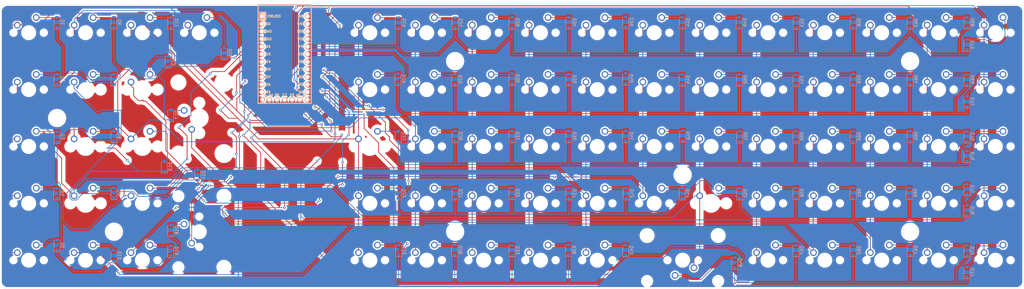
<source format=kicad_pcb>
(kicad_pcb (version 20171130) (host pcbnew "(5.1.6)-1")
  (layers (0 F.Cu signal) (31 B.Cu signal) (34 B.Paste user) (35 F.Paste user) (36 B.SilkS user) (37 F.SilkS user) (38 B.Mask user) (39 F.Mask user) (44 Edge.Cuts user))
  (net 0 "")
  (net 1 "Net-(D1-Pad2)")
  (net 2 row5)
  (net 3 "Net-(D2-Pad2)")
  (net 4 "Net-(D3-Pad2)")
  (net 5 row6)
  (net 6 "Net-(D4-Pad2)")
  (net 7 "Net-(D5-Pad2)")
  (net 8 "Net-(D6-Pad2)")
  (net 9 "Net-(D7-Pad2)")
  (net 10 "Net-(D8-Pad2)")
  (net 11 "Net-(D9-Pad2)")
  (net 12 "Net-(D10-Pad2)")
  (net 13 "Net-(D11-Pad2)")
  (net 14 "Net-(D12-Pad2)")
  (net 15 "Net-(D13-Pad2)")
  (net 16 "Net-(D14-Pad2)")
  (net 17 "Net-(D15-Pad2)")
  (net 18 "Net-(D16-Pad2)")
  (net 19 "Net-(D17-Pad2)")
  (net 20 "Net-(D18-Pad2)")
  (net 21 "Net-(D19-Pad2)")
  (net 22 row0)
  (net 23 "Net-(D20-Pad2)")
  (net 24 row1)
  (net 25 "Net-(D21-Pad2)")
  (net 26 row2)
  (net 27 "Net-(D22-Pad2)")
  (net 28 row3)
  (net 29 "Net-(D23-Pad2)")
  (net 30 row4)
  (net 31 "Net-(D24-Pad2)")
  (net 32 "Net-(D25-Pad2)")
  (net 33 "Net-(D26-Pad2)")
  (net 34 "Net-(D27-Pad2)")
  (net 35 "Net-(D28-Pad2)")
  (net 36 "Net-(D29-Pad2)")
  (net 37 "Net-(D30-Pad2)")
  (net 38 "Net-(D31-Pad2)")
  (net 39 "Net-(D32-Pad2)")
  (net 40 "Net-(D33-Pad2)")
  (net 41 "Net-(D34-Pad2)")
  (net 42 "Net-(D35-Pad2)")
  (net 43 "Net-(D36-Pad2)")
  (net 44 "Net-(D37-Pad2)")
  (net 45 "Net-(D38-Pad2)")
  (net 46 "Net-(D39-Pad2)")
  (net 47 "Net-(D40-Pad2)")
  (net 48 "Net-(D41-Pad2)")
  (net 49 "Net-(D42-Pad2)")
  (net 50 "Net-(D43-Pad2)")
  (net 51 "Net-(D44-Pad2)")
  (net 52 "Net-(D45-Pad2)")
  (net 53 "Net-(D46-Pad2)")
  (net 54 "Net-(D47-Pad2)")
  (net 55 "Net-(D48-Pad2)")
  (net 56 "Net-(D49-Pad2)")
  (net 57 "Net-(D50-Pad2)")
  (net 58 "Net-(D51-Pad2)")
  (net 59 "Net-(D52-Pad2)")
  (net 60 "Net-(D53-Pad2)")
  (net 61 "Net-(D54-Pad2)")
  (net 62 "Net-(D55-Pad2)")
  (net 63 "Net-(D56-Pad2)")
  (net 64 "Net-(D57-Pad2)")
  (net 65 "Net-(D58-Pad2)")
  (net 66 "Net-(D59-Pad2)")
  (net 67 "Net-(D60-Pad2)")
  (net 68 "Net-(D61-Pad2)")
  (net 69 "Net-(D62-Pad2)")
  (net 70 "Net-(D63-Pad2)")
  (net 71 "Net-(D64-Pad2)")
  (net 72 "Net-(D65-Pad2)")
  (net 73 "Net-(D66-Pad2)")
  (net 74 "Net-(D67-Pad2)")
  (net 75 "Net-(D68-Pad2)")
  (net 76 "Net-(D69-Pad2)")
  (net 77 "Net-(D70-Pad2)")
  (net 78 "Net-(D71-Pad2)")
  (net 79 "Net-(D72-Pad2)")
  (net 80 "Net-(D73-Pad2)")
  (net 81 "Net-(D74-Pad2)")
  (net 82 "Net-(D75-Pad2)")
  (net 83 "Net-(D76-Pad2)")
  (net 84 "Net-(D77-Pad2)")
  (net 85 col0)
  (net 86 col4)
  (net 87 col3)
  (net 88 col7)
  (net 89 col1)
  (net 90 col5)
  (net 91 col8)
  (net 92 col2)
  (net 93 col6)
  (net 94 col9)
  (net 95 col10)
  (net 96 col11)
  (net 97 "Net-(U1-Pad26)")
  (net 98 "Net-(U1-Pad25)")
  (net 99 "Net-(U1-Pad24)")
  (net 100 "Net-(U1-Pad23)")
  (net 101 "Net-(U1-Pad22)")
  (net 102 "Net-(U1-Pad21)")
  (net 103 "Net-(U1-Pad2)")
  (net 104 "Net-(U1-Pad1)")
  (net 105 gnd)
  (module MX_Only:MXOnly-1U-NoLED (layer F.Cu) (at 215.9 267.49375)
    (fp_text reference MX51)
    (fp_text value MX-NoLED)
    (pad "" np_thru_hole circle (at 5.08 0 48.0996) (size 1.75 1.75) (drill 1.75) (layers *.Cu *.Mask))
    (pad "" np_thru_hole circle (at -5.08 0 48.0996) (size 1.75 1.75) (drill 1.75) (layers *.Cu *.Mask))
    (pad 1 thru_hole circle (at -3.81 -2.54) (size 2.25 2.25) (drill 1.47) (layers *.Cu B.Mask) (net 93 col6))
    (pad "" np_thru_hole circle (at 0 0) (size 3.9878 3.9878) (drill 3.9878) (layers *.Cu *.Mask))
    (pad 2 thru_hole circle (at 2.54 -5.08) (size 2.25 2.25) (drill 1.47) (layers *.Cu B.Mask) (net 58 "Net-(D51-Pad2)"))
  )
  (module MX_Only:MXOnly-1U-NoLED (layer F.Cu) (at 120.65 229.39375)
    (fp_text reference MX24)
    (fp_text value MX-NoLED)
    (pad "" np_thru_hole circle (at 5.08 0 48.0996) (size 1.75 1.75) (drill 1.75) (layers *.Cu *.Mask))
    (pad "" np_thru_hole circle (at -5.08 0 48.0996) (size 1.75 1.75) (drill 1.75) (layers *.Cu *.Mask))
    (pad 1 thru_hole circle (at -3.81 -2.54) (size 2.25 2.25) (drill 1.47) (layers *.Cu B.Mask) (net 89 col1))
    (pad "" np_thru_hole circle (at 0 0) (size 3.9878 3.9878) (drill 3.9878) (layers *.Cu *.Mask))
    (pad 2 thru_hole circle (at 2.54 -5.08) (size 2.25 2.25) (drill 1.47) (layers *.Cu B.Mask) (net 31 "Net-(D24-Pad2)"))
  )
  (module MX_Only:MXOnly-1U-NoLED (layer F.Cu) (at 139.7 248.44375)
    (fp_text reference MX30)
    (fp_text value MX-NoLED)
    (pad "" np_thru_hole circle (at 5.08 0 48.0996) (size 1.75 1.75) (drill 1.75) (layers *.Cu *.Mask))
    (pad "" np_thru_hole circle (at -5.08 0 48.0996) (size 1.75 1.75) (drill 1.75) (layers *.Cu *.Mask))
    (pad 1 thru_hole circle (at -3.81 -2.54) (size 2.25 2.25) (drill 1.47) (layers *.Cu B.Mask) (net 92 col2))
    (pad "" np_thru_hole circle (at 0 0) (size 3.9878 3.9878) (drill 3.9878) (layers *.Cu *.Mask))
    (pad 2 thru_hole circle (at 2.54 -5.08) (size 2.25 2.25) (drill 1.47) (layers *.Cu B.Mask) (net 37 "Net-(D30-Pad2)"))
  )
  (module MX_Only:MXOnly-1U-NoLED (layer F.Cu) (at 25.4 248.44375)
    (fp_text reference MX12)
    (fp_text value MX-NoLED)
    (pad "" np_thru_hole circle (at 5.08 0 48.0996) (size 1.75 1.75) (drill 1.75) (layers *.Cu *.Mask))
    (pad "" np_thru_hole circle (at -5.08 0 48.0996) (size 1.75 1.75) (drill 1.75) (layers *.Cu *.Mask))
    (pad 1 thru_hole circle (at -3.81 -2.54) (size 2.25 2.25) (drill 1.47) (layers *.Cu B.Mask) (net 93 col6))
    (pad "" np_thru_hole circle (at 0 0) (size 3.9878 3.9878) (drill 3.9878) (layers *.Cu *.Mask))
    (pad 2 thru_hole circle (at 2.54 -5.08) (size 2.25 2.25) (drill 1.47) (layers *.Cu B.Mask) (net 14 "Net-(D12-Pad2)"))
  )
  (module MX_Only:MXOnly-1U-NoLED (layer F.Cu) (at -12.7 229.39375)
    (fp_text reference MX1)
    (fp_text value MX-NoLED)
    (pad "" np_thru_hole circle (at 5.08 0 48.0996) (size 1.75 1.75) (drill 1.75) (layers *.Cu *.Mask))
    (pad "" np_thru_hole circle (at -5.08 0 48.0996) (size 1.75 1.75) (drill 1.75) (layers *.Cu *.Mask))
    (pad 1 thru_hole circle (at -3.81 -2.54) (size 2.25 2.25) (drill 1.47) (layers *.Cu B.Mask) (net 85 col0))
    (pad "" np_thru_hole circle (at 0 0) (size 3.9878 3.9878) (drill 3.9878) (layers *.Cu *.Mask))
    (pad 2 thru_hole circle (at 2.54 -5.08) (size 2.25 2.25) (drill 1.47) (layers *.Cu B.Mask) (net 1 "Net-(D1-Pad2)"))
  )
  (module MX_Only:MXOnly-2U-NoLED (layer F.Cu) (at 44.45 296.06875 90)
    (fp_text reference MX18)
    (fp_text value MX-NoLED)
    (pad "" np_thru_hole circle (at 11.90625 8.255 90) (size 3.9878 3.9878) (drill 3.9878) (layers *.Cu *.Mask))
    (pad "" np_thru_hole circle (at -11.90625 8.255 90) (size 3.9878 3.9878) (drill 3.9878) (layers *.Cu *.Mask))
    (pad "" np_thru_hole circle (at 11.90625 -6.985 90) (size 3.048 3.048) (drill 3.048) (layers *.Cu *.Mask))
    (pad "" np_thru_hole circle (at -11.90625 -6.985 90) (size 3.048 3.048) (drill 3.048) (layers *.Cu *.Mask))
    (pad "" np_thru_hole circle (at 5.08 0 138.0996) (size 1.75 1.75) (drill 1.75) (layers *.Cu *.Mask))
    (pad "" np_thru_hole circle (at -5.08 0 138.0996) (size 1.75 1.75) (drill 1.75) (layers *.Cu *.Mask))
    (pad 1 thru_hole circle (at -3.81 -2.54 90) (size 2.25 2.25) (drill 1.47) (layers *.Cu B.Mask) (net 93 col6))
    (pad "" np_thru_hole circle (at 0 0 90) (size 3.9878 3.9878) (drill 3.9878) (layers *.Cu *.Mask))
    (pad 2 thru_hole circle (at 2.54 -5.08 90) (size 2.25 2.25) (drill 1.47) (layers *.Cu B.Mask) (net 20 "Net-(D18-Pad2)"))
  )
  (module MX_Only:MXOnly-2U-NoLED (layer F.Cu) (at 44.45 257.96875 90)
    (fp_text reference MX17)
    (fp_text value MX-NoLED)
    (pad "" np_thru_hole circle (at 11.90625 8.255 90) (size 3.9878 3.9878) (drill 3.9878) (layers *.Cu *.Mask))
    (pad "" np_thru_hole circle (at -11.90625 8.255 90) (size 3.9878 3.9878) (drill 3.9878) (layers *.Cu *.Mask))
    (pad "" np_thru_hole circle (at 11.90625 -6.985 90) (size 3.048 3.048) (drill 3.048) (layers *.Cu *.Mask))
    (pad "" np_thru_hole circle (at -11.90625 -6.985 90) (size 3.048 3.048) (drill 3.048) (layers *.Cu *.Mask))
    (pad "" np_thru_hole circle (at 5.08 0 138.0996) (size 1.75 1.75) (drill 1.75) (layers *.Cu *.Mask))
    (pad "" np_thru_hole circle (at -5.08 0 138.0996) (size 1.75 1.75) (drill 1.75) (layers *.Cu *.Mask))
    (pad 1 thru_hole circle (at -3.81 -2.54 90) (size 2.25 2.25) (drill 1.47) (layers *.Cu B.Mask) (net 88 col7))
    (pad "" np_thru_hole circle (at 0 0 90) (size 3.9878 3.9878) (drill 3.9878) (layers *.Cu *.Mask))
    (pad 2 thru_hole circle (at 2.54 -5.08 90) (size 2.25 2.25) (drill 1.47) (layers *.Cu B.Mask) (net 19 "Net-(D17-Pad2)"))
  )
  (module Keebio-Parts:Elite-C-castellated-29pin-holes (layer F.Cu) (at 73.025 237.83925 270)
    (fp_text reference U1 hide)
    (fp_text value Elite-C hide)
    (fp_text user D5 (at 12.4 2.54) (layer B.SilkS) (effects (font (size 0.8 0.8)) (justify mirror)))
    (fp_text user D5 (at 12.4 2.54) (layer F.SilkS) (effects (font (size 0.8 0.8))))
    (fp_text user F1 (at 12.4 -2.54) (layer F.SilkS) (effects (font (size 0.8 0.8))))
    (fp_text user F1 (at 12.4 -2.54) (layer B.SilkS) (effects (font (size 0.8 0.8)) (justify mirror)))
    (fp_text user C7 (at 12.4 0) (layer B.SilkS) (effects (font (size 0.8 0.8)) (justify mirror)))
    (fp_text user C7 (at 12.4 0) (layer F.SilkS) (effects (font (size 0.8 0.8))))
    (fp_text user B6 (at 12.7 -6.4 45 unlocked) (layer B.SilkS) (effects (font (size 0.7 0.7)) (justify mirror)))
    (fp_text user B6 (at 12.7 -6.4 45 unlocked) (layer F.SilkS) (effects (font (size 0.7 0.7))))
    (fp_text user F0 (at 12.6 -4.5) (layer F.SilkS) (effects (font (size 0.7 0.7))))
    (fp_text user F0 (at 12.6 -4.5) (layer B.SilkS) (effects (font (size 0.7 0.7)) (justify mirror)))
    (fp_text user B7 (at 12.6 4.5) (layer B.SilkS) (effects (font (size 0.7 0.7)) (justify mirror)))
    (fp_text user B7 (at 12.6 4.5) (layer F.SilkS) (effects (font (size 0.7 0.7))))
    (fp_text user ST (at -8.91 -5.04) (layer B.SilkS) (effects (font (size 0.8 0.8)) (justify mirror)))
    (fp_text user TX0/D3 (at -13.97 3.571872) (layer F.SilkS) (effects (font (size 0.8 0.8))))
    (fp_text user TX0/D3 (at -13.97 3.571872) (layer B.SilkS) (effects (font (size 0.8 0.8)) (justify mirror)))
    (fp_text user D2 (at -11.43 5.461) (layer F.SilkS) (effects (font (size 0.8 0.8))))
    (fp_text user D0 (at -1.27 5.461) (layer F.SilkS) (effects (font (size 0.8 0.8))))
    (fp_text user D1 (at -3.81 5.461) (layer F.SilkS) (effects (font (size 0.8 0.8))))
    (fp_text user GND (at -6.35 5.461) (layer F.SilkS) (effects (font (size 0.8 0.8))))
    (fp_text user GND (at -8.89 5.461) (layer F.SilkS) (effects (font (size 0.8 0.8))))
    (fp_text user D4 (at 1.27 5.461) (layer F.SilkS) (effects (font (size 0.8 0.8))))
    (fp_text user C6 (at 3.81 5.461) (layer F.SilkS) (effects (font (size 0.8 0.8))))
    (fp_text user D7 (at 6.35 5.461) (layer F.SilkS) (effects (font (size 0.8 0.8))))
    (fp_text user E6 (at 8.89 5.461) (layer F.SilkS) (effects (font (size 0.8 0.8))))
    (fp_text user B4 (at 11.43 5.461) (layer F.SilkS) (effects (font (size 0.8 0.8))))
    (fp_text user B5 (at 12.7 6.4 135) (layer F.SilkS) (effects (font (size 0.7 0.7))))
    (fp_text user B2 (at 11.43 -5.461) (layer B.SilkS) (effects (font (size 0.8 0.8)) (justify mirror)))
    (fp_text user B3 (at 8.89 -5.461) (layer F.SilkS) (effects (font (size 0.8 0.8))))
    (fp_text user B1 (at 6.35 -5.461) (layer F.SilkS) (effects (font (size 0.8 0.8))))
    (fp_text user F7 (at 3.81 -5.461) (layer B.SilkS) (effects (font (size 0.8 0.8)) (justify mirror)))
    (fp_text user F6 (at 1.27 -5.461) (layer B.SilkS) (effects (font (size 0.8 0.8)) (justify mirror)))
    (fp_text user F5 (at -1.27 -5.461) (layer B.SilkS) (effects (font (size 0.8 0.8)) (justify mirror)))
    (fp_text user F4 (at -3.81 -5.461) (layer F.SilkS) (effects (font (size 0.8 0.8))))
    (fp_text user VCC (at -6.35 -5.461) (layer F.SilkS) (effects (font (size 0.8 0.8))))
    (fp_text user ST (at -8.92 -5.73312) (layer F.SilkS) (effects (font (size 0.8 0.8))))
    (fp_text user GND (at -11.43 -5.461) (layer F.SilkS) (effects (font (size 0.8 0.8))))
    (fp_text user B0 (at -13.97 -5.461) (layer F.SilkS) (effects (font (size 0.8 0.8))))
    (fp_text user B0 (at -13.97 -5.461) (layer B.SilkS) (effects (font (size 0.8 0.8)) (justify mirror)))
    (fp_text user GND (at -11.43 -5.461) (layer B.SilkS) (effects (font (size 0.8 0.8)) (justify mirror)))
    (fp_text user VCC (at -6.35 -5.461) (layer B.SilkS) (effects (font (size 0.8 0.8)) (justify mirror)))
    (fp_text user F4 (at -3.81 -5.461) (layer B.SilkS) (effects (font (size 0.8 0.8)) (justify mirror)))
    (fp_text user F5 (at -1.27 -5.461) (layer F.SilkS) (effects (font (size 0.8 0.8))))
    (fp_text user F6 (at 1.27 -5.461) (layer F.SilkS) (effects (font (size 0.8 0.8))))
    (fp_text user F7 (at 3.81 -5.461) (layer F.SilkS) (effects (font (size 0.8 0.8))))
    (fp_text user B1 (at 6.35 -5.461) (layer B.SilkS) (effects (font (size 0.8 0.8)) (justify mirror)))
    (fp_text user B3 (at 8.89 -5.461) (layer B.SilkS) (effects (font (size 0.8 0.8)) (justify mirror)))
    (fp_text user B2 (at 11.43 -5.461) (layer F.SilkS) (effects (font (size 0.8 0.8))))
    (fp_text user B5 (at 12.7 6.4 135) (layer B.SilkS) (effects (font (size 0.7 0.7)) (justify mirror)))
    (fp_text user B4 (at 11.43 5.461) (layer B.SilkS) (effects (font (size 0.8 0.8)) (justify mirror)))
    (fp_text user E6 (at 8.89 5.461) (layer B.SilkS) (effects (font (size 0.8 0.8)) (justify mirror)))
    (fp_text user D7 (at 6.35 5.461) (layer B.SilkS) (effects (font (size 0.8 0.8)) (justify mirror)))
    (fp_text user C6 (at 3.81 5.461) (layer B.SilkS) (effects (font (size 0.8 0.8)) (justify mirror)))
    (fp_text user D4 (at 1.27 5.461) (layer B.SilkS) (effects (font (size 0.8 0.8)) (justify mirror)))
    (fp_text user GND (at -8.89 5.461) (layer B.SilkS) (effects (font (size 0.8 0.8)) (justify mirror)))
    (fp_text user GND (at -6.35 5.461) (layer B.SilkS) (effects (font (size 0.8 0.8)) (justify mirror)))
    (fp_text user D1 (at -3.81 5.461) (layer B.SilkS) (effects (font (size 0.8 0.8)) (justify mirror)))
    (fp_text user D0 (at -1.27 5.461) (layer B.SilkS) (effects (font (size 0.8 0.8)) (justify mirror)))
    (fp_text user D2 (at -11.43 5.461) (layer B.SilkS) (effects (font (size 0.8 0.8)) (justify mirror)))
    (pad 1 thru_hole rect (at -13.97 7.62 270) (size 1.7526 1.7526) (drill 1.0922) (layers *.Cu *.SilkS *.Mask) (net 104 "Net-(U1-Pad1)"))
    (pad 2 thru_hole circle (at -11.43 7.62 270) (size 1.7526 1.7526) (drill 1.0922) (layers *.Cu *.SilkS *.Mask) (net 103 "Net-(U1-Pad2)"))
    (pad 3 thru_hole circle (at -8.89 7.62 270) (size 1.7526 1.7526) (drill 1.0922) (layers *.Cu *.SilkS *.Mask) (net 105 gnd))
    (pad 4 thru_hole circle (at -6.35 7.62 270) (size 1.7526 1.7526) (drill 1.0922) (layers *.Cu *.SilkS *.Mask) (net 105 gnd))
    (pad 5 thru_hole circle (at -3.81 7.62 270) (size 1.7526 1.7526) (drill 1.0922) (layers *.Cu *.SilkS *.Mask) (net 2 row5))
    (pad 6 thru_hole circle (at -1.27 7.62 270) (size 1.7526 1.7526) (drill 1.0922) (layers *.Cu *.SilkS *.Mask) (net 5 row6))
    (pad 7 thru_hole circle (at 1.27 7.62 270) (size 1.7526 1.7526) (drill 1.0922) (layers *.Cu *.SilkS *.Mask) (net 85 col0))
    (pad 8 thru_hole circle (at 3.81 7.62 270) (size 1.7526 1.7526) (drill 1.0922) (layers *.Cu *.SilkS *.Mask) (net 89 col1))
    (pad 9 thru_hole circle (at 6.35 7.62 270) (size 1.7526 1.7526) (drill 1.0922) (layers *.Cu *.SilkS *.Mask) (net 92 col2))
    (pad 10 thru_hole circle (at 8.89 7.62 270) (size 1.7526 1.7526) (drill 1.0922) (layers *.Cu *.SilkS *.Mask) (net 87 col3))
    (pad 11 thru_hole circle (at 11.43 7.62 270) (size 1.7526 1.7526) (drill 1.0922) (layers *.Cu *.SilkS *.Mask) (net 86 col4))
    (pad 13 thru_hole circle (at 13.97 -7.62 270) (size 1.7526 1.7526) (drill 1.0922) (layers *.Cu *.SilkS *.Mask) (net 91 col8))
    (pad 14 thru_hole circle (at 11.43 -7.62 270) (size 1.7526 1.7526) (drill 1.0922) (layers *.Cu *.SilkS *.Mask) (net 88 col7))
    (pad 15 thru_hole circle (at 8.89 -7.62 270) (size 1.7526 1.7526) (drill 1.0922) (layers *.Cu *.SilkS *.Mask) (net 93 col6))
    (pad 16 thru_hole circle (at 6.35 -7.62 270) (size 1.7526 1.7526) (drill 1.0922) (layers *.Cu *.SilkS *.Mask) (net 30 row4))
    (pad 17 thru_hole circle (at 3.81 -7.62 270) (size 1.7526 1.7526) (drill 1.0922) (layers *.Cu *.SilkS *.Mask) (net 28 row3))
    (pad 18 thru_hole circle (at 1.27 -7.62 270) (size 1.7526 1.7526) (drill 1.0922) (layers *.Cu *.SilkS *.Mask) (net 26 row2))
    (pad 19 thru_hole circle (at -1.27 -7.62 270) (size 1.7526 1.7526) (drill 1.0922) (layers *.Cu *.SilkS *.Mask) (net 24 row1))
    (pad 20 thru_hole circle (at -3.81 -7.62 270) (size 1.7526 1.7526) (drill 1.0922) (layers *.Cu *.SilkS *.Mask) (net 22 row0))
    (pad 21 thru_hole circle (at -6.35 -7.62 270) (size 1.7526 1.7526) (drill 1.0922) (layers *.Cu *.SilkS *.Mask) (net 102 "Net-(U1-Pad21)"))
    (pad 22 thru_hole circle (at -8.89 -7.62 270) (size 1.7526 1.7526) (drill 1.0922) (layers *.Cu *.SilkS *.Mask) (net 101 "Net-(U1-Pad22)"))
    (pad 23 thru_hole circle (at -11.43 -7.62 270) (size 1.7526 1.7526) (drill 1.0922) (layers *.Cu *.SilkS *.Mask) (net 100 "Net-(U1-Pad23)"))
    (pad 12 thru_hole circle (at 13.97 7.3914 270) (size 1.7526 1.7526) (drill 1.0922) (layers *.Cu *.SilkS *.Mask) (net 90 col5))
    (pad 24 thru_hole circle (at -13.97 -7.62 270) (size 1.7526 1.7526) (drill 1.0922) (layers *.Cu *.SilkS *.Mask) (net 99 "Net-(U1-Pad24)"))
    (pad 29 thru_hole circle (at 13.97 -5.08 270) (size 1.7526 1.7526) (drill 1.0922) (layers *.Cu *.SilkS *.Mask) (net 94 col9))
    (pad 28 thru_hole circle (at 13.97 -2.54 270) (size 1.7526 1.7526) (drill 1.0922) (layers *.Cu *.SilkS *.Mask) (net 95 col10))
    (pad 27 thru_hole circle (at 13.97 0 270) (size 1.7526 1.7526) (drill 1.0922) (layers *.Cu *.SilkS *.Mask) (net 96 col11))
    (pad 26 thru_hole circle (at 13.97 2.54 270) (size 1.7526 1.7526) (drill 1.0922) (layers *.Cu *.SilkS *.Mask) (net 97 "Net-(U1-Pad26)"))
    (pad 25 thru_hole circle (at 13.97 5.08 270) (size 1.7526 1.7526) (drill 1.0922) (layers *.Cu *.SilkS *.Mask) (net 98 "Net-(U1-Pad25)"))
    (pad 1 smd rect (at -13.97 9.398 270) (size 2 3.25) (layers F.Cu F.Paste F.Mask) (net 104 "Net-(U1-Pad1)"))
    (pad 2 smd rect (at -11.43 9.398 270) (size 2 3.25) (layers F.Cu F.Paste F.Mask) (net 103 "Net-(U1-Pad2)"))
    (pad 3 smd rect (at -8.89 9.398 270) (size 2 3.25) (layers F.Cu F.Paste F.Mask) (net 105 gnd))
    (pad 4 smd rect (at -6.35 9.398 270) (size 2 3.25) (layers F.Cu F.Paste F.Mask) (net 105 gnd))
    (pad 5 smd rect (at -3.81 9.398 270) (size 2 3.25) (layers F.Cu F.Paste F.Mask) (net 2 row5))
    (pad 6 smd rect (at -1.27 9.398 270) (size 2 3.25) (layers F.Cu F.Paste F.Mask) (net 5 row6))
    (pad 7 smd rect (at 1.27 9.398 270) (size 2 3.25) (layers F.Cu F.Paste F.Mask) (net 85 col0))
    (pad 8 smd rect (at 3.81 9.398 270) (size 2 3.25) (layers F.Cu F.Paste F.Mask) (net 89 col1))
    (pad 9 smd rect (at 6.35 9.398 270) (size 2 3.25) (layers F.Cu F.Paste F.Mask) (net 92 col2))
    (pad 10 smd rect (at 8.89 9.398 270) (size 2 3.25) (layers F.Cu F.Paste F.Mask) (net 87 col3))
    (pad 11 smd rect (at 11.43 9.398 270) (size 2 3.25) (layers F.Cu F.Paste F.Mask) (net 86 col4))
    (pad 12 smd rect (at 13.97 9.398 270) (size 2 3.25) (layers F.Cu F.Paste F.Mask) (net 90 col5))
    (pad 13 smd rect (at 13.97 -9.398 270) (size 2 3.25) (layers F.Cu F.Paste F.Mask) (net 91 col8))
    (pad 14 smd rect (at 11.43 -9.398 270) (size 2 3.25) (layers F.Cu F.Paste F.Mask) (net 88 col7))
    (pad 15 smd rect (at 8.89 -9.398 270) (size 2 3.25) (layers F.Cu F.Paste F.Mask) (net 93 col6))
    (pad 16 smd rect (at 6.35 -9.398 270) (size 2 3.25) (layers F.Cu F.Paste F.Mask) (net 30 row4))
    (pad 17 smd rect (at 3.81 -9.398 270) (size 2 3.25) (layers F.Cu F.Paste F.Mask) (net 28 row3))
    (pad 18 smd rect (at 1.27 -9.398 270) (size 2 3.25) (layers F.Cu F.Paste F.Mask) (net 26 row2))
    (pad 19 smd rect (at -1.27 -9.398 270) (size 2 3.25) (layers F.Cu F.Paste F.Mask) (net 24 row1))
    (pad 20 smd rect (at -3.81 -9.398 270) (size 2 3.25) (layers F.Cu F.Paste F.Mask) (net 22 row0))
    (pad 21 smd rect (at -6.35 -9.398 270) (size 2 3.25) (layers F.Cu F.Paste F.Mask) (net 102 "Net-(U1-Pad21)"))
    (pad 22 smd rect (at -8.89 -9.398 270) (size 2 3.25) (layers F.Cu F.Paste F.Mask) (net 101 "Net-(U1-Pad22)"))
    (pad 23 smd rect (at -11.43 -9.398 270) (size 2 3.25) (layers F.Cu F.Paste F.Mask) (net 100 "Net-(U1-Pad23)"))
    (pad 24 smd rect (at -13.97 -9.398 270) (size 2 3.25) (layers F.Cu F.Paste F.Mask) (net 99 "Net-(U1-Pad24)"))
    (pad 25 smd rect (at 15.875 5.08) (size 2 3.25) (layers F.Cu F.Paste F.Mask) (net 98 "Net-(U1-Pad25)"))
    (pad 26 smd rect (at 15.875 2.54) (size 2 3.25) (layers F.Cu F.Paste F.Mask) (net 97 "Net-(U1-Pad26)"))
    (pad 27 smd rect (at 15.875 0) (size 2 3.25) (layers F.Cu F.Paste F.Mask) (net 96 col11))
    (pad 28 smd rect (at 15.875 -2.54) (size 2 3.25) (layers F.Cu F.Paste F.Mask) (net 95 col10))
    (pad 29 smd rect (at 15.875 -5.08) (size 2 3.25) (layers F.Cu F.Paste F.Mask) (net 94 col9))
  )
  (module MX_Only:MXOnly-1U-NoLED (layer F.Cu) (at 311.15 305.59375)
    (fp_text reference MX77)
    (fp_text value MX-NoLED)
    (pad "" np_thru_hole circle (at 5.08 0 48.0996) (size 1.75 1.75) (drill 1.75) (layers *.Cu *.Mask))
    (pad "" np_thru_hole circle (at -5.08 0 48.0996) (size 1.75 1.75) (drill 1.75) (layers *.Cu *.Mask))
    (pad 1 thru_hole circle (at -3.81 -2.54) (size 2.25 2.25) (drill 1.47) (layers *.Cu B.Mask) (net 96 col11))
    (pad "" np_thru_hole circle (at 0 0) (size 3.9878 3.9878) (drill 3.9878) (layers *.Cu *.Mask))
    (pad 2 thru_hole circle (at 2.54 -5.08) (size 2.25 2.25) (drill 1.47) (layers *.Cu B.Mask) (net 84 "Net-(D77-Pad2)"))
  )
  (module MX_Only:MXOnly-1U-NoLED (layer F.Cu) (at 311.15 286.54375)
    (fp_text reference MX76)
    (fp_text value MX-NoLED)
    (pad "" np_thru_hole circle (at 5.08 0 48.0996) (size 1.75 1.75) (drill 1.75) (layers *.Cu *.Mask))
    (pad "" np_thru_hole circle (at -5.08 0 48.0996) (size 1.75 1.75) (drill 1.75) (layers *.Cu *.Mask))
    (pad 1 thru_hole circle (at -3.81 -2.54) (size 2.25 2.25) (drill 1.47) (layers *.Cu B.Mask) (net 96 col11))
    (pad "" np_thru_hole circle (at 0 0) (size 3.9878 3.9878) (drill 3.9878) (layers *.Cu *.Mask))
    (pad 2 thru_hole circle (at 2.54 -5.08) (size 2.25 2.25) (drill 1.47) (layers *.Cu B.Mask) (net 83 "Net-(D76-Pad2)"))
  )
  (module MX_Only:MXOnly-1U-NoLED (layer F.Cu) (at 311.15 267.49375)
    (fp_text reference MX75)
    (fp_text value MX-NoLED)
    (pad "" np_thru_hole circle (at 5.08 0 48.0996) (size 1.75 1.75) (drill 1.75) (layers *.Cu *.Mask))
    (pad "" np_thru_hole circle (at -5.08 0 48.0996) (size 1.75 1.75) (drill 1.75) (layers *.Cu *.Mask))
    (pad 1 thru_hole circle (at -3.81 -2.54) (size 2.25 2.25) (drill 1.47) (layers *.Cu B.Mask) (net 96 col11))
    (pad "" np_thru_hole circle (at 0 0) (size 3.9878 3.9878) (drill 3.9878) (layers *.Cu *.Mask))
    (pad 2 thru_hole circle (at 2.54 -5.08) (size 2.25 2.25) (drill 1.47) (layers *.Cu B.Mask) (net 82 "Net-(D75-Pad2)"))
  )
  (module MX_Only:MXOnly-1U-NoLED (layer F.Cu) (at 311.15 248.44375)
    (fp_text reference MX74)
    (fp_text value MX-NoLED)
    (pad "" np_thru_hole circle (at 5.08 0 48.0996) (size 1.75 1.75) (drill 1.75) (layers *.Cu *.Mask))
    (pad "" np_thru_hole circle (at -5.08 0 48.0996) (size 1.75 1.75) (drill 1.75) (layers *.Cu *.Mask))
    (pad 1 thru_hole circle (at -3.81 -2.54) (size 2.25 2.25) (drill 1.47) (layers *.Cu B.Mask) (net 96 col11))
    (pad "" np_thru_hole circle (at 0 0) (size 3.9878 3.9878) (drill 3.9878) (layers *.Cu *.Mask))
    (pad 2 thru_hole circle (at 2.54 -5.08) (size 2.25 2.25) (drill 1.47) (layers *.Cu B.Mask) (net 81 "Net-(D74-Pad2)"))
  )
  (module MX_Only:MXOnly-1U-NoLED (layer F.Cu) (at 311.15 229.39375)
    (fp_text reference MX73)
    (fp_text value MX-NoLED)
    (pad "" np_thru_hole circle (at 5.08 0 48.0996) (size 1.75 1.75) (drill 1.75) (layers *.Cu *.Mask))
    (pad "" np_thru_hole circle (at -5.08 0 48.0996) (size 1.75 1.75) (drill 1.75) (layers *.Cu *.Mask))
    (pad 1 thru_hole circle (at -3.81 -2.54) (size 2.25 2.25) (drill 1.47) (layers *.Cu B.Mask) (net 96 col11))
    (pad "" np_thru_hole circle (at 0 0) (size 3.9878 3.9878) (drill 3.9878) (layers *.Cu *.Mask))
    (pad 2 thru_hole circle (at 2.54 -5.08) (size 2.25 2.25) (drill 1.47) (layers *.Cu B.Mask) (net 80 "Net-(D73-Pad2)"))
  )
  (module MX_Only:MXOnly-1U-NoLED (layer F.Cu) (at 292.1 305.59375)
    (fp_text reference MX72)
    (fp_text value MX-NoLED)
    (pad "" np_thru_hole circle (at 5.08 0 48.0996) (size 1.75 1.75) (drill 1.75) (layers *.Cu *.Mask))
    (pad "" np_thru_hole circle (at -5.08 0 48.0996) (size 1.75 1.75) (drill 1.75) (layers *.Cu *.Mask))
    (pad 1 thru_hole circle (at -3.81 -2.54) (size 2.25 2.25) (drill 1.47) (layers *.Cu B.Mask) (net 95 col10))
    (pad "" np_thru_hole circle (at 0 0) (size 3.9878 3.9878) (drill 3.9878) (layers *.Cu *.Mask))
    (pad 2 thru_hole circle (at 2.54 -5.08) (size 2.25 2.25) (drill 1.47) (layers *.Cu B.Mask) (net 79 "Net-(D72-Pad2)"))
  )
  (module MX_Only:MXOnly-1U-NoLED (layer F.Cu) (at 292.1 286.54375)
    (fp_text reference MX71)
    (fp_text value MX-NoLED)
    (pad "" np_thru_hole circle (at 5.08 0 48.0996) (size 1.75 1.75) (drill 1.75) (layers *.Cu *.Mask))
    (pad "" np_thru_hole circle (at -5.08 0 48.0996) (size 1.75 1.75) (drill 1.75) (layers *.Cu *.Mask))
    (pad 1 thru_hole circle (at -3.81 -2.54) (size 2.25 2.25) (drill 1.47) (layers *.Cu B.Mask) (net 95 col10))
    (pad "" np_thru_hole circle (at 0 0) (size 3.9878 3.9878) (drill 3.9878) (layers *.Cu *.Mask))
    (pad 2 thru_hole circle (at 2.54 -5.08) (size 2.25 2.25) (drill 1.47) (layers *.Cu B.Mask) (net 78 "Net-(D71-Pad2)"))
  )
  (module MX_Only:MXOnly-1U-NoLED (layer F.Cu) (at 292.1 267.49375)
    (fp_text reference MX70)
    (fp_text value MX-NoLED)
    (pad "" np_thru_hole circle (at 5.08 0 48.0996) (size 1.75 1.75) (drill 1.75) (layers *.Cu *.Mask))
    (pad "" np_thru_hole circle (at -5.08 0 48.0996) (size 1.75 1.75) (drill 1.75) (layers *.Cu *.Mask))
    (pad 1 thru_hole circle (at -3.81 -2.54) (size 2.25 2.25) (drill 1.47) (layers *.Cu B.Mask) (net 95 col10))
    (pad "" np_thru_hole circle (at 0 0) (size 3.9878 3.9878) (drill 3.9878) (layers *.Cu *.Mask))
    (pad 2 thru_hole circle (at 2.54 -5.08) (size 2.25 2.25) (drill 1.47) (layers *.Cu B.Mask) (net 77 "Net-(D70-Pad2)"))
  )
  (module MX_Only:MXOnly-1U-NoLED (layer F.Cu) (at 292.1 248.44375)
    (fp_text reference MX69)
    (fp_text value MX-NoLED)
    (pad "" np_thru_hole circle (at 5.08 0 48.0996) (size 1.75 1.75) (drill 1.75) (layers *.Cu *.Mask))
    (pad "" np_thru_hole circle (at -5.08 0 48.0996) (size 1.75 1.75) (drill 1.75) (layers *.Cu *.Mask))
    (pad 1 thru_hole circle (at -3.81 -2.54) (size 2.25 2.25) (drill 1.47) (layers *.Cu B.Mask) (net 95 col10))
    (pad "" np_thru_hole circle (at 0 0) (size 3.9878 3.9878) (drill 3.9878) (layers *.Cu *.Mask))
    (pad 2 thru_hole circle (at 2.54 -5.08) (size 2.25 2.25) (drill 1.47) (layers *.Cu B.Mask) (net 76 "Net-(D69-Pad2)"))
  )
  (module MX_Only:MXOnly-1U-NoLED (layer F.Cu) (at 292.1 229.39375)
    (fp_text reference MX68)
    (fp_text value MX-NoLED)
    (pad "" np_thru_hole circle (at 5.08 0 48.0996) (size 1.75 1.75) (drill 1.75) (layers *.Cu *.Mask))
    (pad "" np_thru_hole circle (at -5.08 0 48.0996) (size 1.75 1.75) (drill 1.75) (layers *.Cu *.Mask))
    (pad 1 thru_hole circle (at -3.81 -2.54) (size 2.25 2.25) (drill 1.47) (layers *.Cu B.Mask) (net 95 col10))
    (pad "" np_thru_hole circle (at 0 0) (size 3.9878 3.9878) (drill 3.9878) (layers *.Cu *.Mask))
    (pad 2 thru_hole circle (at 2.54 -5.08) (size 2.25 2.25) (drill 1.47) (layers *.Cu B.Mask) (net 75 "Net-(D68-Pad2)"))
  )
  (module MX_Only:MXOnly-1U-NoLED (layer F.Cu) (at 273.05 305.59375)
    (fp_text reference MX67)
    (fp_text value MX-NoLED)
    (pad "" np_thru_hole circle (at 5.08 0 48.0996) (size 1.75 1.75) (drill 1.75) (layers *.Cu *.Mask))
    (pad "" np_thru_hole circle (at -5.08 0 48.0996) (size 1.75 1.75) (drill 1.75) (layers *.Cu *.Mask))
    (pad 1 thru_hole circle (at -3.81 -2.54) (size 2.25 2.25) (drill 1.47) (layers *.Cu B.Mask) (net 94 col9))
    (pad "" np_thru_hole circle (at 0 0) (size 3.9878 3.9878) (drill 3.9878) (layers *.Cu *.Mask))
    (pad 2 thru_hole circle (at 2.54 -5.08) (size 2.25 2.25) (drill 1.47) (layers *.Cu B.Mask) (net 74 "Net-(D67-Pad2)"))
  )
  (module MX_Only:MXOnly-1U-NoLED (layer F.Cu) (at 273.05 286.54375)
    (fp_text reference MX66)
    (fp_text value MX-NoLED)
    (pad "" np_thru_hole circle (at 5.08 0 48.0996) (size 1.75 1.75) (drill 1.75) (layers *.Cu *.Mask))
    (pad "" np_thru_hole circle (at -5.08 0 48.0996) (size 1.75 1.75) (drill 1.75) (layers *.Cu *.Mask))
    (pad 1 thru_hole circle (at -3.81 -2.54) (size 2.25 2.25) (drill 1.47) (layers *.Cu B.Mask) (net 94 col9))
    (pad "" np_thru_hole circle (at 0 0) (size 3.9878 3.9878) (drill 3.9878) (layers *.Cu *.Mask))
    (pad 2 thru_hole circle (at 2.54 -5.08) (size 2.25 2.25) (drill 1.47) (layers *.Cu B.Mask) (net 73 "Net-(D66-Pad2)"))
  )
  (module MX_Only:MXOnly-1U-NoLED (layer F.Cu) (at 273.05 267.49375)
    (fp_text reference MX65)
    (fp_text value MX-NoLED)
    (pad "" np_thru_hole circle (at 5.08 0 48.0996) (size 1.75 1.75) (drill 1.75) (layers *.Cu *.Mask))
    (pad "" np_thru_hole circle (at -5.08 0 48.0996) (size 1.75 1.75) (drill 1.75) (layers *.Cu *.Mask))
    (pad 1 thru_hole circle (at -3.81 -2.54) (size 2.25 2.25) (drill 1.47) (layers *.Cu B.Mask) (net 94 col9))
    (pad "" np_thru_hole circle (at 0 0) (size 3.9878 3.9878) (drill 3.9878) (layers *.Cu *.Mask))
    (pad 2 thru_hole circle (at 2.54 -5.08) (size 2.25 2.25) (drill 1.47) (layers *.Cu B.Mask) (net 72 "Net-(D65-Pad2)"))
  )
  (module MX_Only:MXOnly-1U-NoLED (layer F.Cu) (at 273.05 248.44375)
    (fp_text reference MX64)
    (fp_text value MX-NoLED)
    (pad "" np_thru_hole circle (at 5.08 0 48.0996) (size 1.75 1.75) (drill 1.75) (layers *.Cu *.Mask))
    (pad "" np_thru_hole circle (at -5.08 0 48.0996) (size 1.75 1.75) (drill 1.75) (layers *.Cu *.Mask))
    (pad 1 thru_hole circle (at -3.81 -2.54) (size 2.25 2.25) (drill 1.47) (layers *.Cu B.Mask) (net 94 col9))
    (pad "" np_thru_hole circle (at 0 0) (size 3.9878 3.9878) (drill 3.9878) (layers *.Cu *.Mask))
    (pad 2 thru_hole circle (at 2.54 -5.08) (size 2.25 2.25) (drill 1.47) (layers *.Cu B.Mask) (net 71 "Net-(D64-Pad2)"))
  )
  (module MX_Only:MXOnly-1U-NoLED (layer F.Cu) (at 273.05 229.39375)
    (fp_text reference MX63)
    (fp_text value MX-NoLED)
    (pad "" np_thru_hole circle (at 5.08 0 48.0996) (size 1.75 1.75) (drill 1.75) (layers *.Cu *.Mask))
    (pad "" np_thru_hole circle (at -5.08 0 48.0996) (size 1.75 1.75) (drill 1.75) (layers *.Cu *.Mask))
    (pad 1 thru_hole circle (at -3.81 -2.54) (size 2.25 2.25) (drill 1.47) (layers *.Cu B.Mask) (net 94 col9))
    (pad "" np_thru_hole circle (at 0 0) (size 3.9878 3.9878) (drill 3.9878) (layers *.Cu *.Mask))
    (pad 2 thru_hole circle (at 2.54 -5.08) (size 2.25 2.25) (drill 1.47) (layers *.Cu B.Mask) (net 70 "Net-(D63-Pad2)"))
  )
  (module MX_Only:MXOnly-1U-NoLED (layer F.Cu) (at 254 305.59375)
    (fp_text reference MX62)
    (fp_text value MX-NoLED)
    (pad "" np_thru_hole circle (at 5.08 0 48.0996) (size 1.75 1.75) (drill 1.75) (layers *.Cu *.Mask))
    (pad "" np_thru_hole circle (at -5.08 0 48.0996) (size 1.75 1.75) (drill 1.75) (layers *.Cu *.Mask))
    (pad 1 thru_hole circle (at -3.81 -2.54) (size 2.25 2.25) (drill 1.47) (layers *.Cu B.Mask) (net 91 col8))
    (pad "" np_thru_hole circle (at 0 0) (size 3.9878 3.9878) (drill 3.9878) (layers *.Cu *.Mask))
    (pad 2 thru_hole circle (at 2.54 -5.08) (size 2.25 2.25) (drill 1.47) (layers *.Cu B.Mask) (net 69 "Net-(D62-Pad2)"))
  )
  (module MX_Only:MXOnly-1U-NoLED (layer F.Cu) (at 254 286.54375)
    (fp_text reference MX61)
    (fp_text value MX-NoLED)
    (pad "" np_thru_hole circle (at 5.08 0 48.0996) (size 1.75 1.75) (drill 1.75) (layers *.Cu *.Mask))
    (pad "" np_thru_hole circle (at -5.08 0 48.0996) (size 1.75 1.75) (drill 1.75) (layers *.Cu *.Mask))
    (pad 1 thru_hole circle (at -3.81 -2.54) (size 2.25 2.25) (drill 1.47) (layers *.Cu B.Mask) (net 91 col8))
    (pad "" np_thru_hole circle (at 0 0) (size 3.9878 3.9878) (drill 3.9878) (layers *.Cu *.Mask))
    (pad 2 thru_hole circle (at 2.54 -5.08) (size 2.25 2.25) (drill 1.47) (layers *.Cu B.Mask) (net 68 "Net-(D61-Pad2)"))
  )
  (module MX_Only:MXOnly-1U-NoLED (layer F.Cu) (at 254 267.49375)
    (fp_text reference MX60)
    (fp_text value MX-NoLED)
    (pad "" np_thru_hole circle (at 5.08 0 48.0996) (size 1.75 1.75) (drill 1.75) (layers *.Cu *.Mask))
    (pad "" np_thru_hole circle (at -5.08 0 48.0996) (size 1.75 1.75) (drill 1.75) (layers *.Cu *.Mask))
    (pad 1 thru_hole circle (at -3.81 -2.54) (size 2.25 2.25) (drill 1.47) (layers *.Cu B.Mask) (net 91 col8))
    (pad "" np_thru_hole circle (at 0 0) (size 3.9878 3.9878) (drill 3.9878) (layers *.Cu *.Mask))
    (pad 2 thru_hole circle (at 2.54 -5.08) (size 2.25 2.25) (drill 1.47) (layers *.Cu B.Mask) (net 67 "Net-(D60-Pad2)"))
  )
  (module MX_Only:MXOnly-1U-NoLED (layer F.Cu) (at 254 248.44375)
    (fp_text reference MX59)
    (fp_text value MX-NoLED)
    (pad "" np_thru_hole circle (at 5.08 0 48.0996) (size 1.75 1.75) (drill 1.75) (layers *.Cu *.Mask))
    (pad "" np_thru_hole circle (at -5.08 0 48.0996) (size 1.75 1.75) (drill 1.75) (layers *.Cu *.Mask))
    (pad 1 thru_hole circle (at -3.81 -2.54) (size 2.25 2.25) (drill 1.47) (layers *.Cu B.Mask) (net 91 col8))
    (pad "" np_thru_hole circle (at 0 0) (size 3.9878 3.9878) (drill 3.9878) (layers *.Cu *.Mask))
    (pad 2 thru_hole circle (at 2.54 -5.08) (size 2.25 2.25) (drill 1.47) (layers *.Cu B.Mask) (net 66 "Net-(D59-Pad2)"))
  )
  (module MX_Only:MXOnly-1U-NoLED (layer F.Cu) (at 254 229.39375)
    (fp_text reference MX58)
    (fp_text value MX-NoLED)
    (pad "" np_thru_hole circle (at 5.08 0 48.0996) (size 1.75 1.75) (drill 1.75) (layers *.Cu *.Mask))
    (pad "" np_thru_hole circle (at -5.08 0 48.0996) (size 1.75 1.75) (drill 1.75) (layers *.Cu *.Mask))
    (pad 1 thru_hole circle (at -3.81 -2.54) (size 2.25 2.25) (drill 1.47) (layers *.Cu B.Mask) (net 91 col8))
    (pad "" np_thru_hole circle (at 0 0) (size 3.9878 3.9878) (drill 3.9878) (layers *.Cu *.Mask))
    (pad 2 thru_hole circle (at 2.54 -5.08) (size 2.25 2.25) (drill 1.47) (layers *.Cu B.Mask) (net 65 "Net-(D58-Pad2)"))
  )
  (module MX_Only:MXOnly-1U-NoLED (layer F.Cu) (at 234.95 305.59375)
    (fp_text reference MX57)
    (fp_text value MX-NoLED)
    (pad "" np_thru_hole circle (at 5.08 0 48.0996) (size 1.75 1.75) (drill 1.75) (layers *.Cu *.Mask))
    (pad "" np_thru_hole circle (at -5.08 0 48.0996) (size 1.75 1.75) (drill 1.75) (layers *.Cu *.Mask))
    (pad 1 thru_hole circle (at -3.81 -2.54) (size 2.25 2.25) (drill 1.47) (layers *.Cu B.Mask) (net 88 col7))
    (pad "" np_thru_hole circle (at 0 0) (size 3.9878 3.9878) (drill 3.9878) (layers *.Cu *.Mask))
    (pad 2 thru_hole circle (at 2.54 -5.08) (size 2.25 2.25) (drill 1.47) (layers *.Cu B.Mask) (net 64 "Net-(D57-Pad2)"))
  )
  (module MX_Only:MXOnly-1U-NoLED (layer F.Cu) (at 234.95 286.54375)
    (fp_text reference MX56)
    (fp_text value MX-NoLED)
    (pad "" np_thru_hole circle (at 5.08 0 48.0996) (size 1.75 1.75) (drill 1.75) (layers *.Cu *.Mask))
    (pad "" np_thru_hole circle (at -5.08 0 48.0996) (size 1.75 1.75) (drill 1.75) (layers *.Cu *.Mask))
    (pad 1 thru_hole circle (at -3.81 -2.54) (size 2.25 2.25) (drill 1.47) (layers *.Cu B.Mask) (net 88 col7))
    (pad "" np_thru_hole circle (at 0 0) (size 3.9878 3.9878) (drill 3.9878) (layers *.Cu *.Mask))
    (pad 2 thru_hole circle (at 2.54 -5.08) (size 2.25 2.25) (drill 1.47) (layers *.Cu B.Mask) (net 63 "Net-(D56-Pad2)"))
  )
  (module MX_Only:MXOnly-1U-NoLED (layer F.Cu) (at 234.95 267.49375)
    (fp_text reference MX55)
    (fp_text value MX-NoLED)
    (pad "" np_thru_hole circle (at 5.08 0 48.0996) (size 1.75 1.75) (drill 1.75) (layers *.Cu *.Mask))
    (pad "" np_thru_hole circle (at -5.08 0 48.0996) (size 1.75 1.75) (drill 1.75) (layers *.Cu *.Mask))
    (pad 1 thru_hole circle (at -3.81 -2.54) (size 2.25 2.25) (drill 1.47) (layers *.Cu B.Mask) (net 88 col7))
    (pad "" np_thru_hole circle (at 0 0) (size 3.9878 3.9878) (drill 3.9878) (layers *.Cu *.Mask))
    (pad 2 thru_hole circle (at 2.54 -5.08) (size 2.25 2.25) (drill 1.47) (layers *.Cu B.Mask) (net 62 "Net-(D55-Pad2)"))
  )
  (module MX_Only:MXOnly-1U-NoLED (layer F.Cu) (at 234.95 248.44375)
    (fp_text reference MX54)
    (fp_text value MX-NoLED)
    (pad "" np_thru_hole circle (at 5.08 0 48.0996) (size 1.75 1.75) (drill 1.75) (layers *.Cu *.Mask))
    (pad "" np_thru_hole circle (at -5.08 0 48.0996) (size 1.75 1.75) (drill 1.75) (layers *.Cu *.Mask))
    (pad 1 thru_hole circle (at -3.81 -2.54) (size 2.25 2.25) (drill 1.47) (layers *.Cu B.Mask) (net 88 col7))
    (pad "" np_thru_hole circle (at 0 0) (size 3.9878 3.9878) (drill 3.9878) (layers *.Cu *.Mask))
    (pad 2 thru_hole circle (at 2.54 -5.08) (size 2.25 2.25) (drill 1.47) (layers *.Cu B.Mask) (net 61 "Net-(D54-Pad2)"))
  )
  (module MX_Only:MXOnly-1U-NoLED (layer F.Cu) (at 234.95 229.39375)
    (fp_text reference MX53)
    (fp_text value MX-NoLED)
    (pad "" np_thru_hole circle (at 5.08 0 48.0996) (size 1.75 1.75) (drill 1.75) (layers *.Cu *.Mask))
    (pad "" np_thru_hole circle (at -5.08 0 48.0996) (size 1.75 1.75) (drill 1.75) (layers *.Cu *.Mask))
    (pad 1 thru_hole circle (at -3.81 -2.54) (size 2.25 2.25) (drill 1.47) (layers *.Cu B.Mask) (net 88 col7))
    (pad "" np_thru_hole circle (at 0 0) (size 3.9878 3.9878) (drill 3.9878) (layers *.Cu *.Mask))
    (pad 2 thru_hole circle (at 2.54 -5.08) (size 2.25 2.25) (drill 1.47) (layers *.Cu B.Mask) (net 60 "Net-(D53-Pad2)"))
  )
  (module MX_Only:MXOnly-1U-NoLED (layer F.Cu) (at 215.9 286.54375)
    (fp_text reference MX52)
    (fp_text value MX-NoLED)
    (pad "" np_thru_hole circle (at 5.08 0 48.0996) (size 1.75 1.75) (drill 1.75) (layers *.Cu *.Mask))
    (pad "" np_thru_hole circle (at -5.08 0 48.0996) (size 1.75 1.75) (drill 1.75) (layers *.Cu *.Mask))
    (pad 1 thru_hole circle (at -3.81 -2.54) (size 2.25 2.25) (drill 1.47) (layers *.Cu B.Mask) (net 93 col6))
    (pad "" np_thru_hole circle (at 0 0) (size 3.9878 3.9878) (drill 3.9878) (layers *.Cu *.Mask))
    (pad 2 thru_hole circle (at 2.54 -5.08) (size 2.25 2.25) (drill 1.47) (layers *.Cu B.Mask) (net 59 "Net-(D52-Pad2)"))
  )
  (module MX_Only:MXOnly-1U-NoLED (layer F.Cu) (at 215.9 248.44375)
    (fp_text reference MX50)
    (fp_text value MX-NoLED)
    (pad "" np_thru_hole circle (at 5.08 0 48.0996) (size 1.75 1.75) (drill 1.75) (layers *.Cu *.Mask))
    (pad "" np_thru_hole circle (at -5.08 0 48.0996) (size 1.75 1.75) (drill 1.75) (layers *.Cu *.Mask))
    (pad 1 thru_hole circle (at -3.81 -2.54) (size 2.25 2.25) (drill 1.47) (layers *.Cu B.Mask) (net 93 col6))
    (pad "" np_thru_hole circle (at 0 0) (size 3.9878 3.9878) (drill 3.9878) (layers *.Cu *.Mask))
    (pad 2 thru_hole circle (at 2.54 -5.08) (size 2.25 2.25) (drill 1.47) (layers *.Cu B.Mask) (net 57 "Net-(D50-Pad2)"))
  )
  (module MX_Only:MXOnly-1U-NoLED (layer F.Cu) (at 215.9 229.39375)
    (fp_text reference MX49)
    (fp_text value MX-NoLED)
    (pad "" np_thru_hole circle (at 5.08 0 48.0996) (size 1.75 1.75) (drill 1.75) (layers *.Cu *.Mask))
    (pad "" np_thru_hole circle (at -5.08 0 48.0996) (size 1.75 1.75) (drill 1.75) (layers *.Cu *.Mask))
    (pad 1 thru_hole circle (at -3.81 -2.54) (size 2.25 2.25) (drill 1.47) (layers *.Cu B.Mask) (net 93 col6))
    (pad "" np_thru_hole circle (at 0 0) (size 3.9878 3.9878) (drill 3.9878) (layers *.Cu *.Mask))
    (pad 2 thru_hole circle (at 2.54 -5.08) (size 2.25 2.25) (drill 1.47) (layers *.Cu B.Mask) (net 56 "Net-(D49-Pad2)"))
  )
  (module MX_Only:MXOnly-2U-NoLED (layer F.Cu) (at 206.375 305.59375 180)
    (fp_text reference MX48)
    (fp_text value MX-NoLED)
    (pad "" np_thru_hole circle (at 11.90625 8.255 180) (size 3.9878 3.9878) (drill 3.9878) (layers *.Cu *.Mask))
    (pad "" np_thru_hole circle (at -11.90625 8.255 180) (size 3.9878 3.9878) (drill 3.9878) (layers *.Cu *.Mask))
    (pad "" np_thru_hole circle (at 11.90625 -6.985 180) (size 3.048 3.048) (drill 3.048) (layers *.Cu *.Mask))
    (pad "" np_thru_hole circle (at -11.90625 -6.985 180) (size 3.048 3.048) (drill 3.048) (layers *.Cu *.Mask))
    (pad "" np_thru_hole circle (at 5.08 0 228.0996) (size 1.75 1.75) (drill 1.75) (layers *.Cu *.Mask))
    (pad "" np_thru_hole circle (at -5.08 0 228.0996) (size 1.75 1.75) (drill 1.75) (layers *.Cu *.Mask))
    (pad 1 thru_hole circle (at -3.81 -2.54 180) (size 2.25 2.25) (drill 1.47) (layers *.Cu B.Mask) (net 93 col6))
    (pad "" np_thru_hole circle (at 0 0 180) (size 3.9878 3.9878) (drill 3.9878) (layers *.Cu *.Mask))
    (pad 2 thru_hole circle (at 2.54 -5.08 180) (size 2.25 2.25) (drill 1.47) (layers *.Cu B.Mask) (net 55 "Net-(D48-Pad2)"))
  )
  (module MX_Only:MXOnly-1U-NoLED (layer F.Cu) (at 196.85 286.54375)
    (fp_text reference MX47)
    (fp_text value MX-NoLED)
    (pad "" np_thru_hole circle (at 5.08 0 48.0996) (size 1.75 1.75) (drill 1.75) (layers *.Cu *.Mask))
    (pad "" np_thru_hole circle (at -5.08 0 48.0996) (size 1.75 1.75) (drill 1.75) (layers *.Cu *.Mask))
    (pad 1 thru_hole circle (at -3.81 -2.54) (size 2.25 2.25) (drill 1.47) (layers *.Cu B.Mask) (net 90 col5))
    (pad "" np_thru_hole circle (at 0 0) (size 3.9878 3.9878) (drill 3.9878) (layers *.Cu *.Mask))
    (pad 2 thru_hole circle (at 2.54 -5.08) (size 2.25 2.25) (drill 1.47) (layers *.Cu B.Mask) (net 54 "Net-(D47-Pad2)"))
  )
  (module MX_Only:MXOnly-1U-NoLED (layer F.Cu) (at 196.85 267.49375)
    (fp_text reference MX46)
    (fp_text value MX-NoLED)
    (pad "" np_thru_hole circle (at 5.08 0 48.0996) (size 1.75 1.75) (drill 1.75) (layers *.Cu *.Mask))
    (pad "" np_thru_hole circle (at -5.08 0 48.0996) (size 1.75 1.75) (drill 1.75) (layers *.Cu *.Mask))
    (pad 1 thru_hole circle (at -3.81 -2.54) (size 2.25 2.25) (drill 1.47) (layers *.Cu B.Mask) (net 90 col5))
    (pad "" np_thru_hole circle (at 0 0) (size 3.9878 3.9878) (drill 3.9878) (layers *.Cu *.Mask))
    (pad 2 thru_hole circle (at 2.54 -5.08) (size 2.25 2.25) (drill 1.47) (layers *.Cu B.Mask) (net 53 "Net-(D46-Pad2)"))
  )
  (module MX_Only:MXOnly-1U-NoLED (layer F.Cu) (at 196.85 248.44375)
    (fp_text reference MX45)
    (fp_text value MX-NoLED)
    (pad "" np_thru_hole circle (at 5.08 0 48.0996) (size 1.75 1.75) (drill 1.75) (layers *.Cu *.Mask))
    (pad "" np_thru_hole circle (at -5.08 0 48.0996) (size 1.75 1.75) (drill 1.75) (layers *.Cu *.Mask))
    (pad 1 thru_hole circle (at -3.81 -2.54) (size 2.25 2.25) (drill 1.47) (layers *.Cu B.Mask) (net 90 col5))
    (pad "" np_thru_hole circle (at 0 0) (size 3.9878 3.9878) (drill 3.9878) (layers *.Cu *.Mask))
    (pad 2 thru_hole circle (at 2.54 -5.08) (size 2.25 2.25) (drill 1.47) (layers *.Cu B.Mask) (net 52 "Net-(D45-Pad2)"))
  )
  (module MX_Only:MXOnly-1U-NoLED (layer F.Cu) (at 196.85 229.39375)
    (fp_text reference MX44)
    (fp_text value MX-NoLED)
    (pad "" np_thru_hole circle (at 5.08 0 48.0996) (size 1.75 1.75) (drill 1.75) (layers *.Cu *.Mask))
    (pad "" np_thru_hole circle (at -5.08 0 48.0996) (size 1.75 1.75) (drill 1.75) (layers *.Cu *.Mask))
    (pad 1 thru_hole circle (at -3.81 -2.54) (size 2.25 2.25) (drill 1.47) (layers *.Cu B.Mask) (net 90 col5))
    (pad "" np_thru_hole circle (at 0 0) (size 3.9878 3.9878) (drill 3.9878) (layers *.Cu *.Mask))
    (pad 2 thru_hole circle (at 2.54 -5.08) (size 2.25 2.25) (drill 1.47) (layers *.Cu B.Mask) (net 51 "Net-(D44-Pad2)"))
  )
  (module MX_Only:MXOnly-1U-NoLED (layer F.Cu) (at 177.8 305.59375)
    (fp_text reference MX43)
    (fp_text value MX-NoLED)
    (pad "" np_thru_hole circle (at 5.08 0 48.0996) (size 1.75 1.75) (drill 1.75) (layers *.Cu *.Mask))
    (pad "" np_thru_hole circle (at -5.08 0 48.0996) (size 1.75 1.75) (drill 1.75) (layers *.Cu *.Mask))
    (pad 1 thru_hole circle (at -3.81 -2.54) (size 2.25 2.25) (drill 1.47) (layers *.Cu B.Mask) (net 86 col4))
    (pad "" np_thru_hole circle (at 0 0) (size 3.9878 3.9878) (drill 3.9878) (layers *.Cu *.Mask))
    (pad 2 thru_hole circle (at 2.54 -5.08) (size 2.25 2.25) (drill 1.47) (layers *.Cu B.Mask) (net 50 "Net-(D43-Pad2)"))
  )
  (module MX_Only:MXOnly-1U-NoLED (layer F.Cu) (at 177.8 286.54375)
    (fp_text reference MX42)
    (fp_text value MX-NoLED)
    (pad "" np_thru_hole circle (at 5.08 0 48.0996) (size 1.75 1.75) (drill 1.75) (layers *.Cu *.Mask))
    (pad "" np_thru_hole circle (at -5.08 0 48.0996) (size 1.75 1.75) (drill 1.75) (layers *.Cu *.Mask))
    (pad 1 thru_hole circle (at -3.81 -2.54) (size 2.25 2.25) (drill 1.47) (layers *.Cu B.Mask) (net 86 col4))
    (pad "" np_thru_hole circle (at 0 0) (size 3.9878 3.9878) (drill 3.9878) (layers *.Cu *.Mask))
    (pad 2 thru_hole circle (at 2.54 -5.08) (size 2.25 2.25) (drill 1.47) (layers *.Cu B.Mask) (net 49 "Net-(D42-Pad2)"))
  )
  (module MX_Only:MXOnly-1U-NoLED (layer F.Cu) (at 177.8 267.49375)
    (fp_text reference MX41)
    (fp_text value MX-NoLED)
    (pad "" np_thru_hole circle (at 5.08 0 48.0996) (size 1.75 1.75) (drill 1.75) (layers *.Cu *.Mask))
    (pad "" np_thru_hole circle (at -5.08 0 48.0996) (size 1.75 1.75) (drill 1.75) (layers *.Cu *.Mask))
    (pad 1 thru_hole circle (at -3.81 -2.54) (size 2.25 2.25) (drill 1.47) (layers *.Cu B.Mask) (net 86 col4))
    (pad "" np_thru_hole circle (at 0 0) (size 3.9878 3.9878) (drill 3.9878) (layers *.Cu *.Mask))
    (pad 2 thru_hole circle (at 2.54 -5.08) (size 2.25 2.25) (drill 1.47) (layers *.Cu B.Mask) (net 48 "Net-(D41-Pad2)"))
  )
  (module MX_Only:MXOnly-1U-NoLED (layer F.Cu) (at 177.8 248.44375)
    (fp_text reference MX40)
    (fp_text value MX-NoLED)
    (pad "" np_thru_hole circle (at 5.08 0 48.0996) (size 1.75 1.75) (drill 1.75) (layers *.Cu *.Mask))
    (pad "" np_thru_hole circle (at -5.08 0 48.0996) (size 1.75 1.75) (drill 1.75) (layers *.Cu *.Mask))
    (pad 1 thru_hole circle (at -3.81 -2.54) (size 2.25 2.25) (drill 1.47) (layers *.Cu B.Mask) (net 86 col4))
    (pad "" np_thru_hole circle (at 0 0) (size 3.9878 3.9878) (drill 3.9878) (layers *.Cu *.Mask))
    (pad 2 thru_hole circle (at 2.54 -5.08) (size 2.25 2.25) (drill 1.47) (layers *.Cu B.Mask) (net 47 "Net-(D40-Pad2)"))
  )
  (module MX_Only:MXOnly-1U-NoLED (layer F.Cu) (at 177.8 229.39375)
    (fp_text reference MX39)
    (fp_text value MX-NoLED)
    (pad "" np_thru_hole circle (at 5.08 0 48.0996) (size 1.75 1.75) (drill 1.75) (layers *.Cu *.Mask))
    (pad "" np_thru_hole circle (at -5.08 0 48.0996) (size 1.75 1.75) (drill 1.75) (layers *.Cu *.Mask))
    (pad 1 thru_hole circle (at -3.81 -2.54) (size 2.25 2.25) (drill 1.47) (layers *.Cu B.Mask) (net 86 col4))
    (pad "" np_thru_hole circle (at 0 0) (size 3.9878 3.9878) (drill 3.9878) (layers *.Cu *.Mask))
    (pad 2 thru_hole circle (at 2.54 -5.08) (size 2.25 2.25) (drill 1.47) (layers *.Cu B.Mask) (net 46 "Net-(D39-Pad2)"))
  )
  (module MX_Only:MXOnly-1U-NoLED (layer F.Cu) (at 158.75 305.59375)
    (fp_text reference MX38)
    (fp_text value MX-NoLED)
    (pad "" np_thru_hole circle (at 5.08 0 48.0996) (size 1.75 1.75) (drill 1.75) (layers *.Cu *.Mask))
    (pad "" np_thru_hole circle (at -5.08 0 48.0996) (size 1.75 1.75) (drill 1.75) (layers *.Cu *.Mask))
    (pad 1 thru_hole circle (at -3.81 -2.54) (size 2.25 2.25) (drill 1.47) (layers *.Cu B.Mask) (net 87 col3))
    (pad "" np_thru_hole circle (at 0 0) (size 3.9878 3.9878) (drill 3.9878) (layers *.Cu *.Mask))
    (pad 2 thru_hole circle (at 2.54 -5.08) (size 2.25 2.25) (drill 1.47) (layers *.Cu B.Mask) (net 45 "Net-(D38-Pad2)"))
  )
  (module MX_Only:MXOnly-1U-NoLED (layer F.Cu) (at 158.75 286.54375)
    (fp_text reference MX37)
    (fp_text value MX-NoLED)
    (pad "" np_thru_hole circle (at 5.08 0 48.0996) (size 1.75 1.75) (drill 1.75) (layers *.Cu *.Mask))
    (pad "" np_thru_hole circle (at -5.08 0 48.0996) (size 1.75 1.75) (drill 1.75) (layers *.Cu *.Mask))
    (pad 1 thru_hole circle (at -3.81 -2.54) (size 2.25 2.25) (drill 1.47) (layers *.Cu B.Mask) (net 87 col3))
    (pad "" np_thru_hole circle (at 0 0) (size 3.9878 3.9878) (drill 3.9878) (layers *.Cu *.Mask))
    (pad 2 thru_hole circle (at 2.54 -5.08) (size 2.25 2.25) (drill 1.47) (layers *.Cu B.Mask) (net 44 "Net-(D37-Pad2)"))
  )
  (module MX_Only:MXOnly-1U-NoLED (layer F.Cu) (at 158.75 267.49375)
    (fp_text reference MX36)
    (fp_text value MX-NoLED)
    (pad "" np_thru_hole circle (at 5.08 0 48.0996) (size 1.75 1.75) (drill 1.75) (layers *.Cu *.Mask))
    (pad "" np_thru_hole circle (at -5.08 0 48.0996) (size 1.75 1.75) (drill 1.75) (layers *.Cu *.Mask))
    (pad 1 thru_hole circle (at -3.81 -2.54) (size 2.25 2.25) (drill 1.47) (layers *.Cu B.Mask) (net 87 col3))
    (pad "" np_thru_hole circle (at 0 0) (size 3.9878 3.9878) (drill 3.9878) (layers *.Cu *.Mask))
    (pad 2 thru_hole circle (at 2.54 -5.08) (size 2.25 2.25) (drill 1.47) (layers *.Cu B.Mask) (net 43 "Net-(D36-Pad2)"))
  )
  (module MX_Only:MXOnly-1U-NoLED (layer F.Cu) (at 158.75 248.44375)
    (fp_text reference MX35)
    (fp_text value MX-NoLED)
    (pad "" np_thru_hole circle (at 5.08 0 48.0996) (size 1.75 1.75) (drill 1.75) (layers *.Cu *.Mask))
    (pad "" np_thru_hole circle (at -5.08 0 48.0996) (size 1.75 1.75) (drill 1.75) (layers *.Cu *.Mask))
    (pad 1 thru_hole circle (at -3.81 -2.54) (size 2.25 2.25) (drill 1.47) (layers *.Cu B.Mask) (net 87 col3))
    (pad "" np_thru_hole circle (at 0 0) (size 3.9878 3.9878) (drill 3.9878) (layers *.Cu *.Mask))
    (pad 2 thru_hole circle (at 2.54 -5.08) (size 2.25 2.25) (drill 1.47) (layers *.Cu B.Mask) (net 42 "Net-(D35-Pad2)"))
  )
  (module MX_Only:MXOnly-1U-NoLED (layer F.Cu) (at 158.75 229.39375)
    (fp_text reference MX34)
    (fp_text value MX-NoLED)
    (pad "" np_thru_hole circle (at 5.08 0 48.0996) (size 1.75 1.75) (drill 1.75) (layers *.Cu *.Mask))
    (pad "" np_thru_hole circle (at -5.08 0 48.0996) (size 1.75 1.75) (drill 1.75) (layers *.Cu *.Mask))
    (pad 1 thru_hole circle (at -3.81 -2.54) (size 2.25 2.25) (drill 1.47) (layers *.Cu B.Mask) (net 87 col3))
    (pad "" np_thru_hole circle (at 0 0) (size 3.9878 3.9878) (drill 3.9878) (layers *.Cu *.Mask))
    (pad 2 thru_hole circle (at 2.54 -5.08) (size 2.25 2.25) (drill 1.47) (layers *.Cu B.Mask) (net 41 "Net-(D34-Pad2)"))
  )
  (module MX_Only:MXOnly-1U-NoLED (layer F.Cu) (at 139.7 305.59375)
    (fp_text reference MX33)
    (fp_text value MX-NoLED)
    (pad "" np_thru_hole circle (at 5.08 0 48.0996) (size 1.75 1.75) (drill 1.75) (layers *.Cu *.Mask))
    (pad "" np_thru_hole circle (at -5.08 0 48.0996) (size 1.75 1.75) (drill 1.75) (layers *.Cu *.Mask))
    (pad 1 thru_hole circle (at -3.81 -2.54) (size 2.25 2.25) (drill 1.47) (layers *.Cu B.Mask) (net 92 col2))
    (pad "" np_thru_hole circle (at 0 0) (size 3.9878 3.9878) (drill 3.9878) (layers *.Cu *.Mask))
    (pad 2 thru_hole circle (at 2.54 -5.08) (size 2.25 2.25) (drill 1.47) (layers *.Cu B.Mask) (net 40 "Net-(D33-Pad2)"))
  )
  (module MX_Only:MXOnly-1U-NoLED (layer F.Cu) (at 139.7 286.54375)
    (fp_text reference MX32)
    (fp_text value MX-NoLED)
    (pad "" np_thru_hole circle (at 5.08 0 48.0996) (size 1.75 1.75) (drill 1.75) (layers *.Cu *.Mask))
    (pad "" np_thru_hole circle (at -5.08 0 48.0996) (size 1.75 1.75) (drill 1.75) (layers *.Cu *.Mask))
    (pad 1 thru_hole circle (at -3.81 -2.54) (size 2.25 2.25) (drill 1.47) (layers *.Cu B.Mask) (net 92 col2))
    (pad "" np_thru_hole circle (at 0 0) (size 3.9878 3.9878) (drill 3.9878) (layers *.Cu *.Mask))
    (pad 2 thru_hole circle (at 2.54 -5.08) (size 2.25 2.25) (drill 1.47) (layers *.Cu B.Mask) (net 39 "Net-(D32-Pad2)"))
  )
  (module MX_Only:MXOnly-1U-NoLED (layer F.Cu) (at 139.7 267.49375)
    (fp_text reference MX31)
    (fp_text value MX-NoLED)
    (pad "" np_thru_hole circle (at 5.08 0 48.0996) (size 1.75 1.75) (drill 1.75) (layers *.Cu *.Mask))
    (pad "" np_thru_hole circle (at -5.08 0 48.0996) (size 1.75 1.75) (drill 1.75) (layers *.Cu *.Mask))
    (pad 1 thru_hole circle (at -3.81 -2.54) (size 2.25 2.25) (drill 1.47) (layers *.Cu B.Mask) (net 92 col2))
    (pad "" np_thru_hole circle (at 0 0) (size 3.9878 3.9878) (drill 3.9878) (layers *.Cu *.Mask))
    (pad 2 thru_hole circle (at 2.54 -5.08) (size 2.25 2.25) (drill 1.47) (layers *.Cu B.Mask) (net 38 "Net-(D31-Pad2)"))
  )
  (module MX_Only:MXOnly-1U-NoLED (layer F.Cu) (at 139.7 229.39375)
    (fp_text reference MX29)
    (fp_text value MX-NoLED)
    (pad "" np_thru_hole circle (at 5.08 0 48.0996) (size 1.75 1.75) (drill 1.75) (layers *.Cu *.Mask))
    (pad "" np_thru_hole circle (at -5.08 0 48.0996) (size 1.75 1.75) (drill 1.75) (layers *.Cu *.Mask))
    (pad 1 thru_hole circle (at -3.81 -2.54) (size 2.25 2.25) (drill 1.47) (layers *.Cu B.Mask) (net 92 col2))
    (pad "" np_thru_hole circle (at 0 0) (size 3.9878 3.9878) (drill 3.9878) (layers *.Cu *.Mask))
    (pad 2 thru_hole circle (at 2.54 -5.08) (size 2.25 2.25) (drill 1.47) (layers *.Cu B.Mask) (net 36 "Net-(D29-Pad2)"))
  )
  (module MX_Only:MXOnly-1U-NoLED (layer F.Cu) (at 120.65 305.59375)
    (fp_text reference MX28)
    (fp_text value MX-NoLED)
    (pad "" np_thru_hole circle (at 5.08 0 48.0996) (size 1.75 1.75) (drill 1.75) (layers *.Cu *.Mask))
    (pad "" np_thru_hole circle (at -5.08 0 48.0996) (size 1.75 1.75) (drill 1.75) (layers *.Cu *.Mask))
    (pad 1 thru_hole circle (at -3.81 -2.54) (size 2.25 2.25) (drill 1.47) (layers *.Cu B.Mask) (net 89 col1))
    (pad "" np_thru_hole circle (at 0 0) (size 3.9878 3.9878) (drill 3.9878) (layers *.Cu *.Mask))
    (pad 2 thru_hole circle (at 2.54 -5.08) (size 2.25 2.25) (drill 1.47) (layers *.Cu B.Mask) (net 35 "Net-(D28-Pad2)"))
  )
  (module MX_Only:MXOnly-1U-NoLED (layer F.Cu) (at 120.65 286.54375)
    (fp_text reference MX27)
    (fp_text value MX-NoLED)
    (pad "" np_thru_hole circle (at 5.08 0 48.0996) (size 1.75 1.75) (drill 1.75) (layers *.Cu *.Mask))
    (pad "" np_thru_hole circle (at -5.08 0 48.0996) (size 1.75 1.75) (drill 1.75) (layers *.Cu *.Mask))
    (pad 1 thru_hole circle (at -3.81 -2.54) (size 2.25 2.25) (drill 1.47) (layers *.Cu B.Mask) (net 89 col1))
    (pad "" np_thru_hole circle (at 0 0) (size 3.9878 3.9878) (drill 3.9878) (layers *.Cu *.Mask))
    (pad 2 thru_hole circle (at 2.54 -5.08) (size 2.25 2.25) (drill 1.47) (layers *.Cu B.Mask) (net 34 "Net-(D27-Pad2)"))
  )
  (module MX_Only:MXOnly-1U-NoLED (layer F.Cu) (at 120.65 267.49375)
    (fp_text reference MX26)
    (fp_text value MX-NoLED)
    (pad "" np_thru_hole circle (at 5.08 0 48.0996) (size 1.75 1.75) (drill 1.75) (layers *.Cu *.Mask))
    (pad "" np_thru_hole circle (at -5.08 0 48.0996) (size 1.75 1.75) (drill 1.75) (layers *.Cu *.Mask))
    (pad 1 thru_hole circle (at -3.81 -2.54) (size 2.25 2.25) (drill 1.47) (layers *.Cu B.Mask) (net 89 col1))
    (pad "" np_thru_hole circle (at 0 0) (size 3.9878 3.9878) (drill 3.9878) (layers *.Cu *.Mask))
    (pad 2 thru_hole circle (at 2.54 -5.08) (size 2.25 2.25) (drill 1.47) (layers *.Cu B.Mask) (net 33 "Net-(D26-Pad2)"))
  )
  (module MX_Only:MXOnly-1U-NoLED (layer F.Cu) (at 120.65 248.44375)
    (fp_text reference MX25)
    (fp_text value MX-NoLED)
    (pad "" np_thru_hole circle (at 5.08 0 48.0996) (size 1.75 1.75) (drill 1.75) (layers *.Cu *.Mask))
    (pad "" np_thru_hole circle (at -5.08 0 48.0996) (size 1.75 1.75) (drill 1.75) (layers *.Cu *.Mask))
    (pad 1 thru_hole circle (at -3.81 -2.54) (size 2.25 2.25) (drill 1.47) (layers *.Cu B.Mask) (net 89 col1))
    (pad "" np_thru_hole circle (at 0 0) (size 3.9878 3.9878) (drill 3.9878) (layers *.Cu *.Mask))
    (pad 2 thru_hole circle (at 2.54 -5.08) (size 2.25 2.25) (drill 1.47) (layers *.Cu B.Mask) (net 32 "Net-(D25-Pad2)"))
  )
  (module MX_Only:MXOnly-1U-NoLED (layer F.Cu) (at 101.6 305.59375)
    (fp_text reference MX23)
    (fp_text value MX-NoLED)
    (pad "" np_thru_hole circle (at 5.08 0 48.0996) (size 1.75 1.75) (drill 1.75) (layers *.Cu *.Mask))
    (pad "" np_thru_hole circle (at -5.08 0 48.0996) (size 1.75 1.75) (drill 1.75) (layers *.Cu *.Mask))
    (pad 1 thru_hole circle (at -3.81 -2.54) (size 2.25 2.25) (drill 1.47) (layers *.Cu B.Mask) (net 85 col0))
    (pad "" np_thru_hole circle (at 0 0) (size 3.9878 3.9878) (drill 3.9878) (layers *.Cu *.Mask))
    (pad 2 thru_hole circle (at 2.54 -5.08) (size 2.25 2.25) (drill 1.47) (layers *.Cu B.Mask) (net 29 "Net-(D23-Pad2)"))
  )
  (module MX_Only:MXOnly-1U-NoLED (layer F.Cu) (at 101.6 286.54375)
    (fp_text reference MX22)
    (fp_text value MX-NoLED)
    (pad "" np_thru_hole circle (at 5.08 0 48.0996) (size 1.75 1.75) (drill 1.75) (layers *.Cu *.Mask))
    (pad "" np_thru_hole circle (at -5.08 0 48.0996) (size 1.75 1.75) (drill 1.75) (layers *.Cu *.Mask))
    (pad 1 thru_hole circle (at -3.81 -2.54) (size 2.25 2.25) (drill 1.47) (layers *.Cu B.Mask) (net 85 col0))
    (pad "" np_thru_hole circle (at 0 0) (size 3.9878 3.9878) (drill 3.9878) (layers *.Cu *.Mask))
    (pad 2 thru_hole circle (at 2.54 -5.08) (size 2.25 2.25) (drill 1.47) (layers *.Cu B.Mask) (net 27 "Net-(D22-Pad2)"))
  )
  (module MX_Only:MXOnly-1U-NoLED (layer F.Cu) (at 101.6 267.49375)
    (fp_text reference MX21)
    (fp_text value MX-NoLED)
    (pad "" np_thru_hole circle (at 5.08 0 48.0996) (size 1.75 1.75) (drill 1.75) (layers *.Cu *.Mask))
    (pad "" np_thru_hole circle (at -5.08 0 48.0996) (size 1.75 1.75) (drill 1.75) (layers *.Cu *.Mask))
    (pad 1 thru_hole circle (at -3.81 -2.54) (size 2.25 2.25) (drill 1.47) (layers *.Cu B.Mask) (net 85 col0))
    (pad "" np_thru_hole circle (at 0 0) (size 3.9878 3.9878) (drill 3.9878) (layers *.Cu *.Mask))
    (pad 2 thru_hole circle (at 2.54 -5.08) (size 2.25 2.25) (drill 1.47) (layers *.Cu B.Mask) (net 25 "Net-(D21-Pad2)"))
  )
  (module MX_Only:MXOnly-1U-NoLED (layer F.Cu) (at 101.6 248.44375)
    (fp_text reference MX20)
    (fp_text value MX-NoLED)
    (pad "" np_thru_hole circle (at 5.08 0 48.0996) (size 1.75 1.75) (drill 1.75) (layers *.Cu *.Mask))
    (pad "" np_thru_hole circle (at -5.08 0 48.0996) (size 1.75 1.75) (drill 1.75) (layers *.Cu *.Mask))
    (pad 1 thru_hole circle (at -3.81 -2.54) (size 2.25 2.25) (drill 1.47) (layers *.Cu B.Mask) (net 85 col0))
    (pad "" np_thru_hole circle (at 0 0) (size 3.9878 3.9878) (drill 3.9878) (layers *.Cu *.Mask))
    (pad 2 thru_hole circle (at 2.54 -5.08) (size 2.25 2.25) (drill 1.47) (layers *.Cu B.Mask) (net 23 "Net-(D20-Pad2)"))
  )
  (module MX_Only:MXOnly-1U-NoLED (layer F.Cu) (at 101.6 229.39375)
    (fp_text reference MX19)
    (fp_text value MX-NoLED)
    (pad "" np_thru_hole circle (at 5.08 0 48.0996) (size 1.75 1.75) (drill 1.75) (layers *.Cu *.Mask))
    (pad "" np_thru_hole circle (at -5.08 0 48.0996) (size 1.75 1.75) (drill 1.75) (layers *.Cu *.Mask))
    (pad 1 thru_hole circle (at -3.81 -2.54) (size 2.25 2.25) (drill 1.47) (layers *.Cu B.Mask) (net 85 col0))
    (pad "" np_thru_hole circle (at 0 0) (size 3.9878 3.9878) (drill 3.9878) (layers *.Cu *.Mask))
    (pad 2 thru_hole circle (at 2.54 -5.08) (size 2.25 2.25) (drill 1.47) (layers *.Cu B.Mask) (net 21 "Net-(D19-Pad2)"))
  )
  (module MX_Only:MXOnly-1U-NoLED (layer F.Cu) (at 44.45 229.39375)
    (fp_text reference MX16)
    (fp_text value MX-NoLED)
    (pad "" np_thru_hole circle (at 5.08 0 48.0996) (size 1.75 1.75) (drill 1.75) (layers *.Cu *.Mask))
    (pad "" np_thru_hole circle (at -5.08 0 48.0996) (size 1.75 1.75) (drill 1.75) (layers *.Cu *.Mask))
    (pad 1 thru_hole circle (at -3.81 -2.54) (size 2.25 2.25) (drill 1.47) (layers *.Cu B.Mask) (net 87 col3))
    (pad "" np_thru_hole circle (at 0 0) (size 3.9878 3.9878) (drill 3.9878) (layers *.Cu *.Mask))
    (pad 2 thru_hole circle (at 2.54 -5.08) (size 2.25 2.25) (drill 1.47) (layers *.Cu B.Mask) (net 18 "Net-(D16-Pad2)"))
  )
  (module MX_Only:MXOnly-1U-NoLED (layer F.Cu) (at 25.4 305.59375)
    (fp_text reference MX15)
    (fp_text value MX-NoLED)
    (pad "" np_thru_hole circle (at 5.08 0 48.0996) (size 1.75 1.75) (drill 1.75) (layers *.Cu *.Mask))
    (pad "" np_thru_hole circle (at -5.08 0 48.0996) (size 1.75 1.75) (drill 1.75) (layers *.Cu *.Mask))
    (pad 1 thru_hole circle (at -3.81 -2.54) (size 2.25 2.25) (drill 1.47) (layers *.Cu B.Mask) (net 94 col9))
    (pad "" np_thru_hole circle (at 0 0) (size 3.9878 3.9878) (drill 3.9878) (layers *.Cu *.Mask))
    (pad 2 thru_hole circle (at 2.54 -5.08) (size 2.25 2.25) (drill 1.47) (layers *.Cu B.Mask) (net 17 "Net-(D15-Pad2)"))
  )
  (module MX_Only:MXOnly-1U-NoLED (layer F.Cu) (at 25.4 286.54375)
    (fp_text reference MX14)
    (fp_text value MX-NoLED)
    (pad "" np_thru_hole circle (at 5.08 0 48.0996) (size 1.75 1.75) (drill 1.75) (layers *.Cu *.Mask))
    (pad "" np_thru_hole circle (at -5.08 0 48.0996) (size 1.75 1.75) (drill 1.75) (layers *.Cu *.Mask))
    (pad 1 thru_hole circle (at -3.81 -2.54) (size 2.25 2.25) (drill 1.47) (layers *.Cu B.Mask) (net 90 col5))
    (pad "" np_thru_hole circle (at 0 0) (size 3.9878 3.9878) (drill 3.9878) (layers *.Cu *.Mask))
    (pad 2 thru_hole circle (at 2.54 -5.08) (size 2.25 2.25) (drill 1.47) (layers *.Cu B.Mask) (net 16 "Net-(D14-Pad2)"))
  )
  (module MX_Only:MXOnly-1U-NoLED (layer F.Cu) (at 25.4 267.49375)
    (fp_text reference MX13)
    (fp_text value MX-NoLED)
    (pad "" np_thru_hole circle (at 5.08 0 48.0996) (size 1.75 1.75) (drill 1.75) (layers *.Cu *.Mask))
    (pad "" np_thru_hole circle (at -5.08 0 48.0996) (size 1.75 1.75) (drill 1.75) (layers *.Cu *.Mask))
    (pad 1 thru_hole circle (at -3.81 -2.54) (size 2.25 2.25) (drill 1.47) (layers *.Cu B.Mask) (net 92 col2))
    (pad "" np_thru_hole circle (at 0 0) (size 3.9878 3.9878) (drill 3.9878) (layers *.Cu *.Mask))
    (pad 2 thru_hole circle (at 2.54 -5.08) (size 2.25 2.25) (drill 1.47) (layers *.Cu B.Mask) (net 15 "Net-(D13-Pad2)"))
  )
  (module MX_Only:MXOnly-1U-NoLED (layer F.Cu) (at 25.4 229.39375)
    (fp_text reference MX11)
    (fp_text value MX-NoLED)
    (pad "" np_thru_hole circle (at 5.08 0 48.0996) (size 1.75 1.75) (drill 1.75) (layers *.Cu *.Mask))
    (pad "" np_thru_hole circle (at -5.08 0 48.0996) (size 1.75 1.75) (drill 1.75) (layers *.Cu *.Mask))
    (pad 1 thru_hole circle (at -3.81 -2.54) (size 2.25 2.25) (drill 1.47) (layers *.Cu B.Mask) (net 92 col2))
    (pad "" np_thru_hole circle (at 0 0) (size 3.9878 3.9878) (drill 3.9878) (layers *.Cu *.Mask))
    (pad 2 thru_hole circle (at 2.54 -5.08) (size 2.25 2.25) (drill 1.47) (layers *.Cu B.Mask) (net 13 "Net-(D11-Pad2)"))
  )
  (module MX_Only:MXOnly-1U-NoLED (layer F.Cu) (at 6.35 305.59375)
    (fp_text reference MX10)
    (fp_text value MX-NoLED)
    (pad "" np_thru_hole circle (at 5.08 0 48.0996) (size 1.75 1.75) (drill 1.75) (layers *.Cu *.Mask))
    (pad "" np_thru_hole circle (at -5.08 0 48.0996) (size 1.75 1.75) (drill 1.75) (layers *.Cu *.Mask))
    (pad 1 thru_hole circle (at -3.81 -2.54) (size 2.25 2.25) (drill 1.47) (layers *.Cu B.Mask) (net 91 col8))
    (pad "" np_thru_hole circle (at 0 0) (size 3.9878 3.9878) (drill 3.9878) (layers *.Cu *.Mask))
    (pad 2 thru_hole circle (at 2.54 -5.08) (size 2.25 2.25) (drill 1.47) (layers *.Cu B.Mask) (net 12 "Net-(D10-Pad2)"))
  )
  (module MX_Only:MXOnly-1U-NoLED (layer F.Cu) (at 6.35 286.54375)
    (fp_text reference MX9)
    (fp_text value MX-NoLED)
    (pad "" np_thru_hole circle (at 5.08 0 48.0996) (size 1.75 1.75) (drill 1.75) (layers *.Cu *.Mask))
    (pad "" np_thru_hole circle (at -5.08 0 48.0996) (size 1.75 1.75) (drill 1.75) (layers *.Cu *.Mask))
    (pad 1 thru_hole circle (at -3.81 -2.54) (size 2.25 2.25) (drill 1.47) (layers *.Cu B.Mask) (net 86 col4))
    (pad "" np_thru_hole circle (at 0 0) (size 3.9878 3.9878) (drill 3.9878) (layers *.Cu *.Mask))
    (pad 2 thru_hole circle (at 2.54 -5.08) (size 2.25 2.25) (drill 1.47) (layers *.Cu B.Mask) (net 11 "Net-(D9-Pad2)"))
  )
  (module MX_Only:MXOnly-1U-NoLED (layer F.Cu) (at 6.35 267.49375)
    (fp_text reference MX8)
    (fp_text value MX-NoLED)
    (pad "" np_thru_hole circle (at 5.08 0 48.0996) (size 1.75 1.75) (drill 1.75) (layers *.Cu *.Mask))
    (pad "" np_thru_hole circle (at -5.08 0 48.0996) (size 1.75 1.75) (drill 1.75) (layers *.Cu *.Mask))
    (pad 1 thru_hole circle (at -3.81 -2.54) (size 2.25 2.25) (drill 1.47) (layers *.Cu B.Mask) (net 89 col1))
    (pad "" np_thru_hole circle (at 0 0) (size 3.9878 3.9878) (drill 3.9878) (layers *.Cu *.Mask))
    (pad 2 thru_hole circle (at 2.54 -5.08) (size 2.25 2.25) (drill 1.47) (layers *.Cu B.Mask) (net 10 "Net-(D8-Pad2)"))
  )
  (module MX_Only:MXOnly-1U-NoLED (layer F.Cu) (at 6.35 248.44375)
    (fp_text reference MX7)
    (fp_text value MX-NoLED)
    (pad "" np_thru_hole circle (at 5.08 0 48.0996) (size 1.75 1.75) (drill 1.75) (layers *.Cu *.Mask))
    (pad "" np_thru_hole circle (at -5.08 0 48.0996) (size 1.75 1.75) (drill 1.75) (layers *.Cu *.Mask))
    (pad 1 thru_hole circle (at -3.81 -2.54) (size 2.25 2.25) (drill 1.47) (layers *.Cu B.Mask) (net 90 col5))
    (pad "" np_thru_hole circle (at 0 0) (size 3.9878 3.9878) (drill 3.9878) (layers *.Cu *.Mask))
    (pad 2 thru_hole circle (at 2.54 -5.08) (size 2.25 2.25) (drill 1.47) (layers *.Cu B.Mask) (net 9 "Net-(D7-Pad2)"))
  )
  (module MX_Only:MXOnly-1U-NoLED (layer F.Cu) (at 6.35 229.39375)
    (fp_text reference MX6)
    (fp_text value MX-NoLED)
    (pad "" np_thru_hole circle (at 5.08 0 48.0996) (size 1.75 1.75) (drill 1.75) (layers *.Cu *.Mask))
    (pad "" np_thru_hole circle (at -5.08 0 48.0996) (size 1.75 1.75) (drill 1.75) (layers *.Cu *.Mask))
    (pad 1 thru_hole circle (at -3.81 -2.54) (size 2.25 2.25) (drill 1.47) (layers *.Cu B.Mask) (net 89 col1))
    (pad "" np_thru_hole circle (at 0 0) (size 3.9878 3.9878) (drill 3.9878) (layers *.Cu *.Mask))
    (pad 2 thru_hole circle (at 2.54 -5.08) (size 2.25 2.25) (drill 1.47) (layers *.Cu B.Mask) (net 8 "Net-(D6-Pad2)"))
  )
  (module MX_Only:MXOnly-1U-NoLED (layer F.Cu) (at -12.7 305.59375)
    (fp_text reference MX5)
    (fp_text value MX-NoLED)
    (pad "" np_thru_hole circle (at 5.08 0 48.0996) (size 1.75 1.75) (drill 1.75) (layers *.Cu *.Mask))
    (pad "" np_thru_hole circle (at -5.08 0 48.0996) (size 1.75 1.75) (drill 1.75) (layers *.Cu *.Mask))
    (pad 1 thru_hole circle (at -3.81 -2.54) (size 2.25 2.25) (drill 1.47) (layers *.Cu B.Mask) (net 88 col7))
    (pad "" np_thru_hole circle (at 0 0) (size 3.9878 3.9878) (drill 3.9878) (layers *.Cu *.Mask))
    (pad 2 thru_hole circle (at 2.54 -5.08) (size 2.25 2.25) (drill 1.47) (layers *.Cu B.Mask) (net 7 "Net-(D5-Pad2)"))
  )
  (module MX_Only:MXOnly-1U-NoLED (layer F.Cu) (at -12.7 286.54375)
    (fp_text reference MX4)
    (fp_text value MX-NoLED)
    (pad "" np_thru_hole circle (at 5.08 0 48.0996) (size 1.75 1.75) (drill 1.75) (layers *.Cu *.Mask))
    (pad "" np_thru_hole circle (at -5.08 0 48.0996) (size 1.75 1.75) (drill 1.75) (layers *.Cu *.Mask))
    (pad 1 thru_hole circle (at -3.81 -2.54) (size 2.25 2.25) (drill 1.47) (layers *.Cu B.Mask) (net 87 col3))
    (pad "" np_thru_hole circle (at 0 0) (size 3.9878 3.9878) (drill 3.9878) (layers *.Cu *.Mask))
    (pad 2 thru_hole circle (at 2.54 -5.08) (size 2.25 2.25) (drill 1.47) (layers *.Cu B.Mask) (net 6 "Net-(D4-Pad2)"))
  )
  (module MX_Only:MXOnly-1U-NoLED (layer F.Cu) (at -12.7 267.49375)
    (fp_text reference MX3)
    (fp_text value MX-NoLED)
    (pad "" np_thru_hole circle (at 5.08 0 48.0996) (size 1.75 1.75) (drill 1.75) (layers *.Cu *.Mask))
    (pad "" np_thru_hole circle (at -5.08 0 48.0996) (size 1.75 1.75) (drill 1.75) (layers *.Cu *.Mask))
    (pad 1 thru_hole circle (at -3.81 -2.54) (size 2.25 2.25) (drill 1.47) (layers *.Cu B.Mask) (net 85 col0))
    (pad "" np_thru_hole circle (at 0 0) (size 3.9878 3.9878) (drill 3.9878) (layers *.Cu *.Mask))
    (pad 2 thru_hole circle (at 2.54 -5.08) (size 2.25 2.25) (drill 1.47) (layers *.Cu B.Mask) (net 4 "Net-(D3-Pad2)"))
  )
  (module MX_Only:MXOnly-1U-NoLED (layer F.Cu) (at -12.7 248.44375)
    (fp_text reference MX2)
    (fp_text value MX-NoLED)
    (pad "" np_thru_hole circle (at 5.08 0 48.0996) (size 1.75 1.75) (drill 1.75) (layers *.Cu *.Mask))
    (pad "" np_thru_hole circle (at -5.08 0 48.0996) (size 1.75 1.75) (drill 1.75) (layers *.Cu *.Mask))
    (pad 1 thru_hole circle (at -3.81 -2.54) (size 2.25 2.25) (drill 1.47) (layers *.Cu B.Mask) (net 86 col4))
    (pad "" np_thru_hole circle (at 0 0) (size 3.9878 3.9878) (drill 3.9878) (layers *.Cu *.Mask))
    (pad 2 thru_hole circle (at 2.54 -5.08) (size 2.25 2.25) (drill 1.47) (layers *.Cu B.Mask) (net 3 "Net-(D2-Pad2)"))
  )
  (module Diode_SMD:D_SOD-123 (layer B.Cu) (at 301.625 309.5625 90)
    (fp_text reference D77 (at 0 2 90) (layer B.SilkS) (effects (justify mirror)))
    (fp_text value D_Small)
    (pad 2 smd rect (at 1.65 0 90) (size 0.9 1.2) (layers B.Cu B.Paste B.Mask) (net 84 "Net-(D77-Pad2)"))
    (pad 1 smd rect (at -1.65 0 90) (size 0.9 1.2) (layers B.Cu B.Paste B.Mask) (net 30 row4))
  )
  (module Diode_SMD:D_SOD-123 (layer B.Cu) (at 301.625 288.925 90)
    (fp_text reference D76 (at 0 2 270) (layer B.SilkS) (effects (justify mirror)))
    (fp_text value D_Small)
    (pad 2 smd rect (at 1.65 0 90) (size 0.9 1.2) (layers B.Cu B.Paste B.Mask) (net 83 "Net-(D76-Pad2)"))
    (pad 1 smd rect (at -1.65 0 90) (size 0.9 1.2) (layers B.Cu B.Paste B.Mask) (net 28 row3))
  )
  (module Diode_SMD:D_SOD-123 (layer B.Cu) (at 301.625 270.66875 90)
    (fp_text reference D75 (at 0 2 90) (layer B.SilkS) (effects (justify mirror)))
    (fp_text value D_Small)
    (pad 2 smd rect (at 1.65 0 90) (size 0.9 1.2) (layers B.Cu B.Paste B.Mask) (net 82 "Net-(D75-Pad2)"))
    (pad 1 smd rect (at -1.65 0 90) (size 0.9 1.2) (layers B.Cu B.Paste B.Mask) (net 26 row2))
  )
  (module Diode_SMD:D_SOD-123 (layer B.Cu) (at 301.625 252.4125 90)
    (fp_text reference D74 (at 0 2 270) (layer B.SilkS) (effects (justify mirror)))
    (fp_text value D_Small)
    (pad 2 smd rect (at 1.65 0 90) (size 0.9 1.2) (layers B.Cu B.Paste B.Mask) (net 81 "Net-(D74-Pad2)"))
    (pad 1 smd rect (at -1.65 0 90) (size 0.9 1.2) (layers B.Cu B.Paste B.Mask) (net 24 row1))
  )
  (module Diode_SMD:D_SOD-123 (layer B.Cu) (at 301.625 233.3625 90)
    (fp_text reference D73 (at 0 2 90) (layer B.SilkS) (effects (justify mirror)))
    (fp_text value D_Small)
    (pad 2 smd rect (at 1.65 0 90) (size 0.9 1.2) (layers B.Cu B.Paste B.Mask) (net 80 "Net-(D73-Pad2)"))
    (pad 1 smd rect (at -1.65 0 90) (size 0.9 1.2) (layers B.Cu B.Paste B.Mask) (net 22 row0))
  )
  (module Diode_SMD:D_SOD-123 (layer B.Cu) (at 301.625 302.35525 90)
    (fp_text reference D72 (at 0 2 90) (layer B.SilkS) (effects (justify mirror)))
    (fp_text value D_Small)
    (pad 2 smd rect (at 1.65 0 90) (size 0.9 1.2) (layers B.Cu B.Paste B.Mask) (net 79 "Net-(D72-Pad2)"))
    (pad 1 smd rect (at -1.65 0 90) (size 0.9 1.2) (layers B.Cu B.Paste B.Mask) (net 30 row4))
  )
  (module Diode_SMD:D_SOD-123 (layer B.Cu) (at 301.625 281.78125 90)
    (fp_text reference D71 (at 0 2 270) (layer B.SilkS) (effects (justify mirror)))
    (fp_text value D_Small)
    (pad 2 smd rect (at 1.65 0 90) (size 0.9 1.2) (layers B.Cu B.Paste B.Mask) (net 78 "Net-(D71-Pad2)"))
    (pad 1 smd rect (at -1.65 0 90) (size 0.9 1.2) (layers B.Cu B.Paste B.Mask) (net 28 row3))
  )
  (module Diode_SMD:D_SOD-123 (layer B.Cu) (at 301.625 264.12825 90)
    (fp_text reference D70 (at 0 2 90) (layer B.SilkS) (effects (justify mirror)))
    (fp_text value D_Small)
    (pad 2 smd rect (at 1.65 0 90) (size 0.9 1.2) (layers B.Cu B.Paste B.Mask) (net 77 "Net-(D70-Pad2)"))
    (pad 1 smd rect (at -1.65 0 90) (size 0.9 1.2) (layers B.Cu B.Paste B.Mask) (net 26 row2))
  )
  (module Diode_SMD:D_SOD-123 (layer B.Cu) (at 301.625 245.07825 90)
    (fp_text reference D69 (at 0 2 90) (layer B.SilkS) (effects (justify mirror)))
    (fp_text value D_Small)
    (pad 2 smd rect (at 1.65 0 90) (size 0.9 1.2) (layers B.Cu B.Paste B.Mask) (net 76 "Net-(D69-Pad2)"))
    (pad 1 smd rect (at -1.65 0 90) (size 0.9 1.2) (layers B.Cu B.Paste B.Mask) (net 24 row1))
  )
  (module Diode_SMD:D_SOD-123 (layer B.Cu) (at 301.625 225.90125 90)
    (fp_text reference D68 (at 0 2 270) (layer B.SilkS) (effects (justify mirror)))
    (fp_text value D_Small)
    (pad 2 smd rect (at 1.65 0 90) (size 0.9 1.2) (layers B.Cu B.Paste B.Mask) (net 75 "Net-(D68-Pad2)"))
    (pad 1 smd rect (at -1.65 0 90) (size 0.9 1.2) (layers B.Cu B.Paste B.Mask) (net 22 row0))
  )
  (module Diode_SMD:D_SOD-123 (layer B.Cu) (at 282.575 302.10125 90)
    (fp_text reference D67 (at 0 2 270) (layer B.SilkS) (effects (justify mirror)))
    (fp_text value D_Small)
    (pad 2 smd rect (at 1.65 0 90) (size 0.9 1.2) (layers B.Cu B.Paste B.Mask) (net 74 "Net-(D67-Pad2)"))
    (pad 1 smd rect (at -1.65 0 90) (size 0.9 1.2) (layers B.Cu B.Paste B.Mask) (net 30 row4))
  )
  (module Diode_SMD:D_SOD-123 (layer B.Cu) (at 282.321 283.05125 90)
    (fp_text reference D66 (at 0 2 90) (layer B.SilkS) (effects (justify mirror)))
    (fp_text value D_Small)
    (pad 2 smd rect (at 1.65 0 90) (size 0.9 1.2) (layers B.Cu B.Paste B.Mask) (net 73 "Net-(D66-Pad2)"))
    (pad 1 smd rect (at -1.65 0 90) (size 0.9 1.2) (layers B.Cu B.Paste B.Mask) (net 28 row3))
  )
  (module Diode_SMD:D_SOD-123 (layer B.Cu) (at 282.575 264.00125 90)
    (fp_text reference D65 (at 0 2 -90) (layer B.SilkS) (effects (justify mirror)))
    (fp_text value D_Small)
    (pad 2 smd rect (at 1.65 0 90) (size 0.9 1.2) (layers B.Cu B.Paste B.Mask) (net 72 "Net-(D65-Pad2)"))
    (pad 1 smd rect (at -1.65 0 90) (size 0.9 1.2) (layers B.Cu B.Paste B.Mask) (net 26 row2))
  )
  (module Diode_SMD:D_SOD-123 (layer B.Cu) (at 282.575 244.95125 90)
    (fp_text reference D64 (at 0 2 270) (layer B.SilkS) (effects (justify mirror)))
    (fp_text value D_Small)
    (pad 2 smd rect (at 1.65 0 90) (size 0.9 1.2) (layers B.Cu B.Paste B.Mask) (net 71 "Net-(D64-Pad2)"))
    (pad 1 smd rect (at -1.65 0 90) (size 0.9 1.2) (layers B.Cu B.Paste B.Mask) (net 24 row1))
  )
  (module Diode_SMD:D_SOD-123 (layer B.Cu) (at 282.575 226.02825 90)
    (fp_text reference D63 (at 0 2 90) (layer B.SilkS) (effects (justify mirror)))
    (fp_text value D_Small)
    (pad 2 smd rect (at 1.65 0 90) (size 0.9 1.2) (layers B.Cu B.Paste B.Mask) (net 70 "Net-(D63-Pad2)"))
    (pad 1 smd rect (at -1.65 0 90) (size 0.9 1.2) (layers B.Cu B.Paste B.Mask) (net 22 row0))
  )
  (module Diode_SMD:D_SOD-123 (layer B.Cu) (at 263.525 302.22825 90)
    (fp_text reference D62 (at 0 2 90) (layer B.SilkS) (effects (justify mirror)))
    (fp_text value D_Small)
    (pad 2 smd rect (at 1.65 0 90) (size 0.9 1.2) (layers B.Cu B.Paste B.Mask) (net 69 "Net-(D62-Pad2)"))
    (pad 1 smd rect (at -1.65 0 90) (size 0.9 1.2) (layers B.Cu B.Paste B.Mask) (net 30 row4))
  )
  (module Diode_SMD:D_SOD-123 (layer B.Cu) (at 263.525 283.05125 90)
    (fp_text reference D61 (at 0 2 270) (layer B.SilkS) (effects (justify mirror)))
    (fp_text value D_Small)
    (pad 2 smd rect (at 1.65 0 90) (size 0.9 1.2) (layers B.Cu B.Paste B.Mask) (net 68 "Net-(D61-Pad2)"))
    (pad 1 smd rect (at -1.65 0 90) (size 0.9 1.2) (layers B.Cu B.Paste B.Mask) (net 28 row3))
  )
  (module Diode_SMD:D_SOD-123 (layer B.Cu) (at 263.525 264.12825 90)
    (fp_text reference D60 (at 0 2 90) (layer B.SilkS) (effects (justify mirror)))
    (fp_text value D_Small)
    (pad 2 smd rect (at 1.65 0 90) (size 0.9 1.2) (layers B.Cu B.Paste B.Mask) (net 67 "Net-(D60-Pad2)"))
    (pad 1 smd rect (at -1.65 0 90) (size 0.9 1.2) (layers B.Cu B.Paste B.Mask) (net 26 row2))
  )
  (module Diode_SMD:D_SOD-123 (layer B.Cu) (at 263.525 244.95125 90)
    (fp_text reference D59 (at 0 2 90) (layer B.SilkS) (effects (justify mirror)))
    (fp_text value D_Small)
    (pad 2 smd rect (at 1.65 0 90) (size 0.9 1.2) (layers B.Cu B.Paste B.Mask) (net 66 "Net-(D59-Pad2)"))
    (pad 1 smd rect (at -1.65 0 90) (size 0.9 1.2) (layers B.Cu B.Paste B.Mask) (net 24 row1))
  )
  (module Diode_SMD:D_SOD-123 (layer B.Cu) (at 263.525 225.90125 90)
    (fp_text reference D58 (at 0 2 90) (layer B.SilkS) (effects (justify mirror)))
    (fp_text value D_Small)
    (pad 2 smd rect (at 1.65 0 90) (size 0.9 1.2) (layers B.Cu B.Paste B.Mask) (net 65 "Net-(D58-Pad2)"))
    (pad 1 smd rect (at -1.65 0 90) (size 0.9 1.2) (layers B.Cu B.Paste B.Mask) (net 22 row0))
  )
  (module Diode_SMD:D_SOD-123 (layer B.Cu) (at 244.348 302.22825 90)
    (fp_text reference D57 (at 0 2 90) (layer B.SilkS) (effects (justify mirror)))
    (fp_text value D_Small)
    (pad 2 smd rect (at 1.65 0 90) (size 0.9 1.2) (layers B.Cu B.Paste B.Mask) (net 64 "Net-(D57-Pad2)"))
    (pad 1 smd rect (at -1.65 0 90) (size 0.9 1.2) (layers B.Cu B.Paste B.Mask) (net 30 row4))
  )
  (module Diode_SMD:D_SOD-123 (layer B.Cu) (at 244.348 283.05125 90)
    (fp_text reference D56 (at 0 2 90) (layer B.SilkS) (effects (justify mirror)))
    (fp_text value D_Small)
    (pad 2 smd rect (at 1.65 0 90) (size 0.9 1.2) (layers B.Cu B.Paste B.Mask) (net 63 "Net-(D56-Pad2)"))
    (pad 1 smd rect (at -1.65 0 90) (size 0.9 1.2) (layers B.Cu B.Paste B.Mask) (net 28 row3))
  )
  (module Diode_SMD:D_SOD-123 (layer B.Cu) (at 244.348 264.12825 90)
    (fp_text reference D55 (at 0 2 90) (layer B.SilkS) (effects (justify mirror)))
    (fp_text value D_Small)
    (pad 2 smd rect (at 1.65 0 90) (size 0.9 1.2) (layers B.Cu B.Paste B.Mask) (net 62 "Net-(D55-Pad2)"))
    (pad 1 smd rect (at -1.65 0 90) (size 0.9 1.2) (layers B.Cu B.Paste B.Mask) (net 26 row2))
  )
  (module Diode_SMD:D_SOD-123 (layer B.Cu) (at 244.348 245.20525 90)
    (fp_text reference D54 (at 0 2 90) (layer B.SilkS) (effects (justify mirror)))
    (fp_text value D_Small)
    (pad 2 smd rect (at 1.65 0 90) (size 0.9 1.2) (layers B.Cu B.Paste B.Mask) (net 61 "Net-(D54-Pad2)"))
    (pad 1 smd rect (at -1.65 0 90) (size 0.9 1.2) (layers B.Cu B.Paste B.Mask) (net 24 row1))
  )
  (module Diode_SMD:D_SOD-123 (layer B.Cu) (at 244.475 226.02825 90)
    (fp_text reference D53 (at 0 2 90) (layer B.SilkS) (effects (justify mirror)))
    (fp_text value D_Small)
    (pad 2 smd rect (at 1.65 0 90) (size 0.9 1.2) (layers B.Cu B.Paste B.Mask) (net 60 "Net-(D53-Pad2)"))
    (pad 1 smd rect (at -1.65 0 90) (size 0.9 1.2) (layers B.Cu B.Paste B.Mask) (net 22 row0))
  )
  (module Diode_SMD:D_SOD-123 (layer B.Cu) (at 225.425 283.17825 90)
    (fp_text reference D52 (at 0 2 90) (layer B.SilkS) (effects (justify mirror)))
    (fp_text value D_Small)
    (pad 2 smd rect (at 1.65 0 90) (size 0.9 1.2) (layers B.Cu B.Paste B.Mask) (net 59 "Net-(D52-Pad2)"))
    (pad 1 smd rect (at -1.65 0 90) (size 0.9 1.2) (layers B.Cu B.Paste B.Mask) (net 28 row3))
  )
  (module Diode_SMD:D_SOD-123 (layer B.Cu) (at 225.552 264.12825 90)
    (fp_text reference D51 (at 0 2 90) (layer B.SilkS) (effects (justify mirror)))
    (fp_text value D_Small)
    (pad 2 smd rect (at 1.65 0 90) (size 0.9 1.2) (layers B.Cu B.Paste B.Mask) (net 58 "Net-(D51-Pad2)"))
    (pad 1 smd rect (at -1.65 0 90) (size 0.9 1.2) (layers B.Cu B.Paste B.Mask) (net 26 row2))
  )
  (module Diode_SMD:D_SOD-123 (layer B.Cu) (at 225.425 245.07825 90)
    (fp_text reference D50 (at 0 2 90) (layer B.SilkS) (effects (justify mirror)))
    (fp_text value D_Small)
    (pad 2 smd rect (at 1.65 0 90) (size 0.9 1.2) (layers B.Cu B.Paste B.Mask) (net 57 "Net-(D50-Pad2)"))
    (pad 1 smd rect (at -1.65 0 90) (size 0.9 1.2) (layers B.Cu B.Paste B.Mask) (net 24 row1))
  )
  (module Diode_SMD:D_SOD-123 (layer B.Cu) (at 225.298 225.90125 90)
    (fp_text reference D49 (at 0 2 90) (layer B.SilkS) (effects (justify mirror)))
    (fp_text value D_Small)
    (pad 2 smd rect (at 1.65 0 90) (size 0.9 1.2) (layers B.Cu B.Paste B.Mask) (net 56 "Net-(D49-Pad2)"))
    (pad 1 smd rect (at -1.65 0 90) (size 0.9 1.2) (layers B.Cu B.Paste B.Mask) (net 22 row0))
  )
  (module Diode_SMD:D_SOD-123 (layer B.Cu) (at 223.8375 306.3875 90)
    (fp_text reference D48 (at 0 2 90) (layer B.SilkS) (effects (justify mirror)))
    (fp_text value D_Small)
    (pad 2 smd rect (at 1.65 0 90) (size 0.9 1.2) (layers B.Cu B.Paste B.Mask) (net 55 "Net-(D48-Pad2)"))
    (pad 1 smd rect (at -1.65 0 90) (size 0.9 1.2) (layers B.Cu B.Paste B.Mask) (net 30 row4))
  )
  (module Diode_SMD:D_SOD-123 (layer B.Cu) (at 206.248 283.17825 90)
    (fp_text reference D47 (at 0 2 90) (layer B.SilkS) (effects (justify mirror)))
    (fp_text value D_Small)
    (pad 2 smd rect (at 1.65 0 90) (size 0.9 1.2) (layers B.Cu B.Paste B.Mask) (net 54 "Net-(D47-Pad2)"))
    (pad 1 smd rect (at -1.65 0 90) (size 0.9 1.2) (layers B.Cu B.Paste B.Mask) (net 28 row3))
  )
  (module Diode_SMD:D_SOD-123 (layer B.Cu) (at 206.375 263.87425 90)
    (fp_text reference D46 (at 0 2 90) (layer B.SilkS) (effects (justify mirror)))
    (fp_text value D_Small)
    (pad 2 smd rect (at 1.65 0 90) (size 0.9 1.2) (layers B.Cu B.Paste B.Mask) (net 53 "Net-(D46-Pad2)"))
    (pad 1 smd rect (at -1.65 0 90) (size 0.9 1.2) (layers B.Cu B.Paste B.Mask) (net 26 row2))
  )
  (module Diode_SMD:D_SOD-123 (layer B.Cu) (at 206.248 245.07825 90)
    (fp_text reference D45 (at 0 2 90) (layer B.SilkS) (effects (justify mirror)))
    (fp_text value D_Small)
    (pad 2 smd rect (at 1.65 0 90) (size 0.9 1.2) (layers B.Cu B.Paste B.Mask) (net 52 "Net-(D45-Pad2)"))
    (pad 1 smd rect (at -1.65 0 90) (size 0.9 1.2) (layers B.Cu B.Paste B.Mask) (net 24 row1))
  )
  (module Diode_SMD:D_SOD-123 (layer B.Cu) (at 206.248 225.90125 90)
    (fp_text reference D44 (at 0 2 90) (layer B.SilkS) (effects (justify mirror)))
    (fp_text value D_Small)
    (pad 2 smd rect (at 1.65 0 90) (size 0.9 1.2) (layers B.Cu B.Paste B.Mask) (net 51 "Net-(D44-Pad2)"))
    (pad 1 smd rect (at -1.65 0 90) (size 0.9 1.2) (layers B.Cu B.Paste B.Mask) (net 22 row0))
  )
  (module Diode_SMD:D_SOD-123 (layer B.Cu) (at 187.325 302.22825 90)
    (fp_text reference D43 (at 0 2 90) (layer B.SilkS) (effects (justify mirror)))
    (fp_text value D_Small)
    (pad 2 smd rect (at 1.65 0 90) (size 0.9 1.2) (layers B.Cu B.Paste B.Mask) (net 50 "Net-(D43-Pad2)"))
    (pad 1 smd rect (at -1.65 0 90) (size 0.9 1.2) (layers B.Cu B.Paste B.Mask) (net 30 row4))
  )
  (module Diode_SMD:D_SOD-123 (layer B.Cu) (at 187.452 283.17825 90)
    (fp_text reference D42 (at 0 2 90) (layer B.SilkS) (effects (justify mirror)))
    (fp_text value D_Small)
    (pad 2 smd rect (at 1.65 0 90) (size 0.9 1.2) (layers B.Cu B.Paste B.Mask) (net 49 "Net-(D42-Pad2)"))
    (pad 1 smd rect (at -1.65 0 90) (size 0.9 1.2) (layers B.Cu B.Paste B.Mask) (net 28 row3))
  )
  (module Diode_SMD:D_SOD-123 (layer B.Cu) (at 187.325 264.00125 90)
    (fp_text reference D41 (at 0 2 90) (layer B.SilkS) (effects (justify mirror)))
    (fp_text value D_Small)
    (pad 2 smd rect (at 1.65 0 90) (size 0.9 1.2) (layers B.Cu B.Paste B.Mask) (net 48 "Net-(D41-Pad2)"))
    (pad 1 smd rect (at -1.65 0 90) (size 0.9 1.2) (layers B.Cu B.Paste B.Mask) (net 26 row2))
  )
  (module Diode_SMD:D_SOD-123 (layer B.Cu) (at 187.325 244.69725 90)
    (fp_text reference D40 (at 0 2 90) (layer B.SilkS) (effects (justify mirror)))
    (fp_text value D_Small)
    (pad 2 smd rect (at 1.65 0 90) (size 0.9 1.2) (layers B.Cu B.Paste B.Mask) (net 47 "Net-(D40-Pad2)"))
    (pad 1 smd rect (at -1.65 0 90) (size 0.9 1.2) (layers B.Cu B.Paste B.Mask) (net 24 row1))
  )
  (module Diode_SMD:D_SOD-123 (layer B.Cu) (at 187.325 225.77425 90)
    (fp_text reference D39 (at 0 2 90) (layer B.SilkS) (effects (justify mirror)))
    (fp_text value D_Small)
    (pad 2 smd rect (at 1.65 0 90) (size 0.9 1.2) (layers B.Cu B.Paste B.Mask) (net 46 "Net-(D39-Pad2)"))
    (pad 1 smd rect (at -1.65 0 90) (size 0.9 1.2) (layers B.Cu B.Paste B.Mask) (net 22 row0))
  )
  (module Diode_SMD:D_SOD-123 (layer B.Cu) (at 168.148 302.10125 90)
    (fp_text reference D38 (at 0 2 90) (layer B.SilkS) (effects (justify mirror)))
    (fp_text value D_Small)
    (pad 2 smd rect (at 1.65 0 90) (size 0.9 1.2) (layers B.Cu B.Paste B.Mask) (net 45 "Net-(D38-Pad2)"))
    (pad 1 smd rect (at -1.65 0 90) (size 0.9 1.2) (layers B.Cu B.Paste B.Mask) (net 30 row4))
  )
  (module Diode_SMD:D_SOD-123 (layer B.Cu) (at 168.275 283.17825 90)
    (fp_text reference D37 (at 0 2 90) (layer B.SilkS) (effects (justify mirror)))
    (fp_text value D_Small)
    (pad 2 smd rect (at 1.65 0 90) (size 0.9 1.2) (layers B.Cu B.Paste B.Mask) (net 44 "Net-(D37-Pad2)"))
    (pad 1 smd rect (at -1.65 0 90) (size 0.9 1.2) (layers B.Cu B.Paste B.Mask) (net 28 row3))
  )
  (module Diode_SMD:D_SOD-123 (layer B.Cu) (at 168.275 264.00125 90)
    (fp_text reference D36 (at 0 2 90) (layer B.SilkS) (effects (justify mirror)))
    (fp_text value D_Small)
    (pad 2 smd rect (at 1.65 0 90) (size 0.9 1.2) (layers B.Cu B.Paste B.Mask) (net 43 "Net-(D36-Pad2)"))
    (pad 1 smd rect (at -1.65 0 90) (size 0.9 1.2) (layers B.Cu B.Paste B.Mask) (net 26 row2))
  )
  (module Diode_SMD:D_SOD-123 (layer B.Cu) (at 168.275 244.95125 90)
    (fp_text reference D35 (at 0 2 90) (layer B.SilkS) (effects (justify mirror)))
    (fp_text value D_Small)
    (pad 2 smd rect (at 1.65 0 90) (size 0.9 1.2) (layers B.Cu B.Paste B.Mask) (net 42 "Net-(D35-Pad2)"))
    (pad 1 smd rect (at -1.65 0 90) (size 0.9 1.2) (layers B.Cu B.Paste B.Mask) (net 24 row1))
  )
  (module Diode_SMD:D_SOD-123 (layer B.Cu) (at 168.275 225.90125 90)
    (fp_text reference D34 (at 0 2 90) (layer B.SilkS) (effects (justify mirror)))
    (fp_text value D_Small)
    (pad 2 smd rect (at 1.65 0 90) (size 0.9 1.2) (layers B.Cu B.Paste B.Mask) (net 41 "Net-(D34-Pad2)"))
    (pad 1 smd rect (at -1.65 0 90) (size 0.9 1.2) (layers B.Cu B.Paste B.Mask) (net 22 row0))
  )
  (module Diode_SMD:D_SOD-123 (layer B.Cu) (at 149.225 302.22825 90)
    (fp_text reference D33 (at 0 2 90) (layer B.SilkS) (effects (justify mirror)))
    (fp_text value D_Small)
    (pad 2 smd rect (at 1.65 0 90) (size 0.9 1.2) (layers B.Cu B.Paste B.Mask) (net 40 "Net-(D33-Pad2)"))
    (pad 1 smd rect (at -1.65 0 90) (size 0.9 1.2) (layers B.Cu B.Paste B.Mask) (net 30 row4))
  )
  (module Diode_SMD:D_SOD-123 (layer B.Cu) (at 149.225 283.05125 90)
    (fp_text reference D32 (at 0 2 90) (layer B.SilkS) (effects (justify mirror)))
    (fp_text value D_Small)
    (pad 2 smd rect (at 1.65 0 90) (size 0.9 1.2) (layers B.Cu B.Paste B.Mask) (net 39 "Net-(D32-Pad2)"))
    (pad 1 smd rect (at -1.65 0 90) (size 0.9 1.2) (layers B.Cu B.Paste B.Mask) (net 28 row3))
  )
  (module Diode_SMD:D_SOD-123 (layer B.Cu) (at 149.225 264.00125 90)
    (fp_text reference D31 (at 0 2 90) (layer B.SilkS) (effects (justify mirror)))
    (fp_text value D_Small)
    (pad 2 smd rect (at 1.65 0 90) (size 0.9 1.2) (layers B.Cu B.Paste B.Mask) (net 38 "Net-(D31-Pad2)"))
    (pad 1 smd rect (at -1.65 0 90) (size 0.9 1.2) (layers B.Cu B.Paste B.Mask) (net 26 row2))
  )
  (module Diode_SMD:D_SOD-123 (layer B.Cu) (at 149.225 244.69725 90)
    (fp_text reference D30 (at 0 2 90) (layer B.SilkS) (effects (justify mirror)))
    (fp_text value D_Small)
    (pad 2 smd rect (at 1.65 0 90) (size 0.9 1.2) (layers B.Cu B.Paste B.Mask) (net 37 "Net-(D30-Pad2)"))
    (pad 1 smd rect (at -1.65 0 90) (size 0.9 1.2) (layers B.Cu B.Paste B.Mask) (net 24 row1))
  )
  (module Diode_SMD:D_SOD-123 (layer B.Cu) (at 149.225 225.90125 90)
    (fp_text reference D29 (at 0 2 90) (layer B.SilkS) (effects (justify mirror)))
    (fp_text value D_Small)
    (pad 2 smd rect (at 1.65 0 90) (size 0.9 1.2) (layers B.Cu B.Paste B.Mask) (net 36 "Net-(D29-Pad2)"))
    (pad 1 smd rect (at -1.65 0 90) (size 0.9 1.2) (layers B.Cu B.Paste B.Mask) (net 22 row0))
  )
  (module Diode_SMD:D_SOD-123 (layer B.Cu) (at 130.048 302.10125 90)
    (fp_text reference D28 (at 0 2 90) (layer B.SilkS) (effects (justify mirror)))
    (fp_text value D_Small)
    (pad 2 smd rect (at 1.65 0 90) (size 0.9 1.2) (layers B.Cu B.Paste B.Mask) (net 35 "Net-(D28-Pad2)"))
    (pad 1 smd rect (at -1.65 0 90) (size 0.9 1.2) (layers B.Cu B.Paste B.Mask) (net 30 row4))
  )
  (module Diode_SMD:D_SOD-123 (layer B.Cu) (at 130.175 283.17825 90)
    (fp_text reference D27 (at 0 2 90) (layer B.SilkS) (effects (justify mirror)))
    (fp_text value D_Small)
    (pad 2 smd rect (at 1.65 0 90) (size 0.9 1.2) (layers B.Cu B.Paste B.Mask) (net 34 "Net-(D27-Pad2)"))
    (pad 1 smd rect (at -1.65 0 90) (size 0.9 1.2) (layers B.Cu B.Paste B.Mask) (net 28 row3))
  )
  (module Diode_SMD:D_SOD-123 (layer B.Cu) (at 130.175 264.00125 90)
    (fp_text reference D26 (at 0 2 90) (layer B.SilkS) (effects (justify mirror)))
    (fp_text value D_Small)
    (pad 2 smd rect (at 1.65 0 90) (size 0.9 1.2) (layers B.Cu B.Paste B.Mask) (net 33 "Net-(D26-Pad2)"))
    (pad 1 smd rect (at -1.65 0 90) (size 0.9 1.2) (layers B.Cu B.Paste B.Mask) (net 26 row2))
  )
  (module Diode_SMD:D_SOD-123 (layer B.Cu) (at 130.048 244.95125 90)
    (fp_text reference D25 (at 0 2 90) (layer B.SilkS) (effects (justify mirror)))
    (fp_text value D_Small)
    (pad 2 smd rect (at 1.65 0 90) (size 0.9 1.2) (layers B.Cu B.Paste B.Mask) (net 32 "Net-(D25-Pad2)"))
    (pad 1 smd rect (at -1.65 0 90) (size 0.9 1.2) (layers B.Cu B.Paste B.Mask) (net 24 row1))
  )
  (module Diode_SMD:D_SOD-123 (layer B.Cu) (at 130.175 226.02825 90)
    (fp_text reference D24 (at 0 2 90) (layer B.SilkS) (effects (justify mirror)))
    (fp_text value D_Small)
    (pad 2 smd rect (at 1.65 0 90) (size 0.9 1.2) (layers B.Cu B.Paste B.Mask) (net 31 "Net-(D24-Pad2)"))
    (pad 1 smd rect (at -1.65 0 90) (size 0.9 1.2) (layers B.Cu B.Paste B.Mask) (net 22 row0))
  )
  (module Diode_SMD:D_SOD-123 (layer B.Cu) (at 111.252 302.22825 90)
    (fp_text reference D23 (at 0 2 270) (layer B.SilkS) (effects (justify mirror)))
    (fp_text value D_Small)
    (pad 2 smd rect (at 1.65 0 90) (size 0.9 1.2) (layers B.Cu B.Paste B.Mask) (net 29 "Net-(D23-Pad2)"))
    (pad 1 smd rect (at -1.65 0 90) (size 0.9 1.2) (layers B.Cu B.Paste B.Mask) (net 30 row4))
  )
  (module Diode_SMD:D_SOD-123 (layer B.Cu) (at 111.125 283.17825 90)
    (fp_text reference D22 (at 0 2 270) (layer B.SilkS) (effects (justify mirror)))
    (fp_text value D_Small)
    (pad 2 smd rect (at 1.65 0 90) (size 0.9 1.2) (layers B.Cu B.Paste B.Mask) (net 27 "Net-(D22-Pad2)"))
    (pad 1 smd rect (at -1.65 0 90) (size 0.9 1.2) (layers B.Cu B.Paste B.Mask) (net 28 row3))
  )
  (module Diode_SMD:D_SOD-123 (layer B.Cu) (at 111.125 264.12825 90)
    (fp_text reference D21 (at 0 2 -90) (layer B.SilkS) (effects (justify mirror)))
    (fp_text value D_Small)
    (pad 2 smd rect (at 1.65 0 90) (size 0.9 1.2) (layers B.Cu B.Paste B.Mask) (net 25 "Net-(D21-Pad2)"))
    (pad 1 smd rect (at -1.65 0 90) (size 0.9 1.2) (layers B.Cu B.Paste B.Mask) (net 26 row2))
  )
  (module Diode_SMD:D_SOD-123 (layer B.Cu) (at 110.998 244.82425 90)
    (fp_text reference D20 (at 0 2 90) (layer B.SilkS) (effects (justify mirror)))
    (fp_text value D_Small)
    (pad 2 smd rect (at 1.65 0 90) (size 0.9 1.2) (layers B.Cu B.Paste B.Mask) (net 23 "Net-(D20-Pad2)"))
    (pad 1 smd rect (at -1.65 0 90) (size 0.9 1.2) (layers B.Cu B.Paste B.Mask) (net 24 row1))
  )
  (module Diode_SMD:D_SOD-123 (layer B.Cu) (at 111.125 226.02825 90)
    (fp_text reference D19 (at 0 2 90) (layer B.SilkS) (effects (justify mirror)))
    (fp_text value D_Small)
    (pad 2 smd rect (at 1.65 0 90) (size 0.9 1.2) (layers B.Cu B.Paste B.Mask) (net 21 "Net-(D19-Pad2)"))
    (pad 1 smd rect (at -1.65 0 90) (size 0.9 1.2) (layers B.Cu B.Paste B.Mask) (net 22 row0))
  )
  (module Diode_SMD:D_SOD-123 (layer B.Cu) (at 34.925 295.49725 90)
    (fp_text reference D18 (at 0 2 90) (layer B.SilkS) (effects (justify mirror)))
    (fp_text value D_Small)
    (pad 2 smd rect (at 1.65 0 90) (size 0.9 1.2) (layers B.Cu B.Paste B.Mask) (net 20 "Net-(D18-Pad2)"))
    (pad 1 smd rect (at -1.65 0 90) (size 0.9 1.2) (layers B.Cu B.Paste B.Mask) (net 5 row6))
  )
  (module Diode_SMD:D_SOD-123 (layer B.Cu) (at 34.925 256.88925 90)
    (fp_text reference D17 (at 0 2 90) (layer B.SilkS) (effects (justify mirror)))
    (fp_text value D_Small)
    (pad 2 smd rect (at 1.65 0 90) (size 0.9 1.2) (layers B.Cu B.Paste B.Mask) (net 19 "Net-(D17-Pad2)"))
    (pad 1 smd rect (at -1.65 0 90) (size 0.9 1.2) (layers B.Cu B.Paste B.Mask) (net 2 row5))
  )
  (module Diode_SMD:D_SOD-123 (layer B.Cu) (at 52.832 236.18825 90)
    (fp_text reference D16 (at 0 2 90) (layer B.SilkS) (effects (justify mirror)))
    (fp_text value D_Small)
    (pad 2 smd rect (at 1.65 0 90) (size 0.9 1.2) (layers B.Cu B.Paste B.Mask) (net 18 "Net-(D16-Pad2)"))
    (pad 1 smd rect (at -1.65 0 90) (size 0.9 1.2) (layers B.Cu B.Paste B.Mask) (net 2 row5))
  )
  (module Diode_SMD:D_SOD-123 (layer B.Cu) (at 34.925 302.48225 90)
    (fp_text reference D15 (at 0 2 90) (layer B.SilkS) (effects (justify mirror)))
    (fp_text value D_Small)
    (pad 2 smd rect (at 1.65 0 90) (size 0.9 1.2) (layers B.Cu B.Paste B.Mask) (net 17 "Net-(D15-Pad2)"))
    (pad 1 smd rect (at -1.65 0 90) (size 0.9 1.2) (layers B.Cu B.Paste B.Mask) (net 5 row6))
  )
  (module Diode_SMD:D_SOD-123 (layer B.Cu) (at 43.942 277.08225 90)
    (fp_text reference D14 (at 0 2 90) (layer B.SilkS) (effects (justify mirror)))
    (fp_text value D_Small)
    (pad 2 smd rect (at 1.65 0 90) (size 0.9 1.2) (layers B.Cu B.Paste B.Mask) (net 16 "Net-(D14-Pad2)"))
    (pad 1 smd rect (at -1.65 0 90) (size 0.9 1.2) (layers B.Cu B.Paste B.Mask) (net 5 row6))
  )
  (module Diode_SMD:D_SOD-123 (layer B.Cu) (at 32.766 274.16125 90)
    (fp_text reference D13 (at 0 2 90) (layer B.SilkS) (effects (justify mirror)))
    (fp_text value D_Small)
    (pad 2 smd rect (at 1.65 0 90) (size 0.9 1.2) (layers B.Cu B.Paste B.Mask) (net 15 "Net-(D13-Pad2)"))
    (pad 1 smd rect (at -1.65 0 90) (size 0.9 1.2) (layers B.Cu B.Paste B.Mask) (net 5 row6))
  )
  (module Diode_SMD:D_SOD-123 (layer B.Cu) (at 34.036 238.98225 90)
    (fp_text reference D12 (at 0 2 90) (layer B.SilkS) (effects (justify mirror)))
    (fp_text value D_Small)
    (pad 2 smd rect (at 1.65 0 90) (size 0.9 1.2) (layers B.Cu B.Paste B.Mask) (net 14 "Net-(D12-Pad2)"))
    (pad 1 smd rect (at -1.65 0 90) (size 0.9 1.2) (layers B.Cu B.Paste B.Mask) (net 2 row5))
  )
  (module Diode_SMD:D_SOD-123 (layer B.Cu) (at 34.925 226.02825 90)
    (fp_text reference D11 (at 0 2 90) (layer B.SilkS) (effects (justify mirror)))
    (fp_text value D_Small)
    (pad 2 smd rect (at 1.65 0 90) (size 0.9 1.2) (layers B.Cu B.Paste B.Mask) (net 13 "Net-(D11-Pad2)"))
    (pad 1 smd rect (at -1.65 0 90) (size 0.9 1.2) (layers B.Cu B.Paste B.Mask) (net 2 row5))
  )
  (module Diode_SMD:D_SOD-123 (layer B.Cu) (at 15.875 304.00625 90)
    (fp_text reference D10 (at 0 2 90) (layer B.SilkS) (effects (justify mirror)))
    (fp_text value D_Small)
    (pad 2 smd rect (at 1.65 0 90) (size 0.9 1.2) (layers B.Cu B.Paste B.Mask) (net 12 "Net-(D10-Pad2)"))
    (pad 1 smd rect (at -1.65 0 90) (size 0.9 1.2) (layers B.Cu B.Paste B.Mask) (net 5 row6))
  )
  (module Diode_SMD:D_SOD-123 (layer B.Cu) (at 15.875 283.05125 90)
    (fp_text reference D9 (at 0 2 90) (layer B.SilkS) (effects (justify mirror)))
    (fp_text value D_Small)
    (pad 2 smd rect (at 1.65 0 90) (size 0.9 1.2) (layers B.Cu B.Paste B.Mask) (net 11 "Net-(D9-Pad2)"))
    (pad 1 smd rect (at -1.65 0 90) (size 0.9 1.2) (layers B.Cu B.Paste B.Mask) (net 5 row6))
  )
  (module Diode_SMD:D_SOD-123 (layer B.Cu) (at 15.875 264.00125 90)
    (fp_text reference D8 (at 0 2 90) (layer B.SilkS) (effects (justify mirror)))
    (fp_text value D_Small)
    (pad 2 smd rect (at 1.65 0 90) (size 0.9 1.2) (layers B.Cu B.Paste B.Mask) (net 10 "Net-(D8-Pad2)"))
    (pad 1 smd rect (at -1.65 0 90) (size 0.9 1.2) (layers B.Cu B.Paste B.Mask) (net 5 row6))
  )
  (module Diode_SMD:D_SOD-123 (layer B.Cu) (at 15.875 245.07825 90)
    (fp_text reference D7 (at 0 2 90) (layer B.SilkS) (effects (justify mirror)))
    (fp_text value D_Small)
    (pad 2 smd rect (at 1.65 0 90) (size 0.9 1.2) (layers B.Cu B.Paste B.Mask) (net 9 "Net-(D7-Pad2)"))
    (pad 1 smd rect (at -1.65 0 90) (size 0.9 1.2) (layers B.Cu B.Paste B.Mask) (net 2 row5))
  )
  (module Diode_SMD:D_SOD-123 (layer B.Cu) (at 15.875 225.90125 90)
    (fp_text reference D6 (at 0 2 90) (layer B.SilkS) (effects (justify mirror)))
    (fp_text value D_Small)
    (pad 2 smd rect (at 1.65 0 90) (size 0.9 1.2) (layers B.Cu B.Paste B.Mask) (net 8 "Net-(D6-Pad2)"))
    (pad 1 smd rect (at -1.65 0 90) (size 0.9 1.2) (layers B.Cu B.Paste B.Mask) (net 2 row5))
  )
  (module Diode_SMD:D_SOD-123 (layer B.Cu) (at -3.20675 300.57725 90)
    (fp_text reference D5 (at 0 2 270) (layer B.SilkS) (effects (justify mirror)))
    (fp_text value D_Small)
    (pad 2 smd rect (at 1.65 0 90) (size 0.9 1.2) (layers B.Cu B.Paste B.Mask) (net 7 "Net-(D5-Pad2)"))
    (pad 1 smd rect (at -1.65 0 90) (size 0.9 1.2) (layers B.Cu B.Paste B.Mask) (net 5 row6))
  )
  (module Diode_SMD:D_SOD-123 (layer B.Cu) (at -3.302 283.17825 90)
    (fp_text reference D4 (at 0 2 90) (layer B.SilkS) (effects (justify mirror)))
    (fp_text value D_Small)
    (pad 2 smd rect (at 1.65 0 90) (size 0.9 1.2) (layers B.Cu B.Paste B.Mask) (net 6 "Net-(D4-Pad2)"))
    (pad 1 smd rect (at -1.65 0 90) (size 0.9 1.2) (layers B.Cu B.Paste B.Mask) (net 5 row6))
  )
  (module Diode_SMD:D_SOD-123 (layer B.Cu) (at -3.175 264.25525 90)
    (fp_text reference D3 (at 0 2 90) (layer B.SilkS) (effects (justify mirror)))
    (fp_text value D_Small)
    (pad 2 smd rect (at 1.65 0 90) (size 0.9 1.2) (layers B.Cu B.Paste B.Mask) (net 4 "Net-(D3-Pad2)"))
    (pad 1 smd rect (at -1.65 0 90) (size 0.9 1.2) (layers B.Cu B.Paste B.Mask) (net 5 row6))
  )
  (module Diode_SMD:D_SOD-123 (layer B.Cu) (at -3.175 244.95125 90)
    (fp_text reference D2 (at 0 2 90) (layer B.SilkS) (effects (justify mirror)))
    (fp_text value D_Small)
    (pad 2 smd rect (at 1.65 0 90) (size 0.9 1.2) (layers B.Cu B.Paste B.Mask) (net 3 "Net-(D2-Pad2)"))
    (pad 1 smd rect (at -1.65 0 90) (size 0.9 1.2) (layers B.Cu B.Paste B.Mask) (net 2 row5))
  )
  (module Diode_SMD:D_SOD-123 (layer B.Cu) (at -3.175 225.90125 90)
    (fp_text reference D1 (at 0 2 90) (layer B.SilkS) (effects (justify mirror)))
    (fp_text value D_Small)
    (pad 2 smd rect (at 1.65 0 90) (size 0.9 1.2) (layers B.Cu B.Paste B.Mask) (net 1 "Net-(D1-Pad2)"))
    (pad 1 smd rect (at -1.65 0 90) (size 0.9 1.2) (layers B.Cu B.Paste B.Mask) (net 2 row5))
  )
  (gr_circle (center 282.575 296.06875) (end 284.95625 296.8625) (layer Edge.Cuts) (width 0.05))
  (gr_circle (center -3.175 257.96875) (end -0.79375 258.7625) (layer Edge.Cuts) (width 0.05))
  (gr_circle (center 15.875 296.06875) (end 18.25625 296.8625) (layer Edge.Cuts) (width 0.05))
  (gr_circle (center 130.175 296.06875) (end 132.55625 296.8625) (layer Edge.Cuts) (width 0.05))
  (gr_circle (center 282.575 238.91875) (end 284.95625 239.7125) (layer Edge.Cuts) (width 0.05))
  (gr_circle (center 206.375 277.01875) (end 208.75625 277.8125) (layer Edge.Cuts) (width 0.05))
  (gr_circle (center 130.175 238.91875) (end 132.55625 239.7125) (layer Edge.Cuts) (width 0.05))
  (gr_line (start -19.84375 219.86875) (end 318.29375 219.86875) (layer Edge.Cuts) (width 0.05))
  (gr_line (start -22.225 312.7375) (end -22.225 222.25) (layer Edge.Cuts) (width 0.05))
  (gr_line (start 320.675 222.25) (end 320.675 312.7375) (layer Edge.Cuts) (width 0.05))
  (gr_line (start -19.84375 315.11875) (end 318.29375 315.11875) (layer Edge.Cuts) (width 0.05))
  (gr_arc (start -19.84375 222.25) (end -19.84375 219.86875) (angle -90) (layer Edge.Cuts) (width 0.05))
  (gr_arc (start -19.84375 312.7375) (end -22.225 312.7375) (angle -90) (layer Edge.Cuts) (width 0.05))
  (gr_arc (start 318.29375 312.7375) (end 318.29375 315.11875) (angle -90) (layer Edge.Cuts) (width 0.05))
  (gr_arc (start 318.29375 222.25) (end 320.675 222.25) (angle -90) (layer Edge.Cuts) (width 0.05))
  (segment (start -3.2375 224.31375) (end -3.175 224.25125) (width 0.25) (layer B.Cu) (net 1))
  (segment (start -10.16 224.31375) (end -3.2375 224.31375) (width 0.25) (layer B.Cu) (net 1))
  (segment (start 34.925 227.67825) (end 34.925 235.17225) (width 0.25) (layer B.Cu) (net 2))
  (segment (start 34.925 235.17225) (end 36.068 236.31525) (width 0.25) (layer B.Cu) (net 2))
  (segment (start 36.068 238.60025) (end 34.036 240.63225) (width 0.25) (layer B.Cu) (net 2))
  (segment (start 36.068 236.31525) (end 36.068 238.60025) (width 0.25) (layer B.Cu) (net 2))
  (segment (start 52.832 237.83825) (end 50.547 237.83825) (width 0.25) (layer B.Cu) (net 2))
  (segment (start 47.753 240.63225) (end 34.036 240.63225) (width 0.25) (layer B.Cu) (net 2))
  (segment (start 50.547 237.83825) (end 47.753 240.63225) (width 0.25) (layer B.Cu) (net 2))
  (segment (start -3.175 227.55125) (end -3.175 231.74325) (width 0.25) (layer B.Cu) (net 2))
  (segment (start -3.175 231.74325) (end -1.143 233.77525) (width 0.25) (layer B.Cu) (net 2))
  (segment (start -1.143 244.56925) (end -3.175 246.60125) (width 0.25) (layer B.Cu) (net 2))
  (segment (start -1.143 233.77525) (end -1.143 244.56925) (width 0.25) (layer B.Cu) (net 2))
  (segment (start 15.875 227.55125) (end 15.875 239.23625) (width 0.25) (layer B.Cu) (net 2))
  (segment (start 15.875 239.23625) (end 17.907 241.26825) (width 0.25) (layer B.Cu) (net 2))
  (segment (start 17.907 244.69625) (end 15.875 246.72825) (width 0.25) (layer B.Cu) (net 2))
  (segment (start 15.271599 246.124849) (end 8.031599 246.124849) (width 0.25) (layer B.Cu) (net 2))
  (segment (start 15.875 246.72825) (end 15.271599 246.124849) (width 0.25) (layer B.Cu) (net 2))
  (segment (start 8.031599 246.124849) (end 4.826 242.91925) (width 0.25) (layer B.Cu) (net 2))
  (segment (start 0.507 242.91925) (end -3.175 246.60125) (width 0.25) (layer B.Cu) (net 2))
  (segment (start 4.826 242.91925) (end 0.507 242.91925) (width 0.25) (layer B.Cu) (net 2))
  (segment (start 29.854499 244.813751) (end 23.865501 244.813751) (width 0.25) (layer B.Cu) (net 2))
  (segment (start 20.828 241.77625) (end 17.907 241.77625) (width 0.25) (layer B.Cu) (net 2))
  (segment (start 23.865501 244.813751) (end 20.828 241.77625) (width 0.25) (layer B.Cu) (net 2))
  (segment (start 17.907 241.26825) (end 17.907 241.77625) (width 0.25) (layer B.Cu) (net 2))
  (segment (start 17.907 241.77625) (end 17.907 244.69625) (width 0.25) (layer B.Cu) (net 2))
  (segment (start 34.925 258.53925) (end 33.019 258.53925) (width 0.25) (layer B.Cu) (net 2))
  (segment (start 33.019 258.53925) (end 32.766 258.28625) (width 0.25) (layer B.Cu) (net 2))
  (segment (start 32.766 245.71325) (end 30.8605 243.80775) (width 0.25) (layer B.Cu) (net 2))
  (segment (start 34.036 240.63225) (end 30.8605 243.80775) (width 0.25) (layer B.Cu) (net 2))
  (segment (start 32.766 258.28625) (end 32.766 245.71325) (width 0.25) (layer B.Cu) (net 2))
  (segment (start 30.8605 243.80775) (end 29.854499 244.813751) (width 0.25) (layer B.Cu) (net 2))
  (via (at 56.515 237.71225) (size 0.8) (drill 0.4) (layers F.Cu B.Cu) (net 2))
  (segment (start 52.832 237.83825) (end 56.389 237.83825) (width 0.25) (layer B.Cu) (net 2))
  (segment (start 56.389 237.83825) (end 56.515 237.71225) (width 0.25) (layer B.Cu) (net 2))
  (segment (start 60.198 234.02925) (end 63.627 234.02925) (width 0.25) (layer F.Cu) (net 2))
  (segment (start 56.515 237.71225) (end 60.198 234.02925) (width 0.25) (layer F.Cu) (net 2))
  (segment (start 63.627 234.02925) (end 65.405 234.02925) (width 0.25) (layer F.Cu) (net 2))
  (segment (start -10.0975 243.30125) (end -10.16 243.36375) (width 0.25) (layer B.Cu) (net 3))
  (segment (start -3.175 243.30125) (end -10.0975 243.30125) (width 0.25) (layer B.Cu) (net 3))
  (segment (start -3.3665 262.41375) (end -3.175 262.60525) (width 0.25) (layer B.Cu) (net 4))
  (segment (start -10.16 262.41375) (end -3.3665 262.41375) (width 0.25) (layer B.Cu) (net 4))
  (segment (start -2.281749 301.302249) (end -1.867999 301.302249) (width 0.25) (layer B.Cu) (net 5))
  (segment (start -3.20675 302.22725) (end -2.281749 301.302249) (width 0.25) (layer B.Cu) (net 5))
  (segment (start -1.867999 286.262251) (end -3.302 284.82825) (width 0.25) (layer B.Cu) (net 5))
  (segment (start -3.20675 302.22725) (end -3.20675 303.8475) (width 0.25) (layer B.Cu) (net 5))
  (segment (start -3.20675 303.8475) (end 2.286 309.34025) (width 0.25) (layer B.Cu) (net 5))
  (segment (start 34.925 297.14725) (end 34.925 297.65625) (width 0.25) (layer B.Cu) (net 5))
  (segment (start 35.850001 298.581251) (end 36.358001 298.581251) (width 0.25) (layer B.Cu) (net 5))
  (segment (start 34.925 297.65625) (end 35.850001 298.581251) (width 0.25) (layer B.Cu) (net 5))
  (segment (start 36.358001 298.581251) (end 37.592 299.81525) (width 0.25) (layer B.Cu) (net 5))
  (segment (start 37.592 301.46525) (end 34.925 304.13225) (width 0.25) (layer B.Cu) (net 5))
  (segment (start 37.592 299.81525) (end 37.592 301.46525) (width 0.25) (layer B.Cu) (net 5))
  (segment (start 8.25459 275.81125) (end 32.766 275.81125) (width 0.25) (layer B.Cu) (net 5))
  (segment (start 1.089999 282.975841) (end 8.25459 275.81125) (width 0.25) (layer B.Cu) (net 5))
  (segment (start 1.089999 284.699751) (end 1.089999 282.975841) (width 0.25) (layer B.Cu) (net 5))
  (segment (start 3.236001 285.453751) (end 1.843999 285.453751) (width 0.25) (layer B.Cu) (net 5))
  (segment (start 1.843999 285.453751) (end 1.089999 284.699751) (width 0.25) (layer B.Cu) (net 5))
  (segment (start 5.382003 283.307749) (end 3.236001 285.453751) (width 0.25) (layer B.Cu) (net 5))
  (segment (start 14.481499 283.307749) (end 5.382003 283.307749) (width 0.25) (layer B.Cu) (net 5))
  (segment (start 15.875 284.70125) (end 14.481499 283.307749) (width 0.25) (layer B.Cu) (net 5))
  (segment (start 18.022501 282.553749) (end 15.875 284.70125) (width 0.25) (layer B.Cu) (net 5))
  (segment (start 23.957101 284.224849) (end 22.286001 282.553749) (width 0.25) (layer B.Cu) (net 5))
  (segment (start 22.286001 282.553749) (end 18.022501 282.553749) (width 0.25) (layer B.Cu) (net 5))
  (segment (start 38.861 278.73225) (end 33.368401 284.224849) (width 0.25) (layer B.Cu) (net 5))
  (segment (start 33.368401 284.224849) (end 23.957101 284.224849) (width 0.25) (layer B.Cu) (net 5))
  (segment (start 43.942 278.73225) (end 38.861 278.73225) (width 0.25) (layer B.Cu) (net 5))
  (segment (start -3.175 265.90525) (end -2.412 265.90525) (width 0.25) (layer B.Cu) (net 5))
  (segment (start -2.412 265.90525) (end 1.651 261.84225) (width 0.25) (layer B.Cu) (net 5))
  (segment (start 1.651 261.84225) (end 5.08 261.84225) (width 0.25) (layer B.Cu) (net 5))
  (segment (start 8.889 265.65125) (end 15.875 265.65125) (width 0.25) (layer B.Cu) (net 5))
  (segment (start 5.08 261.84225) (end 8.889 265.65125) (width 0.25) (layer B.Cu) (net 5))
  (via (at 20.32 272.12925) (size 0.8) (drill 0.4) (layers F.Cu B.Cu) (net 5))
  (segment (start 32.766 275.81125) (end 24.002 275.81125) (width 0.25) (layer B.Cu) (net 5))
  (segment (start 24.002 275.81125) (end 20.32 272.12925) (width 0.25) (layer B.Cu) (net 5))
  (via (at 13.843 268.06525) (size 0.8) (drill 0.4) (layers F.Cu B.Cu) (net 5))
  (segment (start 20.32 272.12925) (end 16.256 268.06525) (width 0.25) (layer F.Cu) (net 5))
  (segment (start 16.256 268.06525) (end 13.843 268.06525) (width 0.25) (layer F.Cu) (net 5))
  (segment (start 15.875 266.03325) (end 15.875 265.65125) (width 0.25) (layer B.Cu) (net 5))
  (segment (start 13.843 268.06525) (end 15.875 266.03325) (width 0.25) (layer B.Cu) (net 5))
  (segment (start -3.175 265.90525) (end -3.175 279.11425) (width 0.25) (layer B.Cu) (net 5))
  (segment (start -3.175 279.11425) (end -2.032 280.25725) (width 0.25) (layer B.Cu) (net 5))
  (segment (start -2.032 283.55825) (end -3.302 284.82825) (width 0.25) (layer B.Cu) (net 5))
  (segment (start -2.032 280.25725) (end -2.032 283.55825) (width 0.25) (layer B.Cu) (net 5))
  (segment (start 58.766276 236.56925) (end 52.924276 242.41125) (width 0.25) (layer F.Cu) (net 5))
  (segment (start 63.627 236.56925) (end 58.766276 236.56925) (width 0.25) (layer F.Cu) (net 5))
  (segment (start 52.924276 242.41125) (end 48.768 242.41125) (width 0.25) (layer F.Cu) (net 5))
  (via (at 48.133 243.04625) (size 0.8) (drill 0.4) (layers F.Cu B.Cu) (net 5))
  (segment (start 48.768 242.41125) (end 48.133 243.04625) (width 0.25) (layer F.Cu) (net 5))
  (segment (start 48.133 243.04625) (end 41.656 249.52325) (width 0.25) (layer B.Cu) (net 5))
  (via (at 37.592 261.20725) (size 0.8) (drill 0.4) (layers F.Cu B.Cu) (net 5))
  (segment (start 41.656 249.52325) (end 41.656 257.14325) (width 0.25) (layer B.Cu) (net 5))
  (segment (start 41.656 257.14325) (end 37.592 261.20725) (width 0.25) (layer B.Cu) (net 5))
  (segment (start 37.592 261.20725) (end 40.386 264.00125) (width 0.25) (layer F.Cu) (net 5))
  (via (at 40.386 271.62125) (size 0.8) (drill 0.4) (layers F.Cu B.Cu) (net 5))
  (segment (start 40.386 264.00125) (end 40.386 271.62125) (width 0.25) (layer F.Cu) (net 5))
  (segment (start 36.196 275.81125) (end 32.766 275.81125) (width 0.25) (layer B.Cu) (net 5))
  (segment (start 40.386 271.62125) (end 36.196 275.81125) (width 0.25) (layer B.Cu) (net 5))
  (segment (start 63.627 236.56925) (end 65.405 236.56925) (width 0.25) (layer F.Cu) (net 5))
  (segment (start -1.867999 301.302249) (end -1.867999 286.262251) (width 0.25) (layer B.Cu) (net 5))
  (segment (start 18.13025 308.70525) (end 15.875 306.45) (width 0.25) (layer B.Cu) (net 5))
  (segment (start 30.607 308.70525) (end 18.13025 308.70525) (width 0.25) (layer B.Cu) (net 5))
  (segment (start 34.925 304.13225) (end 34.925 304.38725) (width 0.25) (layer B.Cu) (net 5))
  (segment (start 34.925 304.38725) (end 30.607 308.70525) (width 0.25) (layer B.Cu) (net 5))
  (segment (start 14.57425 306.45) (end 11.684 309.34025) (width 0.25) (layer B.Cu) (net 5))
  (segment (start 15.875 306.45) (end 14.57425 306.45) (width 0.25) (layer B.Cu) (net 5))
  (segment (start 2.286 309.34025) (end 11.684 309.34025) (width 0.25) (layer B.Cu) (net 5))
  (segment (start 11.684 309.34025) (end 11.811 309.34025) (width 0.25) (layer B.Cu) (net 5))
  (segment (start 15.875 306.45) (end 15.875 305.65625) (width 0.25) (layer B.Cu) (net 5))
  (segment (start -3.3665 281.46375) (end -3.302 281.52825) (width 0.25) (layer B.Cu) (net 6))
  (segment (start -10.16 281.46375) (end -3.3665 281.46375) (width 0.25) (layer B.Cu) (net 6))
  (segment (start -10.16 300.51375) (end -7.3025 300.51375) (width 0.25) (layer B.Cu) (net 7))
  (segment (start -5.716 298.92725) (end -3.20675 298.92725) (width 0.25) (layer B.Cu) (net 7))
  (segment (start -7.3025 300.51375) (end -5.716 298.92725) (width 0.25) (layer B.Cu) (net 7))
  (segment (start 15.8125 224.31375) (end 15.875 224.25125) (width 0.25) (layer B.Cu) (net 8))
  (segment (start 8.89 224.31375) (end 15.8125 224.31375) (width 0.25) (layer B.Cu) (net 8))
  (segment (start 8.9545 243.42825) (end 8.89 243.36375) (width 0.25) (layer B.Cu) (net 9))
  (segment (start 15.875 243.42825) (end 8.9545 243.42825) (width 0.25) (layer B.Cu) (net 9))
  (segment (start 15.8125 262.41375) (end 15.875 262.35125) (width 0.25) (layer B.Cu) (net 10))
  (segment (start 8.89 262.41375) (end 15.8125 262.41375) (width 0.25) (layer B.Cu) (net 10))
  (segment (start 15.8125 281.46375) (end 15.875 281.40125) (width 0.25) (layer B.Cu) (net 11))
  (segment (start 8.89 281.46375) (end 15.8125 281.46375) (width 0.25) (layer B.Cu) (net 11))
  (segment (start 8.89 300.51375) (end 14.2885 300.51375) (width 0.25) (layer B.Cu) (net 12))
  (segment (start 15.875 302.10025) (end 14.2885 300.51375) (width 0.25) (layer B.Cu) (net 12))
  (segment (start 15.875 302.35625) (end 15.875 302.10025) (width 0.25) (layer B.Cu) (net 12))
  (segment (start 34.8605 224.31375) (end 34.925 224.37825) (width 0.25) (layer B.Cu) (net 13))
  (segment (start 27.94 224.31375) (end 34.8605 224.31375) (width 0.25) (layer B.Cu) (net 13))
  (segment (start 27.94 243.36375) (end 27.94 239.61725) (width 0.25) (layer B.Cu) (net 14))
  (segment (start 30.225 237.33225) (end 34.036 237.33225) (width 0.25) (layer B.Cu) (net 14))
  (segment (start 27.94 239.61725) (end 30.225 237.33225) (width 0.25) (layer B.Cu) (net 14))
  (segment (start 27.94 262.41375) (end 32.9565 262.41375) (width 0.25) (layer B.Cu) (net 15))
  (segment (start 32.9565 262.41375) (end 33.782 263.23925) (width 0.25) (layer B.Cu) (net 15))
  (segment (start 33.782 271.49525) (end 32.766 272.51125) (width 0.25) (layer B.Cu) (net 15))
  (segment (start 33.782 263.23925) (end 33.782 271.49525) (width 0.25) (layer B.Cu) (net 15))
  (segment (start 27.94 281.46375) (end 33.9725 281.46375) (width 0.25) (layer B.Cu) (net 16))
  (segment (start 40.004 275.43225) (end 43.942 275.43225) (width 0.25) (layer B.Cu) (net 16))
  (segment (start 33.9725 281.46375) (end 40.004 275.43225) (width 0.25) (layer B.Cu) (net 16))
  (segment (start 28.2585 300.83225) (end 27.94 300.51375) (width 0.25) (layer B.Cu) (net 17))
  (segment (start 34.925 300.83225) (end 28.2585 300.83225) (width 0.25) (layer B.Cu) (net 17))
  (segment (start 52.832 234.53825) (end 52.832 226.79025) (width 0.25) (layer B.Cu) (net 18))
  (segment (start 50.3555 224.31375) (end 46.99 224.31375) (width 0.25) (layer B.Cu) (net 18))
  (segment (start 52.832 226.79025) (end 50.3555 224.31375) (width 0.25) (layer B.Cu) (net 18))
  (segment (start 35.1145 255.42875) (end 34.925 255.23925) (width 0.25) (layer B.Cu) (net 19))
  (segment (start 39.37 255.42875) (end 35.1145 255.42875) (width 0.25) (layer B.Cu) (net 19))
  (segment (start 35.2435 293.52875) (end 34.925 293.84725) (width 0.25) (layer B.Cu) (net 20))
  (segment (start 39.37 293.52875) (end 35.2435 293.52875) (width 0.25) (layer B.Cu) (net 20))
  (segment (start 104.2045 224.37825) (end 104.14 224.31375) (width 0.25) (layer B.Cu) (net 21))
  (segment (start 111.125 224.37825) (end 104.2045 224.37825) (width 0.25) (layer B.Cu) (net 21))
  (segment (start 111.125 227.67825) (end 111.125 234.79125) (width 0.25) (layer B.Cu) (net 22))
  (segment (start 111.125 234.79125) (end 113.03 236.69625) (width 0.25) (layer B.Cu) (net 22))
  (segment (start 301.625 236.31525) (end 301.244 236.69625) (width 0.25) (layer B.Cu) (net 22))
  (segment (start 263.525 227.55125) (end 263.525 236.69625) (width 0.25) (layer B.Cu) (net 22))
  (segment (start 244.475 236.56925) (end 244.348 236.69625) (width 0.25) (layer B.Cu) (net 22))
  (segment (start 244.475 227.67825) (end 244.475 236.56925) (width 0.25) (layer B.Cu) (net 22))
  (segment (start 244.348 236.69625) (end 263.525 236.69625) (width 0.25) (layer B.Cu) (net 22))
  (segment (start 225.298 236.56925) (end 225.171 236.69625) (width 0.25) (layer B.Cu) (net 22))
  (segment (start 225.298 227.55125) (end 225.298 236.56925) (width 0.25) (layer B.Cu) (net 22))
  (segment (start 225.171 236.69625) (end 244.348 236.69625) (width 0.25) (layer B.Cu) (net 22))
  (segment (start 206.248 227.55125) (end 206.248 236.56925) (width 0.25) (layer B.Cu) (net 22))
  (segment (start 206.248 236.56925) (end 206.375 236.69625) (width 0.25) (layer B.Cu) (net 22))
  (segment (start 206.375 236.69625) (end 225.171 236.69625) (width 0.25) (layer B.Cu) (net 22))
  (segment (start 187.325 227.42425) (end 187.325 236.44225) (width 0.25) (layer B.Cu) (net 22))
  (segment (start 187.325 236.44225) (end 187.071 236.69625) (width 0.25) (layer B.Cu) (net 22))
  (segment (start 187.071 236.69625) (end 206.375 236.69625) (width 0.25) (layer B.Cu) (net 22))
  (segment (start 168.275 227.55125) (end 168.275 236.69625) (width 0.25) (layer B.Cu) (net 22))
  (segment (start 168.275 236.69625) (end 187.071 236.69625) (width 0.25) (layer B.Cu) (net 22))
  (segment (start 149.225 227.55125) (end 149.225 236.56925) (width 0.25) (layer B.Cu) (net 22))
  (segment (start 149.225 236.56925) (end 149.352 236.69625) (width 0.25) (layer B.Cu) (net 22))
  (segment (start 149.352 236.69625) (end 168.275 236.69625) (width 0.25) (layer B.Cu) (net 22))
  (segment (start 110.363 234.02925) (end 111.125 234.79125) (width 0.25) (layer B.Cu) (net 22))
  (segment (start 80.645 234.02925) (end 110.363 234.02925) (width 0.25) (layer B.Cu) (net 22))
  (segment (start 82.423 234.02925) (end 80.645 234.02925) (width 0.25) (layer F.Cu) (net 22))
  (segment (start 301.625 227.55125) (end 301.625 227.80625) (width 0.25) (layer B.Cu) (net 22))
  (segment (start 299.085 230.34625) (end 299.085 236.69625) (width 0.25) (layer B.Cu) (net 22))
  (segment (start 301.625 227.80625) (end 299.085 230.34625) (width 0.25) (layer B.Cu) (net 22))
  (segment (start 299.085 236.69625) (end 301.244 236.69625) (width 0.25) (layer B.Cu) (net 22))
  (segment (start 301.625 236.31525) (end 301.625 235.0125) (width 0.25) (layer B.Cu) (net 22))
  (segment (start 282.575 227.67825) (end 282.575 229.39375) (width 0.25) (layer B.Cu) (net 22))
  (segment (start 275.2725 236.69625) (end 263.525 236.69625) (width 0.25) (layer B.Cu) (net 22))
  (segment (start 282.575 229.39375) (end 275.2725 236.69625) (width 0.25) (layer B.Cu) (net 22))
  (segment (start 289.8775 236.69625) (end 299.085 236.69625) (width 0.25) (layer B.Cu) (net 22))
  (segment (start 282.575 229.39375) (end 289.8775 236.69625) (width 0.25) (layer B.Cu) (net 22))
  (segment (start 113.03 236.69625) (end 124.46 236.69625) (width 0.25) (layer B.Cu) (net 22))
  (segment (start 130.175 230.98125) (end 130.175 227.67825) (width 0.25) (layer B.Cu) (net 22))
  (segment (start 124.46 236.69625) (end 130.175 230.98125) (width 0.25) (layer B.Cu) (net 22))
  (segment (start 149.225 227.55125) (end 149.225 230.1875) (width 0.25) (layer B.Cu) (net 22))
  (segment (start 149.225 230.1875) (end 143.66875 235.74375) (width 0.25) (layer B.Cu) (net 22))
  (segment (start 134.9375 235.74375) (end 130.175 230.98125) (width 0.25) (layer B.Cu) (net 22))
  (segment (start 143.66875 235.74375) (end 134.9375 235.74375) (width 0.25) (layer B.Cu) (net 22))
  (segment (start 110.8085 243.36375) (end 110.998 243.17425) (width 0.25) (layer B.Cu) (net 23))
  (segment (start 104.14 243.36375) (end 110.8085 243.36375) (width 0.25) (layer B.Cu) (net 23))
  (segment (start 110.998 246.47425) (end 110.998 254.73025) (width 0.25) (layer B.Cu) (net 24))
  (segment (start 110.998 254.73025) (end 112.776 256.50825) (width 0.25) (layer B.Cu) (net 24))
  (segment (start 301.625 256.38125) (end 301.752 256.50825) (width 0.25) (layer B.Cu) (net 24))
  (segment (start 282.575 256.38125) (end 282.702 256.50825) (width 0.25) (layer B.Cu) (net 24))
  (segment (start 282.575 246.60125) (end 282.575 256.38125) (width 0.25) (layer B.Cu) (net 24))
  (segment (start 263.525 256.38125) (end 263.652 256.50825) (width 0.25) (layer B.Cu) (net 24))
  (segment (start 263.525 246.60125) (end 263.525 256.38125) (width 0.25) (layer B.Cu) (net 24))
  (segment (start 263.652 256.50825) (end 282.702 256.50825) (width 0.25) (layer B.Cu) (net 24))
  (segment (start 244.348 246.85525) (end 244.348 256.50825) (width 0.25) (layer B.Cu) (net 24))
  (segment (start 244.348 256.50825) (end 263.652 256.50825) (width 0.25) (layer B.Cu) (net 24))
  (segment (start 225.425 246.72825) (end 225.425 256.50825) (width 0.25) (layer B.Cu) (net 24))
  (segment (start 225.425 256.50825) (end 244.348 256.50825) (width 0.25) (layer B.Cu) (net 24))
  (segment (start 206.248 256.25425) (end 205.994 256.50825) (width 0.25) (layer B.Cu) (net 24))
  (segment (start 206.248 246.72825) (end 206.248 256.25425) (width 0.25) (layer B.Cu) (net 24))
  (segment (start 205.994 256.50825) (end 225.425 256.50825) (width 0.25) (layer B.Cu) (net 24))
  (segment (start 187.325 246.34725) (end 187.325 256.50825) (width 0.25) (layer B.Cu) (net 24))
  (segment (start 187.325 256.50825) (end 205.994 256.50825) (width 0.25) (layer B.Cu) (net 24))
  (segment (start 168.275 246.60125) (end 168.275 256.50825) (width 0.25) (layer B.Cu) (net 24))
  (segment (start 168.275 256.50825) (end 187.325 256.50825) (width 0.25) (layer B.Cu) (net 24))
  (segment (start 149.225 256.38125) (end 149.098 256.50825) (width 0.25) (layer B.Cu) (net 24))
  (segment (start 149.225 246.34725) (end 149.225 256.38125) (width 0.25) (layer B.Cu) (net 24))
  (segment (start 149.098 256.50825) (end 168.275 256.50825) (width 0.25) (layer B.Cu) (net 24))
  (segment (start 130.048 256.38125) (end 130.175 256.50825) (width 0.25) (layer B.Cu) (net 24))
  (segment (start 112.776 256.50825) (end 130.175 256.50825) (width 0.25) (layer B.Cu) (net 24))
  (segment (start 130.048 246.60125) (end 130.048 256.38125) (width 0.25) (layer B.Cu) (net 24))
  (segment (start 130.175 256.50825) (end 149.098 256.50825) (width 0.25) (layer B.Cu) (net 24))
  (segment (start 80.645 236.56925) (end 109.855 236.56925) (width 0.25) (layer B.Cu) (net 24))
  (segment (start 109.855 236.56925) (end 113.919 240.63325) (width 0.25) (layer B.Cu) (net 24))
  (segment (start 113.919 243.55325) (end 110.998 246.47425) (width 0.25) (layer B.Cu) (net 24))
  (segment (start 113.919 240.63325) (end 113.919 243.55325) (width 0.25) (layer B.Cu) (net 24))
  (segment (start 82.423 236.56925) (end 80.645 236.56925) (width 0.25) (layer F.Cu) (net 24))
  (segment (start 301.752 254.1895) (end 301.625 254.0625) (width 0.25) (layer B.Cu) (net 24))
  (segment (start 301.752 256.50825) (end 301.752 254.1895) (width 0.25) (layer B.Cu) (net 24))
  (segment (start 301.625 246.72825) (end 301.625 247.65) (width 0.25) (layer B.Cu) (net 24))
  (segment (start 301.625 247.65) (end 297.65625 251.61875) (width 0.25) (layer B.Cu) (net 24))
  (segment (start 297.65625 256.38125) (end 297.52925 256.50825) (width 0.25) (layer B.Cu) (net 24))
  (segment (start 297.65625 251.61875) (end 297.65625 256.38125) (width 0.25) (layer B.Cu) (net 24))
  (segment (start 282.702 256.50825) (end 297.52925 256.50825) (width 0.25) (layer B.Cu) (net 24))
  (segment (start 297.52925 256.50825) (end 301.752 256.50825) (width 0.25) (layer B.Cu) (net 24))
  (segment (start 111.0605 262.41375) (end 111.125 262.47825) (width 0.25) (layer B.Cu) (net 25))
  (segment (start 104.14 262.41375) (end 111.0605 262.41375) (width 0.25) (layer B.Cu) (net 25))
  (segment (start 111.125 265.77825) (end 111.125 273.14525) (width 0.25) (layer B.Cu) (net 26))
  (segment (start 111.125 273.14525) (end 111.506 273.52625) (width 0.25) (layer B.Cu) (net 26))
  (segment (start 282.575 265.65125) (end 282.575 273.52625) (width 0.25) (layer B.Cu) (net 26))
  (segment (start 263.525 273.39925) (end 263.652 273.52625) (width 0.25) (layer B.Cu) (net 26))
  (segment (start 263.525 265.77825) (end 263.525 273.39925) (width 0.25) (layer B.Cu) (net 26))
  (segment (start 263.652 273.52625) (end 282.575 273.52625) (width 0.25) (layer B.Cu) (net 26))
  (segment (start 244.348 273.39925) (end 244.475 273.52625) (width 0.25) (layer B.Cu) (net 26))
  (segment (start 244.348 265.77825) (end 244.348 273.39925) (width 0.25) (layer B.Cu) (net 26))
  (segment (start 244.475 273.52625) (end 263.652 273.52625) (width 0.25) (layer B.Cu) (net 26))
  (segment (start 225.552 273.27225) (end 225.298 273.52625) (width 0.25) (layer B.Cu) (net 26))
  (segment (start 225.552 265.77825) (end 225.552 273.27225) (width 0.25) (layer B.Cu) (net 26))
  (segment (start 225.298 273.52625) (end 244.475 273.52625) (width 0.25) (layer B.Cu) (net 26))
  (segment (start 206.375 273.39925) (end 206.248 273.52625) (width 0.25) (layer B.Cu) (net 26))
  (segment (start 206.375 265.52425) (end 206.375 273.39925) (width 0.25) (layer B.Cu) (net 26))
  (segment (start 206.248 273.52625) (end 225.298 273.52625) (width 0.25) (layer B.Cu) (net 26))
  (segment (start 187.325 273.39925) (end 187.452 273.52625) (width 0.25) (layer B.Cu) (net 26))
  (segment (start 187.325 265.65125) (end 187.325 273.39925) (width 0.25) (layer B.Cu) (net 26))
  (segment (start 187.452 273.52625) (end 206.248 273.52625) (width 0.25) (layer B.Cu) (net 26))
  (segment (start 168.275 265.65125) (end 168.275 273.39925) (width 0.25) (layer B.Cu) (net 26))
  (segment (start 168.275 273.39925) (end 168.402 273.52625) (width 0.25) (layer B.Cu) (net 26))
  (segment (start 168.402 273.52625) (end 187.452 273.52625) (width 0.25) (layer B.Cu) (net 26))
  (segment (start 149.225 265.65125) (end 149.225 273.52625) (width 0.25) (layer B.Cu) (net 26))
  (segment (start 149.225 273.52625) (end 168.402 273.52625) (width 0.25) (layer B.Cu) (net 26))
  (segment (start 130.175 265.65125) (end 130.175 273.52625) (width 0.25) (layer B.Cu) (net 26))
  (segment (start 111.506 273.52625) (end 130.175 273.52625) (width 0.25) (layer B.Cu) (net 26))
  (segment (start 130.175 273.52625) (end 149.225 273.52625) (width 0.25) (layer B.Cu) (net 26))
  (via (at 105.918 255.11125) (size 0.8) (drill 0.4) (layers F.Cu B.Cu) (net 26))
  (segment (start 96.647 255.11125) (end 105.918 255.11125) (width 0.25) (layer B.Cu) (net 26))
  (via (at 114.427 261.96925) (size 0.8) (drill 0.4) (layers F.Cu B.Cu) (net 26))
  (segment (start 105.918 255.11125) (end 107.569 255.11125) (width 0.25) (layer F.Cu) (net 26))
  (segment (start 107.569 255.11125) (end 114.427 261.96925) (width 0.25) (layer F.Cu) (net 26))
  (segment (start 114.427 261.96925) (end 114.427 264.89025) (width 0.25) (layer B.Cu) (net 26))
  (segment (start 113.539 265.77825) (end 111.125 265.77825) (width 0.25) (layer B.Cu) (net 26))
  (segment (start 114.427 264.89025) (end 113.539 265.77825) (width 0.25) (layer B.Cu) (net 26))
  (via (at 85.852 244.06225) (size 0.8) (drill 0.4) (layers F.Cu B.Cu) (net 26))
  (segment (start 96.647 255.11125) (end 96.647 254.85725) (width 0.25) (layer B.Cu) (net 26))
  (segment (start 96.647 254.85725) (end 85.852 244.06225) (width 0.25) (layer B.Cu) (net 26))
  (segment (start 85.852 244.06225) (end 87.249 242.66525) (width 0.25) (layer F.Cu) (net 26))
  (segment (start 87.249 242.66525) (end 87.249 240.50625) (width 0.25) (layer F.Cu) (net 26))
  (segment (start 85.852 239.10925) (end 82.423 239.10925) (width 0.25) (layer F.Cu) (net 26))
  (segment (start 87.249 240.50625) (end 85.852 239.10925) (width 0.25) (layer F.Cu) (net 26))
  (segment (start 82.423 239.10925) (end 80.645 239.10925) (width 0.25) (layer F.Cu) (net 26))
  (segment (start 301.625 265.77825) (end 301.625 265.90625) (width 0.25) (layer B.Cu) (net 26))
  (segment (start 298.92625 268.605) (end 298.92625 273.52625) (width 0.25) (layer B.Cu) (net 26))
  (segment (start 282.575 273.52625) (end 298.92625 273.52625) (width 0.25) (layer B.Cu) (net 26))
  (segment (start 301.625 265.90625) (end 298.92625 268.605) (width 0.25) (layer B.Cu) (net 26))
  (segment (start 298.92625 273.52625) (end 301.625 273.52625) (width 0.25) (layer B.Cu) (net 26))
  (segment (start 301.625 273.52625) (end 301.625 272.31875) (width 0.25) (layer B.Cu) (net 26))
  (segment (start 111.0605 281.46375) (end 111.125 281.52825) (width 0.25) (layer B.Cu) (net 27))
  (segment (start 104.14 281.46375) (end 111.0605 281.46375) (width 0.25) (layer B.Cu) (net 27))
  (segment (start 111.125 284.82825) (end 111.125 288.51225) (width 0.25) (layer B.Cu) (net 28))
  (segment (start 111.125 288.51225) (end 112.776 290.16325) (width 0.25) (layer B.Cu) (net 28))
  (segment (start 200.913 290.16325) (end 206.248 284.82825) (width 0.25) (layer B.Cu) (net 28))
  (segment (start 187.452 290.03625) (end 187.325 290.16325) (width 0.25) (layer B.Cu) (net 28))
  (segment (start 187.452 284.82825) (end 187.452 290.03625) (width 0.25) (layer B.Cu) (net 28))
  (segment (start 187.325 290.16325) (end 200.913 290.16325) (width 0.25) (layer B.Cu) (net 28))
  (segment (start 168.275 284.82825) (end 168.275 290.03625) (width 0.25) (layer B.Cu) (net 28))
  (segment (start 168.275 290.03625) (end 168.148 290.16325) (width 0.25) (layer B.Cu) (net 28))
  (segment (start 168.148 290.16325) (end 187.325 290.16325) (width 0.25) (layer B.Cu) (net 28))
  (segment (start 149.225 284.70125) (end 149.225 290.16325) (width 0.25) (layer B.Cu) (net 28))
  (segment (start 149.225 290.16325) (end 168.148 290.16325) (width 0.25) (layer B.Cu) (net 28))
  (segment (start 130.175 290.03625) (end 130.302 290.16325) (width 0.25) (layer B.Cu) (net 28))
  (segment (start 130.175 284.82825) (end 130.175 290.03625) (width 0.25) (layer B.Cu) (net 28))
  (segment (start 112.776 290.16325) (end 130.302 290.16325) (width 0.25) (layer B.Cu) (net 28))
  (segment (start 130.302 290.16325) (end 149.225 290.16325) (width 0.25) (layer B.Cu) (net 28))
  (segment (start 224.664 284.06725) (end 225.425 284.82825) (width 0.25) (layer B.Cu) (net 28))
  (segment (start 215.519 280.89225) (end 215.519 281.90825) (width 0.25) (layer B.Cu) (net 28))
  (segment (start 215.519 281.90825) (end 217.678 284.06725) (width 0.25) (layer B.Cu) (net 28))
  (segment (start 213.487 278.86025) (end 215.519 280.89225) (width 0.25) (layer B.Cu) (net 28))
  (segment (start 217.678 284.06725) (end 224.664 284.06725) (width 0.25) (layer B.Cu) (net 28))
  (segment (start 207.138 284.82825) (end 209.412501 282.553749) (width 0.25) (layer B.Cu) (net 28))
  (segment (start 206.248 284.82825) (end 207.138 284.82825) (width 0.25) (layer B.Cu) (net 28))
  (segment (start 209.412501 282.553749) (end 209.412501 281.918749) (width 0.25) (layer B.Cu) (net 28))
  (segment (start 209.412501 281.918749) (end 212.471 278.86025) (width 0.25) (layer B.Cu) (net 28))
  (segment (start 212.471 278.86025) (end 213.487 278.86025) (width 0.25) (layer B.Cu) (net 28))
  (segment (start 225.425 284.82825) (end 225.425 287.62325) (width 0.25) (layer B.Cu) (net 28))
  (segment (start 225.425 287.62325) (end 229.87 292.06825) (width 0.25) (layer B.Cu) (net 28))
  (segment (start 300.228 291.94125) (end 300.101 292.06825) (width 0.25) (layer B.Cu) (net 28))
  (segment (start 282.321 291.81425) (end 282.067 292.06825) (width 0.25) (layer B.Cu) (net 28))
  (segment (start 282.321 284.70125) (end 282.321 291.81425) (width 0.25) (layer B.Cu) (net 28))
  (segment (start 282.067 292.06825) (end 300.101 292.06825) (width 0.25) (layer B.Cu) (net 28))
  (segment (start 263.525 291.81425) (end 263.779 292.06825) (width 0.25) (layer B.Cu) (net 28))
  (segment (start 263.525 284.70125) (end 263.525 291.81425) (width 0.25) (layer B.Cu) (net 28))
  (segment (start 263.779 292.06825) (end 282.067 292.06825) (width 0.25) (layer B.Cu) (net 28))
  (segment (start 244.348 291.81425) (end 244.602 292.06825) (width 0.25) (layer B.Cu) (net 28))
  (segment (start 244.348 284.70125) (end 244.348 291.81425) (width 0.25) (layer B.Cu) (net 28))
  (segment (start 229.87 292.06825) (end 244.602 292.06825) (width 0.25) (layer B.Cu) (net 28))
  (segment (start 244.602 292.06825) (end 263.779 292.06825) (width 0.25) (layer B.Cu) (net 28))
  (segment (start 111.125 284.82825) (end 111.126 284.82825) (width 0.25) (layer B.Cu) (net 28))
  (via (at 114.554 278.98725) (size 0.8) (drill 0.4) (layers F.Cu B.Cu) (net 28))
  (segment (start 111.126 284.82825) (end 114.554 281.40025) (width 0.25) (layer B.Cu) (net 28))
  (segment (start 114.554 281.40025) (end 114.554 278.98725) (width 0.25) (layer B.Cu) (net 28))
  (segment (start 114.554 271.74825) (end 108.204 265.39825) (width 0.25) (layer F.Cu) (net 28))
  (segment (start 108.204 265.39825) (end 108.204 264.331748) (width 0.25) (layer F.Cu) (net 28))
  (segment (start 108.204 264.331748) (end 106.807 262.934748) (width 0.25) (layer F.Cu) (net 28))
  (segment (start 114.554 278.98725) (end 114.554 271.74825) (width 0.25) (layer F.Cu) (net 28))
  (via (at 101.219 253.84125) (size 0.8) (drill 0.4) (layers F.Cu B.Cu) (net 28))
  (segment (start 106.807 262.934748) (end 106.807 259.42925) (width 0.25) (layer F.Cu) (net 28))
  (segment (start 106.807 259.42925) (end 101.219 253.84125) (width 0.25) (layer F.Cu) (net 28))
  (segment (start 100.141498 253.84125) (end 89.219498 242.91925) (width 0.25) (layer B.Cu) (net 28))
  (segment (start 101.219 253.84125) (end 100.141498 253.84125) (width 0.25) (layer B.Cu) (net 28))
  (via (at 86.36 241.90325) (size 0.8) (drill 0.4) (layers F.Cu B.Cu) (net 28))
  (segment (start 89.219498 242.91925) (end 87.376 242.91925) (width 0.25) (layer B.Cu) (net 28))
  (segment (start 87.376 242.91925) (end 86.36 241.90325) (width 0.25) (layer B.Cu) (net 28))
  (segment (start 82.677 241.90325) (end 82.423 241.64925) (width 0.25) (layer F.Cu) (net 28))
  (segment (start 86.36 241.90325) (end 82.677 241.90325) (width 0.25) (layer F.Cu) (net 28))
  (segment (start 82.423 241.64925) (end 80.645 241.64925) (width 0.25) (layer F.Cu) (net 28))
  (segment (start 300.356 290.575) (end 300.228 290.703) (width 0.25) (layer B.Cu) (net 28))
  (segment (start 301.625 290.575) (end 300.356 290.575) (width 0.25) (layer B.Cu) (net 28))
  (segment (start 300.228 284.82825) (end 300.228 290.703) (width 0.25) (layer B.Cu) (net 28))
  (segment (start 300.228 290.703) (end 300.228 291.94125) (width 0.25) (layer B.Cu) (net 28))
  (segment (start 301.625 283.43125) (end 300.228 284.82825) (width 0.25) (layer B.Cu) (net 28))
  (segment (start 111.1875 300.51375) (end 111.252 300.57825) (width 0.25) (layer B.Cu) (net 29))
  (segment (start 104.14 300.51375) (end 111.1875 300.51375) (width 0.25) (layer B.Cu) (net 29))
  (segment (start 111.252 303.87825) (end 111.252 313.15025) (width 0.25) (layer B.Cu) (net 30))
  (segment (start 111.252 313.15025) (end 111.633 313.53125) (width 0.25) (layer B.Cu) (net 30))
  (segment (start 177.672 313.53125) (end 187.325 303.87825) (width 0.25) (layer B.Cu) (net 30))
  (segment (start 168.148 313.40425) (end 168.021 313.53125) (width 0.25) (layer B.Cu) (net 30))
  (segment (start 168.148 303.75125) (end 168.148 313.40425) (width 0.25) (layer B.Cu) (net 30))
  (segment (start 168.021 313.53125) (end 177.672 313.53125) (width 0.25) (layer B.Cu) (net 30))
  (segment (start 149.225 313.40425) (end 149.098 313.53125) (width 0.25) (layer B.Cu) (net 30))
  (segment (start 149.225 303.87825) (end 149.225 313.40425) (width 0.25) (layer B.Cu) (net 30))
  (segment (start 149.098 313.53125) (end 168.021 313.53125) (width 0.25) (layer B.Cu) (net 30))
  (segment (start 130.048 303.75125) (end 130.048 313.53125) (width 0.25) (layer B.Cu) (net 30))
  (segment (start 111.633 313.53125) (end 130.048 313.53125) (width 0.25) (layer B.Cu) (net 30))
  (segment (start 130.048 313.53125) (end 149.098 313.53125) (width 0.25) (layer B.Cu) (net 30))
  (segment (start 223.8375 313.46775) (end 224.155 313.15025) (width 0.25) (layer B.Cu) (net 30))
  (segment (start 223.8375 308.0375) (end 223.8375 313.46775) (width 0.25) (layer B.Cu) (net 30))
  (segment (start 282.575 303.75125) (end 282.575 313.15025) (width 0.25) (layer B.Cu) (net 30))
  (segment (start 263.398 313.15025) (end 282.575 313.15025) (width 0.25) (layer B.Cu) (net 30))
  (segment (start 263.525 313.02325) (end 263.398 313.15025) (width 0.25) (layer B.Cu) (net 30))
  (segment (start 263.525 303.87825) (end 263.525 313.02325) (width 0.25) (layer B.Cu) (net 30))
  (segment (start 244.348 313.02325) (end 244.221 313.15025) (width 0.25) (layer B.Cu) (net 30))
  (segment (start 244.348 303.87825) (end 244.348 313.02325) (width 0.25) (layer B.Cu) (net 30))
  (segment (start 224.155 313.15025) (end 244.221 313.15025) (width 0.25) (layer B.Cu) (net 30))
  (segment (start 244.221 313.15025) (end 263.398 313.15025) (width 0.25) (layer B.Cu) (net 30))
  (segment (start 187.325 303.87825) (end 199.772 303.87825) (width 0.25) (layer B.Cu) (net 30))
  (segment (start 199.772 303.87825) (end 202.565 301.08525) (width 0.25) (layer B.Cu) (net 30))
  (segment (start 221.820252 301.08525) (end 222.582252 301.84725) (width 0.25) (layer B.Cu) (net 30))
  (segment (start 202.565 301.08525) (end 221.820252 301.08525) (width 0.25) (layer B.Cu) (net 30))
  (segment (start 222.582252 301.84725) (end 224.409 301.84725) (width 0.25) (layer B.Cu) (net 30))
  (segment (start 224.409 301.84725) (end 226.568 304.00625) (width 0.25) (layer B.Cu) (net 30))
  (segment (start 226.568 305.307) (end 223.8375 308.0375) (width 0.25) (layer B.Cu) (net 30))
  (segment (start 226.568 304.00625) (end 226.568 305.307) (width 0.25) (layer B.Cu) (net 30))
  (via (at 114.173 300.06925) (size 0.8) (drill 0.4) (layers F.Cu B.Cu) (net 30))
  (segment (start 111.252 303.87825) (end 111.252 302.99025) (width 0.25) (layer B.Cu) (net 30))
  (segment (start 111.252 302.99025) (end 114.173 300.06925) (width 0.25) (layer B.Cu) (net 30))
  (segment (start 114.173 300.06925) (end 109.601 295.49725) (width 0.25) (layer F.Cu) (net 30))
  (segment (start 109.601 295.49725) (end 109.601 274.54225) (width 0.25) (layer F.Cu) (net 30))
  (segment (start 109.601 274.54225) (end 104.521 269.46225) (width 0.25) (layer F.Cu) (net 30))
  (segment (start 104.521 269.46225) (end 104.521 266.28725) (width 0.25) (layer F.Cu) (net 30))
  (via (at 99.695 256.76225) (size 0.8) (drill 0.4) (layers F.Cu B.Cu) (net 30))
  (segment (start 104.521 266.28725) (end 99.695 261.46125) (width 0.25) (layer F.Cu) (net 30))
  (segment (start 99.695 261.46125) (end 99.695 256.76225) (width 0.25) (layer F.Cu) (net 30))
  (via (at 87.122 250.92025) (size 0.8) (drill 0.4) (layers F.Cu B.Cu) (net 30))
  (segment (start 99.695 256.76225) (end 92.964 256.76225) (width 0.25) (layer B.Cu) (net 30))
  (segment (start 92.964 256.76225) (end 87.122 250.92025) (width 0.25) (layer B.Cu) (net 30))
  (segment (start 87.122 250.92025) (end 86.614 250.41225) (width 0.25) (layer F.Cu) (net 30))
  (segment (start 84.298 244.18925) (end 82.423 244.18925) (width 0.25) (layer F.Cu) (net 30))
  (segment (start 86.614 246.50525) (end 84.298 244.18925) (width 0.25) (layer F.Cu) (net 30))
  (segment (start 86.614 250.41225) (end 86.614 246.50525) (width 0.25) (layer F.Cu) (net 30))
  (segment (start 82.423 244.18925) (end 80.645 244.18925) (width 0.25) (layer F.Cu) (net 30))
  (segment (start 301.625 313.02325) (end 301.498 313.15025) (width 0.25) (layer B.Cu) (net 30))
  (segment (start 301.625 311.2125) (end 301.625 313.02325) (width 0.25) (layer B.Cu) (net 30))
  (segment (start 301.625 304.00525) (end 301.625 304.8) (width 0.25) (layer B.Cu) (net 30))
  (segment (start 298.03725 308.38775) (end 298.03725 313.15025) (width 0.25) (layer B.Cu) (net 30))
  (segment (start 301.625 304.8) (end 298.03725 308.38775) (width 0.25) (layer B.Cu) (net 30))
  (segment (start 282.575 313.15025) (end 298.03725 313.15025) (width 0.25) (layer B.Cu) (net 30))
  (segment (start 298.03725 313.15025) (end 301.498 313.15025) (width 0.25) (layer B.Cu) (net 30))
  (segment (start 123.2545 224.37825) (end 123.19 224.31375) (width 0.25) (layer B.Cu) (net 31))
  (segment (start 130.175 224.37825) (end 123.2545 224.37825) (width 0.25) (layer B.Cu) (net 31))
  (segment (start 129.9855 243.36375) (end 130.048 243.30125) (width 0.25) (layer B.Cu) (net 32))
  (segment (start 123.19 243.36375) (end 129.9855 243.36375) (width 0.25) (layer B.Cu) (net 32))
  (segment (start 130.1125 262.41375) (end 130.175 262.35125) (width 0.25) (layer B.Cu) (net 33))
  (segment (start 123.19 262.41375) (end 130.1125 262.41375) (width 0.25) (layer B.Cu) (net 33))
  (segment (start 130.1105 281.46375) (end 130.175 281.52825) (width 0.25) (layer B.Cu) (net 34))
  (segment (start 123.19 281.46375) (end 130.1105 281.46375) (width 0.25) (layer B.Cu) (net 34))
  (segment (start 129.9855 300.51375) (end 130.048 300.45125) (width 0.25) (layer B.Cu) (net 35))
  (segment (start 123.19 300.51375) (end 129.9855 300.51375) (width 0.25) (layer B.Cu) (net 35))
  (segment (start 149.1625 224.31375) (end 149.225 224.25125) (width 0.25) (layer B.Cu) (net 36))
  (segment (start 142.24 224.31375) (end 149.1625 224.31375) (width 0.25) (layer B.Cu) (net 36))
  (segment (start 148.9085 243.36375) (end 149.225 243.04725) (width 0.25) (layer B.Cu) (net 37))
  (segment (start 142.24 243.36375) (end 148.9085 243.36375) (width 0.25) (layer B.Cu) (net 37))
  (segment (start 149.1625 262.41375) (end 149.225 262.35125) (width 0.25) (layer B.Cu) (net 38))
  (segment (start 142.24 262.41375) (end 149.1625 262.41375) (width 0.25) (layer B.Cu) (net 38))
  (segment (start 149.1625 281.46375) (end 149.225 281.40125) (width 0.25) (layer B.Cu) (net 39))
  (segment (start 142.24 281.46375) (end 149.1625 281.46375) (width 0.25) (layer B.Cu) (net 39))
  (segment (start 149.1605 300.51375) (end 149.225 300.57825) (width 0.25) (layer B.Cu) (net 40))
  (segment (start 142.24 300.51375) (end 149.1605 300.51375) (width 0.25) (layer B.Cu) (net 40))
  (segment (start 168.2125 224.31375) (end 168.275 224.25125) (width 0.25) (layer B.Cu) (net 41))
  (segment (start 161.29 224.31375) (end 168.2125 224.31375) (width 0.25) (layer B.Cu) (net 41))
  (segment (start 168.2125 243.36375) (end 168.275 243.30125) (width 0.25) (layer B.Cu) (net 42))
  (segment (start 161.29 243.36375) (end 168.2125 243.36375) (width 0.25) (layer B.Cu) (net 42))
  (segment (start 161.3525 262.35125) (end 161.29 262.41375) (width 0.25) (layer B.Cu) (net 43))
  (segment (start 168.275 262.35125) (end 161.3525 262.35125) (width 0.25) (layer B.Cu) (net 43))
  (segment (start 161.3545 281.52825) (end 161.29 281.46375) (width 0.25) (layer B.Cu) (net 44))
  (segment (start 168.275 281.52825) (end 161.3545 281.52825) (width 0.25) (layer B.Cu) (net 44))
  (segment (start 161.29 300.51375) (end 166.8145 300.51375) (width 0.25) (layer B.Cu) (net 45))
  (segment (start 166.877 300.45125) (end 168.148 300.45125) (width 0.25) (layer B.Cu) (net 45))
  (segment (start 166.8145 300.51375) (end 166.877 300.45125) (width 0.25) (layer B.Cu) (net 45))
  (segment (start 187.1355 224.31375) (end 187.325 224.12425) (width 0.25) (layer B.Cu) (net 46))
  (segment (start 180.34 224.31375) (end 187.1355 224.31375) (width 0.25) (layer B.Cu) (net 46))
  (segment (start 187.0085 243.36375) (end 187.325 243.04725) (width 0.25) (layer B.Cu) (net 47))
  (segment (start 180.34 243.36375) (end 187.0085 243.36375) (width 0.25) (layer B.Cu) (net 47))
  (segment (start 180.34 262.41375) (end 186.4995 262.41375) (width 0.25) (layer B.Cu) (net 48))
  (segment (start 186.562 262.35125) (end 187.325 262.35125) (width 0.25) (layer B.Cu) (net 48))
  (segment (start 186.4995 262.41375) (end 186.562 262.35125) (width 0.25) (layer B.Cu) (net 48))
  (segment (start 187.3875 281.46375) (end 187.452 281.52825) (width 0.25) (layer B.Cu) (net 49))
  (segment (start 180.34 281.46375) (end 187.3875 281.46375) (width 0.25) (layer B.Cu) (net 49))
  (segment (start 187.2605 300.51375) (end 187.325 300.57825) (width 0.25) (layer B.Cu) (net 50))
  (segment (start 180.34 300.51375) (end 187.2605 300.51375) (width 0.25) (layer B.Cu) (net 50))
  (segment (start 206.1855 224.31375) (end 206.248 224.25125) (width 0.25) (layer B.Cu) (net 51))
  (segment (start 199.39 224.31375) (end 206.1855 224.31375) (width 0.25) (layer B.Cu) (net 51))
  (segment (start 206.1835 243.36375) (end 206.248 243.42825) (width 0.25) (layer B.Cu) (net 52))
  (segment (start 199.39 243.36375) (end 206.1835 243.36375) (width 0.25) (layer B.Cu) (net 52))
  (segment (start 206.1855 262.41375) (end 206.375 262.22425) (width 0.25) (layer B.Cu) (net 53))
  (segment (start 199.39 262.41375) (end 206.1855 262.41375) (width 0.25) (layer B.Cu) (net 53))
  (segment (start 206.1835 281.46375) (end 206.248 281.52825) (width 0.25) (layer B.Cu) (net 54))
  (segment (start 199.39 281.46375) (end 206.1835 281.46375) (width 0.25) (layer B.Cu) (net 54))
  (segment (start 203.835 310.67375) (end 207.5815 310.67375) (width 0.25) (layer B.Cu) (net 55))
  (segment (start 207.5815 310.67375) (end 209.042 312.13425) (width 0.25) (layer B.Cu) (net 55))
  (segment (start 209.042 312.13425) (end 212.471 312.13425) (width 0.25) (layer B.Cu) (net 55))
  (segment (start 219.86775 304.7375) (end 223.8375 304.7375) (width 0.25) (layer B.Cu) (net 55))
  (segment (start 212.471 312.13425) (end 219.86775 304.7375) (width 0.25) (layer B.Cu) (net 55))
  (segment (start 225.2355 224.31375) (end 225.298 224.25125) (width 0.25) (layer B.Cu) (net 56))
  (segment (start 218.44 224.31375) (end 225.2355 224.31375) (width 0.25) (layer B.Cu) (net 56))
  (segment (start 225.3605 243.36375) (end 225.425 243.42825) (width 0.25) (layer B.Cu) (net 57))
  (segment (start 218.44 243.36375) (end 225.3605 243.36375) (width 0.25) (layer B.Cu) (net 57))
  (segment (start 225.4875 262.41375) (end 225.552 262.47825) (width 0.25) (layer B.Cu) (net 58))
  (segment (start 218.44 262.41375) (end 225.4875 262.41375) (width 0.25) (layer B.Cu) (net 58))
  (segment (start 225.3605 281.46375) (end 225.425 281.52825) (width 0.25) (layer B.Cu) (net 59))
  (segment (start 218.44 281.46375) (end 225.3605 281.46375) (width 0.25) (layer B.Cu) (net 59))
  (segment (start 244.4105 224.31375) (end 244.475 224.37825) (width 0.25) (layer B.Cu) (net 60))
  (segment (start 237.49 224.31375) (end 244.4105 224.31375) (width 0.25) (layer B.Cu) (net 60))
  (segment (start 244.1565 243.36375) (end 244.348 243.55525) (width 0.25) (layer B.Cu) (net 61))
  (segment (start 237.49 243.36375) (end 244.1565 243.36375) (width 0.25) (layer B.Cu) (net 61))
  (segment (start 244.2835 262.41375) (end 244.348 262.47825) (width 0.25) (layer B.Cu) (net 62))
  (segment (start 237.49 262.41375) (end 244.2835 262.41375) (width 0.25) (layer B.Cu) (net 62))
  (segment (start 244.2855 281.46375) (end 244.348 281.40125) (width 0.25) (layer B.Cu) (net 63))
  (segment (start 237.49 281.46375) (end 244.2855 281.46375) (width 0.25) (layer B.Cu) (net 63))
  (segment (start 244.2835 300.51375) (end 244.348 300.57825) (width 0.25) (layer B.Cu) (net 64))
  (segment (start 237.49 300.51375) (end 244.2835 300.51375) (width 0.25) (layer B.Cu) (net 64))
  (segment (start 256.6025 224.25125) (end 256.54 224.31375) (width 0.25) (layer B.Cu) (net 65))
  (segment (start 263.525 224.25125) (end 256.6025 224.25125) (width 0.25) (layer B.Cu) (net 65))
  (segment (start 263.4625 243.36375) (end 263.525 243.30125) (width 0.25) (layer B.Cu) (net 66))
  (segment (start 256.54 243.36375) (end 263.4625 243.36375) (width 0.25) (layer B.Cu) (net 66))
  (segment (start 263.4605 262.41375) (end 263.525 262.47825) (width 0.25) (layer B.Cu) (net 67))
  (segment (start 256.54 262.41375) (end 263.4605 262.41375) (width 0.25) (layer B.Cu) (net 67))
  (segment (start 263.4625 281.46375) (end 263.525 281.40125) (width 0.25) (layer B.Cu) (net 68))
  (segment (start 256.54 281.46375) (end 263.4625 281.46375) (width 0.25) (layer B.Cu) (net 68))
  (segment (start 263.4605 300.51375) (end 263.525 300.57825) (width 0.25) (layer B.Cu) (net 69))
  (segment (start 256.54 300.51375) (end 263.4605 300.51375) (width 0.25) (layer B.Cu) (net 69))
  (segment (start 282.5105 224.31375) (end 282.575 224.37825) (width 0.25) (layer B.Cu) (net 70))
  (segment (start 275.59 224.31375) (end 282.5105 224.31375) (width 0.25) (layer B.Cu) (net 70))
  (segment (start 282.5125 243.36375) (end 282.575 243.30125) (width 0.25) (layer B.Cu) (net 71))
  (segment (start 275.59 243.36375) (end 282.5125 243.36375) (width 0.25) (layer B.Cu) (net 71))
  (segment (start 282.5125 262.41375) (end 282.575 262.35125) (width 0.25) (layer B.Cu) (net 72))
  (segment (start 275.59 262.41375) (end 282.5125 262.41375) (width 0.25) (layer B.Cu) (net 72))
  (segment (start 282.2585 281.46375) (end 282.321 281.40125) (width 0.25) (layer B.Cu) (net 73))
  (segment (start 275.59 281.46375) (end 282.2585 281.46375) (width 0.25) (layer B.Cu) (net 73))
  (segment (start 282.5125 300.51375) (end 282.575 300.45125) (width 0.25) (layer B.Cu) (net 74))
  (segment (start 275.59 300.51375) (end 282.5125 300.51375) (width 0.25) (layer B.Cu) (net 74))
  (segment (start 301.5625 224.31375) (end 301.625 224.25125) (width 0.25) (layer B.Cu) (net 75))
  (segment (start 294.64 224.31375) (end 301.5625 224.31375) (width 0.25) (layer B.Cu) (net 75))
  (segment (start 301.5605 243.36375) (end 301.625 243.42825) (width 0.25) (layer B.Cu) (net 76))
  (segment (start 294.64 243.36375) (end 301.5605 243.36375) (width 0.25) (layer B.Cu) (net 76))
  (segment (start 301.5605 262.41375) (end 301.625 262.47825) (width 0.25) (layer B.Cu) (net 77))
  (segment (start 294.64 262.41375) (end 301.5605 262.41375) (width 0.25) (layer B.Cu) (net 77))
  (segment (start 300.1635 281.46375) (end 300.228 281.52825) (width 0.25) (layer B.Cu) (net 78))
  (segment (start 294.64 281.46375) (end 300.1635 281.46375) (width 0.25) (layer B.Cu) (net 78))
  (segment (start 300.1635 281.46375) (end 300.1635 280.8615) (width 0.25) (layer B.Cu) (net 78))
  (segment (start 300.89375 280.13125) (end 301.625 280.13125) (width 0.25) (layer B.Cu) (net 78))
  (segment (start 300.1635 280.8615) (end 300.89375 280.13125) (width 0.25) (layer B.Cu) (net 78))
  (segment (start 301.4335 300.51375) (end 301.625 300.70525) (width 0.25) (layer B.Cu) (net 79))
  (segment (start 294.64 300.51375) (end 301.4335 300.51375) (width 0.25) (layer B.Cu) (net 79))
  (segment (start 313.8815 224.50525) (end 313.69 224.31375) (width 0.25) (layer B.Cu) (net 80))
  (segment (start 314.325 224.94875) (end 313.69 224.31375) (width 0.25) (layer B.Cu) (net 80))
  (segment (start 307.9125 231.7125) (end 308.76875 232.56875) (width 0.25) (layer B.Cu) (net 80))
  (segment (start 308.76875 232.56875) (end 312.7375 232.56875) (width 0.25) (layer B.Cu) (net 80))
  (segment (start 301.625 231.7125) (end 307.9125 231.7125) (width 0.25) (layer B.Cu) (net 80))
  (segment (start 312.7375 232.56875) (end 314.325 230.98125) (width 0.25) (layer B.Cu) (net 80))
  (segment (start 314.325 230.98125) (end 314.325 224.94875) (width 0.25) (layer B.Cu) (net 80))
  (segment (start 313.7545 243.42825) (end 313.69 243.36375) (width 0.25) (layer B.Cu) (net 81))
  (segment (start 304.8 244.475) (end 305.91125 243.36375) (width 0.25) (layer B.Cu) (net 81))
  (segment (start 305.91125 243.36375) (end 313.69 243.36375) (width 0.25) (layer B.Cu) (net 81))
  (segment (start 304.8 246.85625) (end 304.8 244.475) (width 0.25) (layer B.Cu) (net 81))
  (segment (start 301.625 250.7625) (end 301.625 250.03125) (width 0.25) (layer B.Cu) (net 81))
  (segment (start 301.625 250.03125) (end 304.8 246.85625) (width 0.25) (layer B.Cu) (net 81))
  (segment (start 313.7525 262.35125) (end 313.69 262.41375) (width 0.25) (layer B.Cu) (net 82))
  (segment (start 301.625 269.01875) (end 302.48125 269.01875) (width 0.25) (layer B.Cu) (net 82))
  (segment (start 302.48125 269.01875) (end 304.00625 267.49375) (width 0.25) (layer B.Cu) (net 82))
  (segment (start 304.00625 267.49375) (end 304.00625 263.525) (width 0.25) (layer B.Cu) (net 82))
  (segment (start 305.1175 262.41375) (end 313.69 262.41375) (width 0.25) (layer B.Cu) (net 82))
  (segment (start 304.00625 263.525) (end 305.1175 262.41375) (width 0.25) (layer B.Cu) (net 82))
  (segment (start 306.705 281.46375) (end 313.69 281.46375) (width 0.25) (layer B.Cu) (net 83))
  (segment (start 301.625 287.275) (end 301.625 286.54375) (width 0.25) (layer B.Cu) (net 83))
  (segment (start 301.625 286.54375) (end 306.705 281.46375) (width 0.25) (layer B.Cu) (net 83))
  (segment (start 301.625 307.9125) (end 301.6875 307.9125) (width 0.25) (layer B.Cu) (net 84))
  (segment (start 301.6875 307.9125) (end 304.00625 305.59375) (width 0.25) (layer B.Cu) (net 84))
  (segment (start 304.00625 304.241498) (end 304.8 303.447748) (width 0.25) (layer B.Cu) (net 84))
  (segment (start 304.00625 305.59375) (end 304.00625 304.241498) (width 0.25) (layer B.Cu) (net 84))
  (segment (start 304.8 303.447748) (end 304.8 300.83125) (width 0.25) (layer B.Cu) (net 84))
  (segment (start 313.3725 300.83125) (end 313.69 300.51375) (width 0.25) (layer B.Cu) (net 84))
  (segment (start 304.8 300.83125) (end 313.3725 300.83125) (width 0.25) (layer B.Cu) (net 84))
  (segment (start 97.79 226.85375) (end 97.79 245.90375) (width 0.25) (layer F.Cu) (net 85))
  (segment (start 97.79 245.90375) (end 97.79 264.95375) (width 0.25) (layer F.Cu) (net 85))
  (segment (start 97.79 284.00375) (end 97.79 264.95375) (width 0.25) (layer F.Cu) (net 85))
  (segment (start 97.79 303.05375) (end 97.79 284.00375) (width 0.25) (layer F.Cu) (net 85))
  (segment (start -18.10099 264.95375) (end -20.066 262.98874) (width 0.25) (layer F.Cu) (net 85))
  (segment (start -16.51 264.95375) (end -18.10099 264.95375) (width 0.25) (layer F.Cu) (net 85))
  (segment (start -18.10099 226.85375) (end -16.51 226.85375) (width 0.25) (layer F.Cu) (net 85))
  (segment (start -20.066 228.81876) (end -18.10099 226.85375) (width 0.25) (layer F.Cu) (net 85))
  (segment (start -20.066 262.98874) (end -20.066 228.81876) (width 0.25) (layer F.Cu) (net 85))
  (segment (start 64.263998 264.95375) (end 97.79 264.95375) (width 0.25) (layer F.Cu) (net 85))
  (segment (start -8.382 226.15525) (end -5.090499 222.863749) (width 0.25) (layer F.Cu) (net 85))
  (segment (start -15.3035 226.85375) (end -14.605 226.15525) (width 0.25) (layer F.Cu) (net 85))
  (segment (start -16.51 226.85375) (end -15.3035 226.85375) (width 0.25) (layer F.Cu) (net 85))
  (segment (start -14.605 226.15525) (end -8.382 226.15525) (width 0.25) (layer F.Cu) (net 85))
  (segment (start -5.090499 222.863749) (end 22.173997 222.863749) (width 0.25) (layer F.Cu) (net 85))
  (segment (start 63.627 239.10925) (end 65.405 239.10925) (width 0.25) (layer F.Cu) (net 85))
  (via (at 56.896 249.39625) (size 0.8) (drill 0.4) (layers F.Cu B.Cu) (net 85))
  (segment (start 56.896 243.96525) (end 56.896 249.39625) (width 0.25) (layer F.Cu) (net 85))
  (segment (start 63.627 239.10925) (end 61.752 239.10925) (width 0.25) (layer F.Cu) (net 85))
  (segment (start 61.752 239.10925) (end 56.896 243.96525) (width 0.25) (layer F.Cu) (net 85))
  (via (at 51.562 255.36525) (size 0.8) (drill 0.4) (layers F.Cu B.Cu) (net 85))
  (segment (start 56.896 249.39625) (end 56.896 250.03125) (width 0.25) (layer B.Cu) (net 85))
  (segment (start 56.896 250.03125) (end 51.562 255.36525) (width 0.25) (layer B.Cu) (net 85))
  (segment (start 54.259751 258.063001) (end 57.373249 258.063001) (width 0.25) (layer F.Cu) (net 85))
  (segment (start 51.562 255.36525) (end 54.259751 258.063001) (width 0.25) (layer F.Cu) (net 85))
  (segment (start 22.173997 222.863749) (end 57.373249 258.063001) (width 0.25) (layer F.Cu) (net 85))
  (segment (start 57.373249 258.063001) (end 64.263998 264.95375) (width 0.25) (layer F.Cu) (net 85))
  (segment (start 173.99 287.049752) (end 173.99 303.05375) (width 0.25) (layer F.Cu) (net 86))
  (segment (start 173.99 226.85375) (end 173.99 287.049752) (width 0.25) (layer F.Cu) (net 86))
  (segment (start 2.54 284.00375) (end 2.54 282.16225) (width 0.25) (layer B.Cu) (net 86))
  (segment (start 2.54 282.16225) (end 6.477 278.22525) (width 0.25) (layer B.Cu) (net 86))
  (segment (start 6.477 278.22525) (end 34.925 278.22525) (width 0.25) (layer B.Cu) (net 86))
  (segment (start 164.643499 274.657249) (end 173.99 284.00375) (width 0.25) (layer B.Cu) (net 86))
  (segment (start 34.925 278.22525) (end 38.493001 274.657249) (width 0.25) (layer B.Cu) (net 86))
  (segment (start 63.627 249.26925) (end 65.405 249.26925) (width 0.25) (layer F.Cu) (net 86))
  (segment (start 63.627 249.26925) (end 62.23 249.26925) (width 0.25) (layer F.Cu) (net 86))
  (via (at 59.563 255.74625) (size 0.8) (drill 0.4) (layers F.Cu B.Cu) (net 86))
  (segment (start 62.23 249.26925) (end 59.563 251.93625) (width 0.25) (layer F.Cu) (net 86))
  (segment (start 59.563 251.93625) (end 59.563 255.74625) (width 0.25) (layer F.Cu) (net 86))
  (via (at 55.372 262.85825) (size 0.8) (drill 0.4) (layers F.Cu B.Cu) (net 86))
  (segment (start 59.563 255.74625) (end 59.563 258.66725) (width 0.25) (layer B.Cu) (net 86))
  (segment (start 59.563 258.66725) (end 55.372 262.85825) (width 0.25) (layer B.Cu) (net 86))
  (via (at 56.896 269.97025) (size 0.8) (drill 0.4) (layers F.Cu B.Cu) (net 86))
  (segment (start 55.372 262.85825) (end 56.896 264.38225) (width 0.25) (layer F.Cu) (net 86))
  (segment (start 56.896 264.38225) (end 56.896 269.97025) (width 0.25) (layer F.Cu) (net 86))
  (segment (start 56.896 274.391248) (end 57.162001 274.657249) (width 0.25) (layer B.Cu) (net 86))
  (segment (start 56.896 269.97025) (end 56.896 274.391248) (width 0.25) (layer B.Cu) (net 86))
  (segment (start 38.493001 274.657249) (end 57.162001 274.657249) (width 0.25) (layer B.Cu) (net 86))
  (segment (start 57.162001 274.657249) (end 164.643499 274.657249) (width 0.25) (layer B.Cu) (net 86))
  (segment (start -5.55625 262.73125) (end -16.51 251.7775) (width 0.25) (layer F.Cu) (net 86))
  (segment (start -16.51 247.49125) (end -16.51 248.065724) (width 0.25) (layer F.Cu) (net 86))
  (segment (start 2.54 284.00375) (end -1.651 279.81275) (width 0.25) (layer F.Cu) (net 86))
  (segment (start -1.651 271.399) (end -5.55625 267.49375) (width 0.25) (layer F.Cu) (net 86))
  (segment (start -16.51 251.7775) (end -16.51 247.49125) (width 0.25) (layer F.Cu) (net 86))
  (segment (start -16.51 245.90375) (end -16.51 247.49125) (width 0.25) (layer F.Cu) (net 86))
  (segment (start -5.55625 267.49375) (end -5.55625 262.73125) (width 0.25) (layer F.Cu) (net 86))
  (segment (start -1.651 279.81275) (end -1.651 271.399) (width 0.25) (layer F.Cu) (net 86))
  (segment (start 154.94 226.85375) (end 154.94 303.05375) (width 0.25) (layer F.Cu) (net 87))
  (segment (start -18.10099 284.00375) (end -21.336 280.76874) (width 0.25) (layer F.Cu) (net 87))
  (segment (start -16.51 284.00375) (end -18.10099 284.00375) (width 0.25) (layer F.Cu) (net 87))
  (segment (start -21.336 280.76874) (end -21.336 226.02825) (width 0.25) (layer F.Cu) (net 87))
  (segment (start -20.582087 225.274337) (end -15.121087 225.274337) (width 0.25) (layer F.Cu) (net 87))
  (segment (start -21.336 226.02825) (end -20.582087 225.274337) (width 0.25) (layer F.Cu) (net 87))
  (segment (start -15.121087 225.274337) (end -10.922 221.07525) (width 0.25) (layer F.Cu) (net 87))
  (segment (start 34.8615 221.07525) (end 40.64 226.85375) (width 0.25) (layer F.Cu) (net 87))
  (segment (start -10.922 221.07525) (end 34.8615 221.07525) (width 0.25) (layer F.Cu) (net 87))
  (segment (start 154.94 226.85375) (end 154.94 224.50425) (width 0.25) (layer F.Cu) (net 87))
  (segment (start 154.94 224.50425) (end 151.892 221.45625) (width 0.25) (layer F.Cu) (net 87))
  (segment (start 151.892 221.45625) (end 92.202 221.45625) (width 0.25) (layer F.Cu) (net 87))
  (segment (start 92.202 221.45625) (end 88.011 225.64725) (width 0.25) (layer F.Cu) (net 87))
  (segment (start 88.011 249.431252) (end 88.265 249.685252) (width 0.25) (layer F.Cu) (net 87))
  (segment (start 88.011 225.64725) (end 88.011 249.431252) (width 0.25) (layer F.Cu) (net 87))
  (segment (start 88.265 249.685252) (end 88.265 252.44425) (width 0.25) (layer F.Cu) (net 87))
  (segment (start 88.265 252.44425) (end 81.153 259.55625) (width 0.25) (layer F.Cu) (net 87))
  (segment (start 81.153 259.55625) (end 61.087 259.55625) (width 0.25) (layer F.Cu) (net 87))
  (segment (start 41.148 227.36175) (end 40.64 226.85375) (width 0.25) (layer F.Cu) (net 87))
  (segment (start 41.148 239.61725) (end 41.148 227.36175) (width 0.25) (layer F.Cu) (net 87))
  (segment (start 63.627 246.72925) (end 65.405 246.72925) (width 0.25) (layer F.Cu) (net 87))
  (segment (start 57.023 251.45825) (end 57.023 255.49225) (width 0.25) (layer F.Cu) (net 87))
  (segment (start 61.752 246.72925) (end 57.023 251.45825) (width 0.25) (layer F.Cu) (net 87))
  (segment (start 63.627 246.72925) (end 61.752 246.72925) (width 0.25) (layer F.Cu) (net 87))
  (segment (start 61.087 259.55625) (end 57.023 255.49225) (width 0.25) (layer F.Cu) (net 87))
  (segment (start 57.023 255.49225) (end 41.148 239.61725) (width 0.25) (layer F.Cu) (net 87))
  (segment (start 231.14 226.85375) (end 231.14 303.05375) (width 0.25) (layer F.Cu) (net 88))
  (segment (start -18.10099 303.05375) (end -20.447 305.39976) (width 0.25) (layer F.Cu) (net 88))
  (segment (start -16.51 303.05375) (end -18.10099 303.05375) (width 0.25) (layer F.Cu) (net 88))
  (segment (start -20.447 305.39976) (end -20.447 312.76925) (width 0.25) (layer F.Cu) (net 88))
  (segment (start -20.447 312.76925) (end -19.431 311.75325) (width 0.25) (layer F.Cu) (net 88))
  (segment (start -19.431 311.75325) (end 57.531 311.75325) (width 0.25) (layer F.Cu) (net 88))
  (segment (start 57.531 311.75325) (end 57.531 283.55925) (width 0.25) (layer F.Cu) (net 88))
  (segment (start 41.91 267.93825) (end 41.91 261.77875) (width 0.25) (layer F.Cu) (net 88))
  (segment (start 57.531 283.55925) (end 41.91 267.93825) (width 0.25) (layer F.Cu) (net 88))
  (segment (start 57.531 283.55925) (end 65.024 283.55925) (width 0.25) (layer F.Cu) (net 88))
  (segment (start 65.024 283.55925) (end 91.821 310.35625) (width 0.25) (layer F.Cu) (net 88))
  (segment (start 91.821 310.35625) (end 191.389 310.35625) (width 0.25) (layer F.Cu) (net 88))
  (segment (start 191.389 310.35625) (end 192.405 309.34025) (width 0.25) (layer F.Cu) (net 88))
  (segment (start 192.405 309.34025) (end 196.469 309.34025) (width 0.25) (layer F.Cu) (net 88))
  (segment (start 196.469 309.34025) (end 200.533 313.40425) (width 0.25) (layer F.Cu) (net 88))
  (segment (start 200.533 313.40425) (end 212.344 313.40425) (width 0.25) (layer F.Cu) (net 88))
  (segment (start 212.344 313.40425) (end 216.154 309.59425) (width 0.25) (layer F.Cu) (net 88))
  (segment (start 216.154 309.59425) (end 221.488 309.59425) (width 0.25) (layer F.Cu) (net 88))
  (segment (start 221.488 309.59425) (end 224.79 312.89625) (width 0.25) (layer F.Cu) (net 88))
  (segment (start 224.79 312.89625) (end 228.219 312.89625) (width 0.25) (layer F.Cu) (net 88))
  (segment (start 231.14 309.97525) (end 231.14 303.05375) (width 0.25) (layer F.Cu) (net 88))
  (segment (start 228.219 312.89625) (end 231.14 309.97525) (width 0.25) (layer F.Cu) (net 88))
  (segment (start 82.423 249.26925) (end 80.645 249.26925) (width 0.25) (layer F.Cu) (net 88))
  (segment (start 65.024 283.55925) (end 65.024 269.58925) (width 0.25) (layer F.Cu) (net 88))
  (via (at 59.182 263.74725) (size 0.8) (drill 0.4) (layers F.Cu B.Cu) (net 88))
  (segment (start 65.024 269.58925) (end 59.182 263.74725) (width 0.25) (layer F.Cu) (net 88))
  (via (at 61.468 258.79425) (size 0.8) (drill 0.4) (layers F.Cu B.Cu) (net 88))
  (segment (start 59.182 263.74725) (end 61.468 261.46125) (width 0.25) (layer B.Cu) (net 88))
  (segment (start 61.468 261.46125) (end 61.468 258.79425) (width 0.25) (layer B.Cu) (net 88))
  (segment (start 61.468 258.79425) (end 80.518 258.79425) (width 0.25) (layer F.Cu) (net 88))
  (segment (start 80.518 258.79425) (end 85.725 253.58725) (width 0.25) (layer F.Cu) (net 88))
  (segment (start 84.298 249.26925) (end 82.423 249.26925) (width 0.25) (layer F.Cu) (net 88))
  (segment (start 85.725 250.69625) (end 84.298 249.26925) (width 0.25) (layer F.Cu) (net 88))
  (segment (start 85.725 253.58725) (end 85.725 250.69625) (width 0.25) (layer F.Cu) (net 88))
  (segment (start 116.84 226.85375) (end 116.84 245.90375) (width 0.25) (layer F.Cu) (net 89))
  (segment (start 116.84 245.90375) (end 116.84 264.95375) (width 0.25) (layer F.Cu) (net 89))
  (segment (start 116.84 264.95375) (end 116.84 284.00375) (width 0.25) (layer F.Cu) (net 89))
  (segment (start 116.84 284.00375) (end 116.84 303.05375) (width 0.25) (layer F.Cu) (net 89))
  (segment (start 2.54 226.85375) (end 2.54 225.01225) (width 0.25) (layer B.Cu) (net 89))
  (segment (start 2.54 225.01225) (end 5.588 221.96425) (width 0.25) (layer B.Cu) (net 89))
  (segment (start 48.64241 221.96425) (end 49.53141 222.85325) (width 0.25) (layer B.Cu) (net 89))
  (segment (start 5.588 221.96425) (end 48.64241 221.96425) (width 0.25) (layer B.Cu) (net 89))
  (segment (start 49.53141 222.85325) (end 52.197 222.85325) (width 0.25) (layer B.Cu) (net 89))
  (segment (start 52.197 222.85325) (end 58.039 228.69525) (width 0.25) (layer B.Cu) (net 89))
  (segment (start 95.123 261.20725) (end 98.425 257.90525) (width 0.25) (layer B.Cu) (net 89))
  (segment (start 98.425 257.90525) (end 113.792 257.90525) (width 0.25) (layer B.Cu) (net 89))
  (segment (start 116.84 260.95325) (end 116.84 264.95375) (width 0.25) (layer B.Cu) (net 89))
  (segment (start 113.792 257.90525) (end 116.84 260.95325) (width 0.25) (layer B.Cu) (net 89))
  (segment (start 63.627 241.64925) (end 65.405 241.64925) (width 0.25) (layer F.Cu) (net 89))
  (segment (start 59.817 243.58425) (end 59.817 245.71325) (width 0.25) (layer F.Cu) (net 89))
  (via (at 59.817 245.71325) (size 0.8) (drill 0.4) (layers F.Cu B.Cu) (net 89))
  (segment (start 63.627 241.64925) (end 61.752 241.64925) (width 0.25) (layer F.Cu) (net 89))
  (segment (start 61.752 241.64925) (end 59.817 243.58425) (width 0.25) (layer F.Cu) (net 89))
  (segment (start 58.547 246.98325) (end 58.039 246.98325) (width 0.25) (layer B.Cu) (net 89))
  (segment (start 59.817 245.71325) (end 58.547 246.98325) (width 0.25) (layer B.Cu) (net 89))
  (segment (start 58.039 228.69525) (end 58.039 246.98325) (width 0.25) (layer B.Cu) (net 89))
  (segment (start 58.674 252.95225) (end 66.929 261.20725) (width 0.25) (layer B.Cu) (net 89))
  (segment (start 58.039 252.95225) (end 58.674 252.95225) (width 0.25) (layer B.Cu) (net 89))
  (segment (start 58.039 246.98325) (end 58.039 252.95225) (width 0.25) (layer B.Cu) (net 89))
  (segment (start 66.929 261.20725) (end 95.123 261.20725) (width 0.25) (layer B.Cu) (net 89))
  (segment (start 2.54 242.66525) (end 2.54 226.85375) (width 0.25) (layer F.Cu) (net 89))
  (segment (start -0.79375 251.61875) (end -0.79375 245.999) (width 0.25) (layer F.Cu) (net 89))
  (segment (start -0.79375 245.999) (end 2.54 242.66525) (width 0.25) (layer F.Cu) (net 89))
  (segment (start 2.54 264.95375) (end 2.54 254.9525) (width 0.25) (layer F.Cu) (net 89))
  (segment (start 2.54 254.9525) (end -0.79375 251.61875) (width 0.25) (layer F.Cu) (net 89))
  (segment (start 193.04 226.85375) (end 193.04 284.00375) (width 0.25) (layer F.Cu) (net 90))
  (segment (start 22.098 284.51175) (end 21.59 284.00375) (width 0.25) (layer B.Cu) (net 90))
  (segment (start 11.540002 255.36525) (end 18.161 255.36525) (width 0.25) (layer B.Cu) (net 90))
  (segment (start 2.54 245.90375) (end 2.54 248.065724) (width 0.25) (layer B.Cu) (net 90))
  (segment (start -1.016 284.177252) (end -1.016 286.033752) (width 0.25) (layer B.Cu) (net 90))
  (segment (start 18.288 255.49225) (end 18.288 264.873252) (width 0.25) (layer B.Cu) (net 90))
  (segment (start 10.347526 255.87325) (end 11.032002 255.87325) (width 0.25) (layer B.Cu) (net 90))
  (segment (start 2.54 248.065724) (end 10.347526 255.87325) (width 0.25) (layer B.Cu) (net 90))
  (segment (start 11.032002 255.87325) (end 11.540002 255.36525) (width 0.25) (layer B.Cu) (net 90))
  (segment (start 18.161 255.36525) (end 18.288 255.49225) (width 0.25) (layer B.Cu) (net 90))
  (segment (start -1.143 292.32225) (end 1.651 295.11625) (width 0.25) (layer B.Cu) (net 90))
  (segment (start -1.016 286.033752) (end -1.143 286.160752) (width 0.25) (layer B.Cu) (net 90))
  (segment (start 18.288 264.873252) (end -1.016 284.177252) (width 0.25) (layer B.Cu) (net 90))
  (segment (start -1.143 286.160752) (end -1.143 292.32225) (width 0.25) (layer B.Cu) (net 90))
  (via (at 19.304 283.94025) (size 0.8) (drill 0.4) (layers F.Cu B.Cu) (net 90))
  (segment (start 21.59 284.00375) (end 19.3675 284.00375) (width 0.25) (layer B.Cu) (net 90))
  (segment (start 19.3675 284.00375) (end 19.304 283.94025) (width 0.25) (layer B.Cu) (net 90))
  (segment (start 19.304 283.94025) (end 19.304 280.00325) (width 0.25) (layer F.Cu) (net 90))
  (segment (start 19.304 280.00325) (end 19.558 279.74925) (width 0.25) (layer F.Cu) (net 90))
  (via (at 45.72 285.46425) (size 0.8) (drill 0.4) (layers F.Cu B.Cu) (net 90))
  (segment (start 19.558 279.74925) (end 40.005 279.74925) (width 0.25) (layer F.Cu) (net 90))
  (segment (start 83.818849 286.481401) (end 84.709 285.59125) (width 0.25) (layer B.Cu) (net 90))
  (segment (start 45.72 285.46425) (end 46.737151 286.481401) (width 0.25) (layer B.Cu) (net 90))
  (via (at 84.709 285.59125) (size 0.8) (drill 0.4) (layers F.Cu B.Cu) (net 90))
  (segment (start 46.737151 286.481401) (end 83.818849 286.481401) (width 0.25) (layer B.Cu) (net 90))
  (via (at 90.932 277.59025) (size 0.8) (drill 0.4) (layers F.Cu B.Cu) (net 90))
  (segment (start 84.709 285.59125) (end 84.709 283.81325) (width 0.25) (layer F.Cu) (net 90))
  (segment (start 84.709 283.81325) (end 90.932 277.59025) (width 0.25) (layer F.Cu) (net 90))
  (via (at 163.449 277.71725) (size 0.8) (drill 0.4) (layers F.Cu B.Cu) (net 90))
  (segment (start 90.932 277.59025) (end 163.322 277.59025) (width 0.25) (layer B.Cu) (net 90))
  (segment (start 163.322 277.59025) (end 163.449 277.71725) (width 0.25) (layer B.Cu) (net 90))
  (via (at 170.688 277.71725) (size 0.8) (drill 0.4) (layers F.Cu B.Cu) (net 90))
  (segment (start 163.449 277.71725) (end 170.688 277.71725) (width 0.25) (layer F.Cu) (net 90))
  (segment (start 170.688 277.71725) (end 189.23 277.71725) (width 0.25) (layer B.Cu) (net 90))
  (segment (start 193.04 281.52725) (end 193.04 284.00375) (width 0.25) (layer B.Cu) (net 90))
  (segment (start 189.23 277.71725) (end 193.04 281.52725) (width 0.25) (layer B.Cu) (net 90))
  (segment (start 63.627 251.80925) (end 65.6336 251.80925) (width 0.25) (layer F.Cu) (net 90))
  (via (at 60.833 257.01625) (size 0.8) (drill 0.4) (layers F.Cu B.Cu) (net 90))
  (segment (start 63.627 251.80925) (end 63.627 254.22225) (width 0.25) (layer F.Cu) (net 90))
  (segment (start 63.627 254.22225) (end 60.833 257.01625) (width 0.25) (layer F.Cu) (net 90))
  (via (at 57.912 264.25525) (size 0.8) (drill 0.4) (layers F.Cu B.Cu) (net 90))
  (segment (start 57.912 260.95466) (end 57.912 264.25525) (width 0.25) (layer B.Cu) (net 90))
  (segment (start 60.833 257.01625) (end 60.833 258.03366) (width 0.25) (layer B.Cu) (net 90))
  (segment (start 60.833 258.03366) (end 57.912 260.95466) (width 0.25) (layer B.Cu) (net 90))
  (via (at 54.991 277.84425) (size 0.8) (drill 0.4) (layers F.Cu B.Cu) (net 90))
  (segment (start 57.912 264.25525) (end 57.912 274.92325) (width 0.25) (layer F.Cu) (net 90))
  (segment (start 57.912 274.92325) (end 54.991 277.84425) (width 0.25) (layer F.Cu) (net 90))
  (segment (start 54.991 277.84425) (end 53.467 279.36825) (width 0.25) (layer B.Cu) (net 90))
  (via (at 44.069 281.65425) (size 0.8) (drill 0.4) (layers F.Cu B.Cu) (net 90))
  (segment (start 53.467 279.36825) (end 46.355 279.36825) (width 0.25) (layer B.Cu) (net 90))
  (segment (start 46.355 279.36825) (end 44.069 281.65425) (width 0.25) (layer B.Cu) (net 90))
  (segment (start 40.005 279.74925) (end 42.9895 282.73375) (width 0.25) (layer F.Cu) (net 90))
  (segment (start 44.069 281.65425) (end 42.9895 282.73375) (width 0.25) (layer F.Cu) (net 90))
  (segment (start 42.9895 282.73375) (end 45.72 285.46425) (width 0.25) (layer F.Cu) (net 90))
  (segment (start 1.651 295.11625) (end 7.3025 295.11625) (width 0.25) (layer B.Cu) (net 90))
  (segment (start 7.3025 295.11625) (end 15.08125 287.3375) (width 0.25) (layer B.Cu) (net 90))
  (segment (start 15.90675 287.3375) (end 19.304 283.94025) (width 0.25) (layer B.Cu) (net 90))
  (segment (start 15.08125 287.3375) (end 15.90675 287.3375) (width 0.25) (layer B.Cu) (net 90))
  (segment (start 250.120001 302.983751) (end 250.120001 226.923749) (width 0.25) (layer F.Cu) (net 91))
  (segment (start 250.120001 226.923749) (end 250.19 226.85375) (width 0.25) (layer F.Cu) (net 91))
  (segment (start 250.19 303.05375) (end 250.120001 302.983751) (width 0.25) (layer F.Cu) (net 91))
  (via (at 17.399 309.97525) (size 0.8) (drill 0.4) (layers F.Cu B.Cu) (net 91))
  (segment (start 17.399 309.786748) (end 17.399 309.97525) (width 0.25) (layer F.Cu) (net 91))
  (segment (start 2.54 303.05375) (end 10.666002 303.05375) (width 0.25) (layer F.Cu) (net 91))
  (segment (start 10.666002 303.05375) (end 17.399 309.786748) (width 0.25) (layer F.Cu) (net 91))
  (segment (start 17.798999 310.375249) (end 79.102001 310.375249) (width 0.25) (layer B.Cu) (net 91))
  (segment (start 17.399 309.97525) (end 17.798999 310.375249) (width 0.25) (layer B.Cu) (net 91))
  (segment (start 79.102001 310.375249) (end 96.012 293.46525) (width 0.25) (layer B.Cu) (net 91))
  (segment (start 240.6015 293.46525) (end 250.19 303.05375) (width 0.25) (layer B.Cu) (net 91))
  (segment (start 52.233999 290.130251) (end 52.233999 288.094251) (width 0.25) (layer B.Cu) (net 91))
  (segment (start 96.012 293.46525) (end 55.568998 293.46525) (width 0.25) (layer B.Cu) (net 91))
  (segment (start 55.568998 293.46525) (end 52.233999 290.130251) (width 0.25) (layer B.Cu) (net 91))
  (via (at 73.025 288.00425) (size 0.8) (drill 0.4) (layers F.Cu B.Cu) (net 91))
  (segment (start 52.233999 288.094251) (end 52.324 288.00425) (width 0.25) (layer B.Cu) (net 91))
  (segment (start 52.324 288.00425) (end 73.025 288.00425) (width 0.25) (layer B.Cu) (net 91))
  (via (at 61.849 264.63625) (size 0.8) (drill 0.4) (layers F.Cu B.Cu) (net 91))
  (segment (start 73.025 288.00425) (end 73.025 275.81225) (width 0.25) (layer F.Cu) (net 91))
  (segment (start 73.025 275.81225) (end 61.849 264.63625) (width 0.25) (layer F.Cu) (net 91))
  (via (at 88.646 262.35025) (size 0.8) (drill 0.4) (layers F.Cu B.Cu) (net 91))
  (segment (start 61.849 264.63625) (end 64.135 262.35025) (width 0.25) (layer B.Cu) (net 91))
  (segment (start 64.135 262.35025) (end 88.646 262.35025) (width 0.25) (layer B.Cu) (net 91))
  (via (at 88.392 258.92125) (size 0.8) (drill 0.4) (layers F.Cu B.Cu) (net 91))
  (segment (start 88.646 262.35025) (end 88.646 259.17525) (width 0.25) (layer F.Cu) (net 91))
  (segment (start 88.646 259.17525) (end 88.392 258.92125) (width 0.25) (layer F.Cu) (net 91))
  (via (at 83.185 254.34925) (size 0.8) (drill 0.4) (layers F.Cu B.Cu) (net 91))
  (segment (start 88.392 258.92125) (end 83.82 254.34925) (width 0.25) (layer B.Cu) (net 91))
  (segment (start 83.82 254.34925) (end 83.185 254.34925) (width 0.25) (layer B.Cu) (net 91))
  (segment (start 83.185 252.57125) (end 82.423 251.80925) (width 0.25) (layer F.Cu) (net 91))
  (segment (start 83.185 254.34925) (end 83.185 252.57125) (width 0.25) (layer F.Cu) (net 91))
  (segment (start 80.645 251.80925) (end 82.423 251.80925) (width 0.25) (layer F.Cu) (net 91))
  (segment (start 96.012 293.46525) (end 119.28475 293.46525) (width 0.25) (layer B.Cu) (net 91))
  (segment (start 119.28475 293.46525) (end 119.85625 292.89375) (width 0.25) (layer B.Cu) (net 91))
  (segment (start 119.85625 292.89375) (end 168.275 292.89375) (width 0.25) (layer B.Cu) (net 91))
  (segment (start 168.8465 293.46525) (end 240.6015 293.46525) (width 0.25) (layer B.Cu) (net 91))
  (segment (start 168.275 292.89375) (end 168.8465 293.46525) (width 0.25) (layer B.Cu) (net 91))
  (segment (start 135.89 303.05375) (end 135.89 284.00375) (width 0.25) (layer F.Cu) (net 92))
  (segment (start 135.89 226.85375) (end 135.89 284.00375) (width 0.25) (layer F.Cu) (net 92))
  (segment (start 21.59 226.85375) (end 21.59 241.14125) (width 0.25) (layer F.Cu) (net 92))
  (segment (start 21.59 241.14125) (end 17.145 245.58625) (width 0.25) (layer F.Cu) (net 92))
  (segment (start 17.145 260.50875) (end 21.59 264.95375) (width 0.25) (layer F.Cu) (net 92))
  (segment (start 17.145 245.58625) (end 17.145 260.50875) (width 0.25) (layer F.Cu) (net 92))
  (segment (start 135.89 226.85375) (end 135.89 245.90375) (width 0.25) (layer F.Cu) (net 92))
  (segment (start 135.89 226.85375) (end 135.89 224.88525) (width 0.25) (layer F.Cu) (net 92))
  (segment (start 133.868499 222.863749) (end 93.715501 222.863749) (width 0.25) (layer F.Cu) (net 92))
  (segment (start 135.89 224.88525) (end 133.868499 222.863749) (width 0.25) (layer F.Cu) (net 92))
  (via (at 89.916 263.36625) (size 0.8) (drill 0.4) (layers F.Cu B.Cu) (net 92))
  (segment (start 93.715501 222.863749) (end 89.916 226.66325) (width 0.25) (layer F.Cu) (net 92))
  (segment (start 89.916 263.36625) (end 89.916 265.27125) (width 0.25) (layer B.Cu) (net 92))
  (segment (start 89.916 265.27125) (end 89.281 265.90625) (width 0.25) (layer B.Cu) (net 92))
  (segment (start 89.281 265.90625) (end 38.354 265.90625) (width 0.25) (layer B.Cu) (net 92))
  (segment (start 38.354 265.90625) (end 31.115 258.66725) (width 0.25) (layer B.Cu) (net 92))
  (segment (start 27.8765 258.66725) (end 21.59 264.95375) (width 0.25) (layer B.Cu) (net 92))
  (segment (start 31.115 258.66725) (end 27.8765 258.66725) (width 0.25) (layer B.Cu) (net 92))
  (segment (start 63.627 244.18925) (end 65.405 244.18925) (width 0.25) (layer F.Cu) (net 92))
  (segment (start 63.627 244.18925) (end 75.184 244.18925) (width 0.25) (layer F.Cu) (net 92))
  (segment (start 75.184 244.18925) (end 78.867 240.50625) (width 0.25) (layer F.Cu) (net 92))
  (segment (start 78.867 240.50625) (end 78.867 223.869324) (width 0.25) (layer F.Cu) (net 92))
  (segment (start 78.867 223.869324) (end 78.867 221.83725) (width 0.25) (layer F.Cu) (net 92))
  (via (at 87.757 221.20225) (size 0.8) (drill 0.4) (layers F.Cu B.Cu) (net 92))
  (segment (start 78.867 221.83725) (end 79.502 221.20225) (width 0.25) (layer F.Cu) (net 92))
  (segment (start 79.502 221.20225) (end 87.757 221.20225) (width 0.25) (layer F.Cu) (net 92))
  (segment (start 87.757 221.20225) (end 87.757 223.10725) (width 0.25) (layer B.Cu) (net 92))
  (via (at 91.567 227.04425) (size 0.8) (drill 0.4) (layers F.Cu B.Cu) (net 92))
  (segment (start 87.757 223.10725) (end 91.567 226.91725) (width 0.25) (layer B.Cu) (net 92))
  (segment (start 91.567 226.91725) (end 91.567 227.04425) (width 0.25) (layer B.Cu) (net 92))
  (segment (start 91.567 227.93325) (end 89.916 229.58425) (width 0.25) (layer F.Cu) (net 92))
  (segment (start 91.567 227.04425) (end 91.567 227.93325) (width 0.25) (layer F.Cu) (net 92))
  (segment (start 89.916 226.66325) (end 89.916 229.58425) (width 0.25) (layer F.Cu) (net 92))
  (segment (start 89.916 229.58425) (end 89.916 263.36625) (width 0.25) (layer F.Cu) (net 92))
  (segment (start 212.09 226.85375) (end 212.09 284.00375) (width 0.25) (layer F.Cu) (net 93))
  (segment (start 210.185 305.087748) (end 210.185 308.13375) (width 0.25) (layer F.Cu) (net 93))
  (segment (start 212.09 303.182748) (end 210.185 305.087748) (width 0.25) (layer F.Cu) (net 93))
  (segment (start 212.09 284.00375) (end 212.09 303.182748) (width 0.25) (layer F.Cu) (net 93))
  (via (at 47.879 280.63825) (size 0.8) (drill 0.4) (layers F.Cu B.Cu) (net 93))
  (segment (start 41.91 299.87875) (end 41.91 286.60725) (width 0.25) (layer B.Cu) (net 93))
  (segment (start 41.91 286.60725) (end 47.879 280.63825) (width 0.25) (layer B.Cu) (net 93))
  (segment (start 47.879 280.63825) (end 45.085 280.63825) (width 0.25) (layer F.Cu) (net 93))
  (segment (start 45.085 280.63825) (end 33.274 268.82725) (width 0.25) (layer F.Cu) (net 93))
  (segment (start 33.274 268.82725) (end 33.274 259.04825) (width 0.25) (layer F.Cu) (net 93))
  (segment (start 33.274 259.04825) (end 26.543 252.31725) (width 0.25) (layer F.Cu) (net 93))
  (segment (start 26.543 252.31725) (end 25.841526 252.31725) (width 0.25) (layer F.Cu) (net 93))
  (segment (start 21.59 245.90375) (end 21.59 247.11025) (width 0.25) (layer F.Cu) (net 93))
  (segment (start 21.59 247.11025) (end 22.479 247.99925) (width 0.25) (layer F.Cu) (net 93))
  (segment (start 22.479 247.99925) (end 22.479 250.53925) (width 0.25) (layer F.Cu) (net 93))
  (segment (start 24.099737 252.159987) (end 25.684263 252.159987) (width 0.25) (layer F.Cu) (net 93))
  (segment (start 22.479 250.53925) (end 24.099737 252.159987) (width 0.25) (layer F.Cu) (net 93))
  (segment (start 25.841526 252.31725) (end 25.684263 252.159987) (width 0.25) (layer F.Cu) (net 93))
  (segment (start 25.684263 252.159987) (end 25.333526 251.80925) (width 0.25) (layer F.Cu) (net 93))
  (segment (start 47.879 280.63825) (end 88.838498 280.63825) (width 0.25) (layer B.Cu) (net 93))
  (segment (start 210.49901 284.00375) (end 212.09 284.00375) (width 0.25) (layer B.Cu) (net 93))
  (segment (start 203.19651 291.30625) (end 210.49901 284.00375) (width 0.25) (layer B.Cu) (net 93))
  (segment (start 99.506498 291.30625) (end 203.19651 291.30625) (width 0.25) (layer B.Cu) (net 93))
  (segment (start 82.423 246.72925) (end 80.645 246.72925) (width 0.25) (layer F.Cu) (net 93))
  (via (at 85.598 248.88825) (size 0.8) (drill 0.4) (layers F.Cu B.Cu) (net 93))
  (segment (start 82.423 246.72925) (end 83.439 246.72925) (width 0.25) (layer F.Cu) (net 93))
  (segment (start 83.439 246.72925) (end 85.598 248.88825) (width 0.25) (layer F.Cu) (net 93))
  (via (at 94.615 255.87325) (size 0.8) (drill 0.4) (layers F.Cu B.Cu) (net 93))
  (segment (start 85.598 248.88825) (end 87.63 248.88825) (width 0.25) (layer B.Cu) (net 93))
  (segment (start 87.63 248.88825) (end 94.615 255.87325) (width 0.25) (layer B.Cu) (net 93))
  (segment (start 94.615 255.87325) (end 94.615 263.49325) (width 0.25) (layer F.Cu) (net 93))
  (via (at 94.488 263.62025) (size 0.8) (drill 0.4) (layers F.Cu B.Cu) (net 93))
  (segment (start 94.615 263.49325) (end 94.488 263.62025) (width 0.25) (layer F.Cu) (net 93))
  (segment (start 94.488 263.62025) (end 92.456 265.65225) (width 0.25) (layer B.Cu) (net 93))
  (via (at 92.456 272.76425) (size 0.8) (drill 0.4) (layers F.Cu B.Cu) (net 93))
  (segment (start 92.456 265.65225) (end 92.456 272.76425) (width 0.25) (layer B.Cu) (net 93))
  (via (at 92.456 280.25725) (size 0.8) (drill 0.4) (layers F.Cu B.Cu) (net 93))
  (segment (start 92.456 272.76425) (end 92.456 280.25725) (width 0.25) (layer F.Cu) (net 93))
  (segment (start 92.456 280.25725) (end 91.567 280.25725) (width 0.25) (layer B.Cu) (net 93))
  (segment (start 88.838498 280.63825) (end 90.012249 281.812001) (width 0.25) (layer B.Cu) (net 93))
  (segment (start 91.567 280.25725) (end 90.012249 281.812001) (width 0.25) (layer B.Cu) (net 93))
  (segment (start 90.012249 281.812001) (end 99.506498 291.30625) (width 0.25) (layer B.Cu) (net 93))
  (segment (start 269.24 226.85375) (end 269.24 303.05375) (width 0.25) (layer F.Cu) (net 94))
  (via (at 36.83 287.87725) (size 0.8) (drill 0.4) (layers F.Cu B.Cu) (net 94))
  (segment (start 21.59 303.05375) (end 36.7665 287.87725) (width 0.25) (layer B.Cu) (net 94))
  (segment (start 36.7665 287.87725) (end 36.83 287.87725) (width 0.25) (layer B.Cu) (net 94))
  (via (at 52.959 289.78225) (size 0.8) (drill 0.4) (layers F.Cu B.Cu) (net 94))
  (segment (start 36.83 287.87725) (end 51.054 287.87725) (width 0.25) (layer F.Cu) (net 94))
  (segment (start 51.054 287.87725) (end 52.959 289.78225) (width 0.25) (layer F.Cu) (net 94))
  (segment (start 52.959 289.78225) (end 55.88 292.70325) (width 0.25) (layer B.Cu) (net 94))
  (segment (start 269.24 298.29125) (end 269.24 303.05375) (width 0.25) (layer B.Cu) (net 94))
  (segment (start 263.652 292.70325) (end 269.24 298.29125) (width 0.25) (layer B.Cu) (net 94))
  (segment (start 78.105 251.80925) (end 78.105 253.71425) (width 0.25) (layer F.Cu) (net 94))
  (via (at 80.137 257.01625) (size 0.8) (drill 0.4) (layers F.Cu B.Cu) (net 94))
  (segment (start 78.105 253.71425) (end 78.105 254.98425) (width 0.25) (layer F.Cu) (net 94))
  (segment (start 78.105 254.98425) (end 80.137 257.01625) (width 0.25) (layer F.Cu) (net 94))
  (via (at 85.471 260.06425) (size 0.8) (drill 0.4) (layers F.Cu B.Cu) (net 94))
  (segment (start 80.137 257.01625) (end 83.185 260.06425) (width 0.25) (layer B.Cu) (net 94))
  (segment (start 83.185 260.06425) (end 85.471 260.06425) (width 0.25) (layer B.Cu) (net 94))
  (segment (start 85.471 260.06425) (end 85.471 261.08025) (width 0.25) (layer F.Cu) (net 94))
  (segment (start 85.471 261.08025) (end 88.646 264.25525) (width 0.25) (layer F.Cu) (net 94))
  (via (at 92.202 263.62025) (size 0.8) (drill 0.4) (layers F.Cu B.Cu) (net 94))
  (segment (start 88.646 264.25525) (end 91.567 264.25525) (width 0.25) (layer F.Cu) (net 94))
  (segment (start 91.567 264.25525) (end 92.202 263.62025) (width 0.25) (layer F.Cu) (net 94))
  (via (at 83.947 272.38325) (size 0.8) (drill 0.4) (layers F.Cu B.Cu) (net 94))
  (segment (start 92.202 263.62025) (end 92.202 264.12825) (width 0.25) (layer B.Cu) (net 94))
  (segment (start 92.202 264.12825) (end 83.947 272.38325) (width 0.25) (layer B.Cu) (net 94))
  (via (at 78.486 290.79825) (size 0.8) (drill 0.4) (layers F.Cu B.Cu) (net 94))
  (segment (start 83.947 272.38325) (end 78.486 277.84425) (width 0.25) (layer F.Cu) (net 94))
  (segment (start 78.486 277.84425) (end 78.486 290.79825) (width 0.25) (layer F.Cu) (net 94))
  (segment (start 78.486 292.57625) (end 78.359 292.70325) (width 0.25) (layer B.Cu) (net 94))
  (segment (start 55.88 292.70325) (end 78.359 292.70325) (width 0.25) (layer B.Cu) (net 94))
  (segment (start 78.486 290.79825) (end 78.486 292.57625) (width 0.25) (layer B.Cu) (net 94))
  (segment (start 263.652 292.70325) (end 229.20325 292.70325) (width 0.25) (layer B.Cu) (net 94))
  (segment (start 229.20325 292.70325) (end 228.6 292.1) (width 0.25) (layer B.Cu) (net 94))
  (segment (start 79.78775 292.1) (end 78.486 290.79825) (width 0.25) (layer B.Cu) (net 94))
  (segment (start 228.6 292.1) (end 79.78775 292.1) (width 0.25) (layer B.Cu) (net 94))
  (segment (start 288.29 226.85375) (end 288.29 303.05375) (width 0.25) (layer F.Cu) (net 95))
  (segment (start 75.565 251.80925) (end 75.565 253.71425) (width 0.25) (layer F.Cu) (net 95))
  (segment (start 75.565 250.723252) (end 78.486 247.802252) (width 0.25) (layer F.Cu) (net 95))
  (segment (start 75.565 253.71425) (end 75.565 250.723252) (width 0.25) (layer F.Cu) (net 95))
  (via (at 76.327 245.20525) (size 0.8) (drill 0.4) (layers F.Cu B.Cu) (net 95))
  (segment (start 78.486 247.802252) (end 78.486 247.36425) (width 0.25) (layer F.Cu) (net 95))
  (segment (start 78.486 247.36425) (end 76.327 245.20525) (width 0.25) (layer F.Cu) (net 95))
  (via (at 77.089 220.82125) (size 0.8) (drill 0.4) (layers F.Cu B.Cu) (net 95))
  (segment (start 76.327 245.20525) (end 76.327 221.58325) (width 0.25) (layer B.Cu) (net 95))
  (segment (start 76.327 221.58325) (end 77.089 220.82125) (width 0.25) (layer B.Cu) (net 95))
  (segment (start 281.857501 220.421251) (end 288.29 226.85375) (width 0.25) (layer F.Cu) (net 95))
  (segment (start 77.488999 220.421251) (end 281.857501 220.421251) (width 0.25) (layer F.Cu) (net 95))
  (segment (start 77.089 220.82125) (end 77.488999 220.421251) (width 0.25) (layer F.Cu) (net 95))
  (segment (start 307.34 226.85375) (end 307.34 303.05375) (width 0.25) (layer F.Cu) (net 96))
  (segment (start 73.025 251.80925) (end 73.025 253.71425) (width 0.25) (layer F.Cu) (net 96))
  (via (at 77.216 247.99925) (size 0.8) (drill 0.4) (layers F.Cu B.Cu) (net 96))
  (segment (start 73.025 253.71425) (end 73.025 252.19025) (width 0.25) (layer F.Cu) (net 96))
  (segment (start 73.025 252.19025) (end 77.216 247.99925) (width 0.25) (layer F.Cu) (net 96))
  (segment (start 77.216 247.99925) (end 77.216 222.98025) (width 0.25) (layer B.Cu) (net 96))
  (segment (start 77.216 222.98025) (end 77.597 222.59925) (width 0.25) (layer B.Cu) (net 96))
  (segment (start 77.597 222.59925) (end 77.597 222.34525) (width 0.25) (layer B.Cu) (net 96))
  (segment (start 77.597 222.34525) (end 79.629 220.31325) (width 0.25) (layer B.Cu) (net 96))
  (segment (start 79.629 220.31325) (end 303.784 220.31325) (width 0.25) (layer B.Cu) (net 96))
  (segment (start 307.34 223.86925) (end 307.34 226.85375) (width 0.25) (layer B.Cu) (net 96))
  (segment (start 303.784 220.31325) (end 307.34 223.86925) (width 0.25) (layer B.Cu) (net 96))
  (segment (start 70.485 251.80925) (end 70.485 253.71425) (width 0.25) (layer F.Cu) (net 97))
  (segment (start 67.945 253.71425) (end 67.945 251.80925) (width 0.25) (layer F.Cu) (net 98))
  (segment (start 82.423 223.86925) (end 80.645 223.86925) (width 0.25) (layer F.Cu) (net 99))
  (segment (start 82.423 226.40925) (end 80.645 226.40925) (width 0.25) (layer F.Cu) (net 100))
  (segment (start 82.423 228.94925) (end 80.645 228.94925) (width 0.25) (layer F.Cu) (net 101))
  (segment (start 82.423 231.48925) (end 80.645 231.48925) (width 0.25) (layer F.Cu) (net 102))
  (segment (start 65.405 226.40925) (end 63.627 226.40925) (width 0.25) (layer F.Cu) (net 103))
  (segment (start 65.405 223.86925) (end 63.627 223.86925) (width 0.25) (layer F.Cu) (net 104))
  (segment (start 65.405 228.94925) (end 65.405 228.9175) (width 0.25) (layer B.Cu) (net 105))
  (segment (start 65.405 228.9175) (end 65.0875 228.6) (width 0.25) (layer B.Cu) (net 105))
  (segment (start 65.405 228.94925) (end 63.627 228.94925) (width 0.25) (layer F.Cu) (net 105))
  (segment (start 65.405 231.48925) (end 63.627 231.48925) (width 0.25) (layer F.Cu) (net 105))
  (zone (net 105) (net_name gnd) (layer B.Cu) (connect_pads (clearance 0.508)) (min_thickness 0.254) (fill yes (arc_segments 32) (thermal_gap 0.508) (thermal_bridge_width 0.508))
    (polygon (pts (xy 320.675 315.05525) (xy -22.225 315.05525) (xy -22.225 219.93225) (xy 320.675 219.80525)))
  )
  (zone (net 0) (net_name "") (layer F.Cu) (connect_pads (clearance 1.16)) (min_thickness 0.508) (fill yes (arc_segments 32) (thermal_gap 1.16) (thermal_bridge_width 1.16))
    (polygon (pts (xy 320.675 315.11875) (xy -22.225 315.11875) (xy -22.225 219.86875) (xy 320.675 219.86875)))
  )
)
</source>
